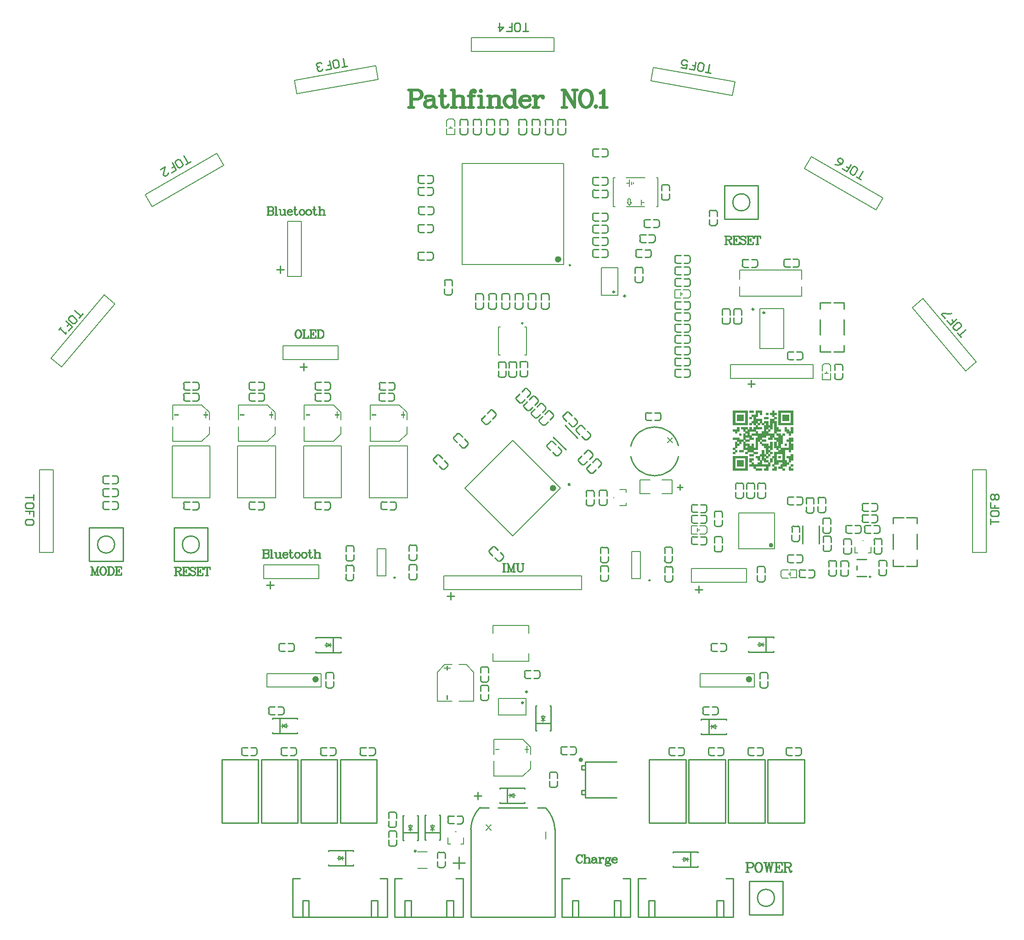
<source format=gto>
G04*
G04 #@! TF.GenerationSoftware,Altium Limited,Altium Designer,20.1.11 (218)*
G04*
G04 Layer_Color=65535*
%FSLAX24Y24*%
%MOIN*%
G70*
G04*
G04 #@! TF.SameCoordinates,BD3A0D93-D2E9-4D9D-BC1F-92CABD7513BA*
G04*
G04*
G04 #@! TF.FilePolarity,Positive*
G04*
G01*
G75*
%ADD10C,0.0100*%
%ADD11C,0.0157*%
%ADD12C,0.0118*%
%ADD13C,0.0236*%
%ADD14C,0.0098*%
%ADD15C,0.0098*%
%ADD16C,0.0050*%
%ADD17C,0.0060*%
%ADD18C,0.0010*%
%ADD19C,0.0079*%
%ADD20C,0.0080*%
%ADD21C,0.0060*%
%ADD22C,0.0059*%
%ADD23C,0.0200*%
G36*
X-19481Y12148D02*
X-19793D01*
Y12226D01*
X-19481D01*
Y12148D01*
D02*
G37*
G36*
X-24239D02*
X-24551D01*
Y12226D01*
X-24239D01*
Y12148D01*
D02*
G37*
G36*
X-22226Y12226D02*
X-22109D01*
Y12148D01*
X-22226D01*
Y11927D01*
X-22304D01*
Y12148D01*
X-22421D01*
Y12226D01*
X-22304D01*
Y12447D01*
X-22226D01*
Y12226D01*
D02*
G37*
G36*
X-17467D02*
X-17351D01*
Y12148D01*
X-17467D01*
Y11927D01*
X-17545D01*
Y12148D01*
X-17662D01*
Y12226D01*
X-17545D01*
Y12447D01*
X-17467D01*
Y12226D01*
D02*
G37*
G36*
X-15015Y12148D02*
Y12226D01*
X-14703D01*
Y12148D01*
X-15015D01*
D02*
G37*
G36*
X-12689Y12226D02*
X-12572D01*
Y12148D01*
X-12689D01*
Y11927D01*
X-12767D01*
Y12148D01*
X-12884D01*
Y12226D01*
X-12767D01*
Y12447D01*
X-12689D01*
Y12226D01*
D02*
G37*
G36*
X-9915Y12148D02*
X-10227D01*
Y12226D01*
X-9915D01*
Y12148D01*
D02*
G37*
G36*
X-7901Y12226D02*
X-7784D01*
Y12148D01*
X-7901D01*
Y11927D01*
X-7979D01*
Y12148D01*
X-8096D01*
Y12226D01*
X-7979D01*
Y12447D01*
X-7901D01*
Y12226D01*
D02*
G37*
G36*
X-4709Y-6154D02*
X-4488D01*
Y-6232D01*
X-4709D01*
Y-6349D01*
X-4787D01*
Y-6232D01*
X-5007D01*
Y-6154D01*
X-4787D01*
Y-6037D01*
X-4709D01*
Y-6154D01*
D02*
G37*
G36*
Y-8479D02*
X-4787D01*
Y-8168D01*
X-4709D01*
Y-8479D01*
D02*
G37*
G36*
X-951Y-12141D02*
X-1263D01*
Y-12063D01*
X-951D01*
Y-12141D01*
D02*
G37*
G36*
X1063Y-12063D02*
X1179D01*
Y-12141D01*
X1063D01*
Y-12362D01*
X985D01*
Y-12141D01*
X868D01*
Y-12063D01*
X985D01*
Y-11843D01*
X1063D01*
Y-12063D01*
D02*
G37*
D10*
X-14222Y13762D02*
G03*
X-14344Y13640I0J-122D01*
G01*
Y13325D02*
G03*
X-14222Y13203I122J-0D01*
G01*
X-13243Y13637D02*
G03*
X-13365Y13759I-122J0D01*
G01*
Y13200D02*
G03*
X-13243Y13322I0J122D01*
G01*
X-14222Y5882D02*
G03*
X-14344Y5760I0J-122D01*
G01*
Y5445D02*
G03*
X-14222Y5323I122J-0D01*
G01*
X-13243Y5757D02*
G03*
X-13365Y5879I-122J0D01*
G01*
Y5320D02*
G03*
X-13243Y5442I0J122D01*
G01*
X-14222Y14562D02*
G03*
X-14344Y14440I0J-122D01*
G01*
Y14125D02*
G03*
X-14222Y14003I122J-0D01*
G01*
X-13243Y14437D02*
G03*
X-13365Y14559I-122J0D01*
G01*
Y14000D02*
G03*
X-13243Y14122I0J122D01*
G01*
X12021Y9960D02*
G03*
X8568Y9914I-1721J-420D01*
G01*
X8570Y9157D02*
G03*
X12033Y9172I1730J383D01*
G01*
X26558Y663D02*
G03*
X26680Y541I122J0D01*
G01*
X26995D02*
G03*
X27117Y663I0J122D01*
G01*
X26683Y1642D02*
G03*
X26561Y1520I-0J-122D01*
G01*
X27120D02*
G03*
X26998Y1642I-122J0D01*
G01*
X20060Y2030D02*
G03*
X19938Y1908I0J-122D01*
G01*
Y1593D02*
G03*
X20060Y1471I122J-0D01*
G01*
X21039Y1905D02*
G03*
X20917Y2027I-122J0D01*
G01*
Y1468D02*
G03*
X21039Y1590I0J122D01*
G01*
X20059Y6230D02*
G03*
X19937Y6108I0J-122D01*
G01*
Y5793D02*
G03*
X20059Y5671I122J-0D01*
G01*
X21038Y6105D02*
G03*
X20916Y6227I-122J0D01*
G01*
Y5668D02*
G03*
X21038Y5790I0J122D01*
G01*
X16742Y7126D02*
G03*
X16620Y7248I-122J0D01*
G01*
X16305D02*
G03*
X16183Y7126I-0J-122D01*
G01*
X16617Y6147D02*
G03*
X16739Y6269I0J122D01*
G01*
X16180D02*
G03*
X16302Y6147I122J0D01*
G01*
X14640Y2379D02*
G03*
X14762Y2257I122J0D01*
G01*
X15077D02*
G03*
X15199Y2379I0J122D01*
G01*
X14765Y3358D02*
G03*
X14643Y3236I-0J-122D01*
G01*
X15202D02*
G03*
X15080Y3358I-122J0D01*
G01*
X25980Y440D02*
G03*
X25980Y440I-50J0D01*
G01*
X13099Y4904D02*
G03*
X12977Y4782I0J-122D01*
G01*
Y4467D02*
G03*
X13099Y4345I122J-0D01*
G01*
X14078Y4780D02*
G03*
X13956Y4902I-122J0D01*
G01*
Y4343D02*
G03*
X14078Y4465I0J122D01*
G01*
X17780Y6269D02*
G03*
X17902Y6147I122J0D01*
G01*
X18217D02*
G03*
X18339Y6269I0J122D01*
G01*
X17905Y7248D02*
G03*
X17783Y7126I-0J-122D01*
G01*
X18342D02*
G03*
X18220Y7248I-122J0D01*
G01*
X13099Y5682D02*
G03*
X12977Y5560I0J-122D01*
G01*
Y5245D02*
G03*
X13099Y5123I122J-0D01*
G01*
X14078Y5557D02*
G03*
X13956Y5679I-122J0D01*
G01*
Y5120D02*
G03*
X14078Y5242I0J122D01*
G01*
X23360Y14890D02*
G03*
X23482Y14768I122J0D01*
G01*
X23797D02*
G03*
X23919Y14890I0J122D01*
G01*
X23485Y15869D02*
G03*
X23363Y15747I-0J-122D01*
G01*
X23922D02*
G03*
X23800Y15869I-122J0D01*
G01*
X16980Y6269D02*
G03*
X17102Y6147I122J0D01*
G01*
X17417D02*
G03*
X17539Y6269I0J122D01*
G01*
X17105Y7248D02*
G03*
X16983Y7126I-0J-122D01*
G01*
X17542D02*
G03*
X17420Y7248I-122J0D01*
G01*
X20810Y4000D02*
G03*
X20688Y4122I-122J0D01*
G01*
X20373D02*
G03*
X20251Y4000I-0J-122D01*
G01*
X20685Y3021D02*
G03*
X20807Y3143I0J122D01*
G01*
X20248D02*
G03*
X20370Y3021I122J0D01*
G01*
X1371Y12389D02*
G03*
X1371Y12217I86J-86D01*
G01*
X1594Y11994D02*
G03*
X1766Y11994I86J86D01*
G01*
X2151Y12993D02*
G03*
X1978Y12993I-86J-86D01*
G01*
X2374Y12598D02*
G03*
X2374Y12771I-86J86D01*
G01*
X-3868Y10814D02*
G03*
X-4041Y10814I-86J-86D01*
G01*
X-4263Y10591D02*
G03*
X-4263Y10418I86J-86D01*
G01*
X-3264Y10034D02*
G03*
X-3264Y10206I-86J86D01*
G01*
X-3659Y9811D02*
G03*
X-3487Y9811I86J86D01*
G01*
X15202Y5086D02*
G03*
X15080Y5208I-122J0D01*
G01*
X14765D02*
G03*
X14643Y5086I-0J-122D01*
G01*
X15077Y4107D02*
G03*
X15199Y4229I0J122D01*
G01*
X14640D02*
G03*
X14762Y4107I122J0D01*
G01*
X-29618Y6826D02*
G03*
X-29740Y6704I0J-122D01*
G01*
Y6389D02*
G03*
X-29618Y6267I122J-0D01*
G01*
X-28640Y6701D02*
G03*
X-28762Y6823I-122J0D01*
G01*
Y6264D02*
G03*
X-28640Y6386I0J122D01*
G01*
X-28762Y5330D02*
G03*
X-28640Y5452I0J122D01*
G01*
Y5767D02*
G03*
X-28762Y5889I-122J0D01*
G01*
X-29740Y5455D02*
G03*
X-29618Y5333I122J-0D01*
G01*
Y5892D02*
G03*
X-29740Y5770I0J-122D01*
G01*
X12746Y19854D02*
G03*
X12868Y19976I0J122D01*
G01*
Y20291D02*
G03*
X12746Y20413I-122J0D01*
G01*
X11767Y19978D02*
G03*
X11889Y19856I122J-0D01*
G01*
Y20415D02*
G03*
X11767Y20293I0J-122D01*
G01*
X12746Y18216D02*
G03*
X12868Y18338I0J122D01*
G01*
Y18653D02*
G03*
X12746Y18775I-122J0D01*
G01*
X11767Y18340D02*
G03*
X11889Y18218I122J-0D01*
G01*
Y18777D02*
G03*
X11767Y18655I0J-122D01*
G01*
X11889Y17140D02*
G03*
X11767Y17018I0J-122D01*
G01*
Y16703D02*
G03*
X11889Y16581I122J-0D01*
G01*
X12868Y17015D02*
G03*
X12746Y17137I-122J0D01*
G01*
Y16578D02*
G03*
X12868Y16700I0J122D01*
G01*
X12746Y23203D02*
G03*
X12868Y23325I0J122D01*
G01*
Y23640D02*
G03*
X12746Y23762I-122J0D01*
G01*
X11767Y23327D02*
G03*
X11889Y23205I122J-0D01*
G01*
Y23764D02*
G03*
X11767Y23642I0J-122D01*
G01*
X3118Y9247D02*
G03*
X3290Y9247I86J86D01*
G01*
X3513Y9469D02*
G03*
X3513Y9642I-86J86D01*
G01*
X2514Y10027D02*
G03*
X2514Y9854I86J-86D01*
G01*
X2909Y10249D02*
G03*
X2736Y10249I-86J-86D01*
G01*
X22148Y5234D02*
G03*
X22270Y5112I122J0D01*
G01*
X22585D02*
G03*
X22707Y5234I0J122D01*
G01*
X22273Y6213D02*
G03*
X22151Y6091I-0J-122D01*
G01*
X22710D02*
G03*
X22588Y6213I-122J0D01*
G01*
X12746Y21529D02*
G03*
X12868Y21651I0J122D01*
G01*
Y21965D02*
G03*
X12746Y22087I-122J0D01*
G01*
X11767Y21653D02*
G03*
X11889Y21531I122J-0D01*
G01*
Y22090D02*
G03*
X11767Y21968I0J-122D01*
G01*
X12746Y17397D02*
G03*
X12868Y17519I0J122D01*
G01*
Y17834D02*
G03*
X12746Y17956I-122J0D01*
G01*
X11767Y17522D02*
G03*
X11889Y17400I122J-0D01*
G01*
Y17958D02*
G03*
X11767Y17836I0J-122D01*
G01*
X12746Y22366D02*
G03*
X12868Y22488I0J122D01*
G01*
Y22803D02*
G03*
X12746Y22925I-122J0D01*
G01*
X11767Y22490D02*
G03*
X11889Y22368I122J-0D01*
G01*
Y22927D02*
G03*
X11767Y22805I0J-122D01*
G01*
X11889Y19596D02*
G03*
X11767Y19474I0J-122D01*
G01*
Y19159D02*
G03*
X11889Y19037I122J-0D01*
G01*
X12868Y19472D02*
G03*
X12746Y19594I-122J0D01*
G01*
Y19035D02*
G03*
X12868Y19157I0J122D01*
G01*
X11889Y16321D02*
G03*
X11767Y16199I0J-122D01*
G01*
Y15884D02*
G03*
X11889Y15762I122J-0D01*
G01*
X12868Y16196D02*
G03*
X12746Y16318I-122J0D01*
G01*
Y15759D02*
G03*
X12868Y15881I0J122D01*
G01*
X11889Y15502D02*
G03*
X11767Y15380I0J-122D01*
G01*
Y15065D02*
G03*
X11889Y14943I122J-0D01*
G01*
X12868Y15377D02*
G03*
X12746Y15499I-122J0D01*
G01*
Y14940D02*
G03*
X12868Y15062I0J122D01*
G01*
X20910Y950D02*
G03*
X20788Y828I0J-122D01*
G01*
Y513D02*
G03*
X20910Y391I122J-0D01*
G01*
X21889Y825D02*
G03*
X21767Y947I-122J0D01*
G01*
Y388D02*
G03*
X21889Y510I0J122D01*
G01*
X13956Y2788D02*
G03*
X14078Y2910I0J122D01*
G01*
Y3225D02*
G03*
X13956Y3347I-122J0D01*
G01*
X12977Y2913D02*
G03*
X13099Y2791I122J-0D01*
G01*
Y3350D02*
G03*
X12977Y3228I0J-122D01*
G01*
X15760Y19770D02*
G03*
X15638Y19892I-122J0D01*
G01*
X15323D02*
G03*
X15201Y19770I-0J-122D01*
G01*
X15635Y18791D02*
G03*
X15757Y18913I0J122D01*
G01*
X15198D02*
G03*
X15320Y18791I122J0D01*
G01*
X18302Y1067D02*
G03*
X18180Y1189I-122J0D01*
G01*
X17865Y1189D02*
G03*
X17743Y1067I-0J-122D01*
G01*
X18177Y88D02*
G03*
X18299Y210I0J122D01*
G01*
X17740Y210D02*
G03*
X17862Y88I122J0D01*
G01*
X6280Y5759D02*
G03*
X6402Y5637I122J0D01*
G01*
X6717D02*
G03*
X6839Y5759I0J122D01*
G01*
X6405Y6738D02*
G03*
X6283Y6616I-0J-122D01*
G01*
X6842D02*
G03*
X6720Y6738I-122J0D01*
G01*
X10621Y11790D02*
G03*
X10743Y11912I0J122D01*
G01*
X10743Y12227D02*
G03*
X10621Y12349I-122J0D01*
G01*
X9642Y11915D02*
G03*
X9764Y11793I122J-0D01*
G01*
X9764Y12352D02*
G03*
X9642Y12230I0J-122D01*
G01*
X26337Y5208D02*
G03*
X26459Y5330I0J122D01*
G01*
Y5645D02*
G03*
X26337Y5767I-122J0D01*
G01*
X25358Y5333D02*
G03*
X25480Y5211I122J-0D01*
G01*
Y5770D02*
G03*
X25358Y5648I0J-122D01*
G01*
X26336Y4388D02*
G03*
X26458Y4510I0J122D01*
G01*
Y4825D02*
G03*
X26336Y4947I-122J0D01*
G01*
X25357Y4513D02*
G03*
X25479Y4391I122J-0D01*
G01*
Y4950D02*
G03*
X25357Y4828I0J-122D01*
G01*
X-1048Y15057D02*
G03*
X-926Y14935I122J0D01*
G01*
X-611Y14935D02*
G03*
X-489Y15057I0J122D01*
G01*
X-924Y16035D02*
G03*
X-1046Y15913I-0J-122D01*
G01*
X-487Y15913D02*
G03*
X-609Y16035I-122J0D01*
G01*
X26218Y2243D02*
G03*
X26340Y2121I122J0D01*
G01*
X26655D02*
G03*
X26777Y2243I0J122D01*
G01*
X26343Y3222D02*
G03*
X26221Y3100I-0J-122D01*
G01*
X26780D02*
G03*
X26658Y3222I-122J0D01*
G01*
X5890Y6591D02*
G03*
X5768Y6713I-122J0D01*
G01*
X5453Y6713D02*
G03*
X5331Y6591I-0J-122D01*
G01*
X5765Y5612D02*
G03*
X5887Y5734I0J122D01*
G01*
X5328D02*
G03*
X5450Y5612I122J0D01*
G01*
X-284Y15071D02*
G03*
X-162Y14949I122J0D01*
G01*
X153D02*
G03*
X275Y15071I0J122D01*
G01*
X-160Y16049D02*
G03*
X-282Y15927I-0J-122D01*
G01*
X277Y15927D02*
G03*
X155Y16049I-122J0D01*
G01*
X25643Y4162D02*
G03*
X25521Y4040I0J-122D01*
G01*
Y3725D02*
G03*
X25643Y3603I122J-0D01*
G01*
X26622Y4037D02*
G03*
X26500Y4159I-122J0D01*
G01*
Y3600D02*
G03*
X26622Y3722I0J122D01*
G01*
X-3263Y33530D02*
G03*
X-3385Y33652I-122J0D01*
G01*
X-3700D02*
G03*
X-3822Y33530I-0J-122D01*
G01*
X-3387Y32552D02*
G03*
X-3265Y32674I0J122D01*
G01*
X-3824D02*
G03*
X-3702Y32552I122J0D01*
G01*
X522Y15099D02*
G03*
X644Y14977I122J0D01*
G01*
X959Y14977D02*
G03*
X1081Y15099I0J122D01*
G01*
X646Y16078D02*
G03*
X524Y15956I-0J-122D01*
G01*
X1083Y15956D02*
G03*
X961Y16078I-122J0D01*
G01*
X24562Y3076D02*
G03*
X24440Y3198I-122J0D01*
G01*
X24125D02*
G03*
X24003Y3076I-0J-122D01*
G01*
X24437Y2097D02*
G03*
X24559Y2219I0J122D01*
G01*
X24000D02*
G03*
X24122Y2097I122J0D01*
G01*
X25147Y3608D02*
G03*
X25269Y3730I0J122D01*
G01*
Y4045D02*
G03*
X25147Y4167I-122J0D01*
G01*
X24168Y3733D02*
G03*
X24290Y3611I122J-0D01*
G01*
Y4170D02*
G03*
X24168Y4048I0J-122D01*
G01*
X14260Y26069D02*
G03*
X14382Y25947I122J0D01*
G01*
X14697D02*
G03*
X14819Y26069I0J122D01*
G01*
X14385Y27048D02*
G03*
X14263Y26926I-0J-122D01*
G01*
X14822Y26926D02*
G03*
X14700Y27048I-122J0D01*
G01*
X9649Y26360D02*
G03*
X9527Y26238I0J-122D01*
G01*
Y25923D02*
G03*
X9649Y25801I122J-0D01*
G01*
X10628Y26235D02*
G03*
X10506Y26357I-122J0D01*
G01*
X10506Y25798D02*
G03*
X10628Y25920I0J122D01*
G01*
X9907Y23628D02*
G03*
X10029Y23750I0J122D01*
G01*
Y24065D02*
G03*
X9907Y24187I-122J0D01*
G01*
X8928Y23753D02*
G03*
X9050Y23631I122J-0D01*
G01*
Y24190D02*
G03*
X8928Y24068I0J-122D01*
G01*
X10197Y24713D02*
G03*
X10319Y24835I0J122D01*
G01*
Y25150D02*
G03*
X10197Y25272I-122J0D01*
G01*
X9218Y24838D02*
G03*
X9340Y24716I122J-0D01*
G01*
Y25275D02*
G03*
X9218Y25153I0J-122D01*
G01*
X14513Y-4408D02*
G03*
X14391Y-4530I0J-122D01*
G01*
Y-4845D02*
G03*
X14513Y-4967I122J-0D01*
G01*
X15492Y-4533D02*
G03*
X15370Y-4411I-122J0D01*
G01*
Y-4970D02*
G03*
X15492Y-4848I0J122D01*
G01*
X11461Y-11960D02*
G03*
X11339Y-12082I0J-122D01*
G01*
Y-12397D02*
G03*
X11461Y-12519I122J-0D01*
G01*
X12439Y-12085D02*
G03*
X12317Y-11963I-122J0D01*
G01*
Y-12522D02*
G03*
X12439Y-12400I0J122D01*
G01*
X18051Y-12522D02*
G03*
X18173Y-12400I0J122D01*
G01*
Y-12085D02*
G03*
X18051Y-11963I-122J0D01*
G01*
X17072Y-12397D02*
G03*
X17194Y-12519I122J-0D01*
G01*
Y-11960D02*
G03*
X17072Y-12082I0J-122D01*
G01*
X-6720Y27300D02*
G03*
X-6842Y27178I0J-122D01*
G01*
Y26863D02*
G03*
X-6720Y26741I122J-0D01*
G01*
X-5741Y27175D02*
G03*
X-5863Y27297I-122J0D01*
G01*
Y26738D02*
G03*
X-5741Y26860I0J122D01*
G01*
X6780Y25397D02*
G03*
X6902Y25519I0J122D01*
G01*
Y25834D02*
G03*
X6780Y25956I-122J0D01*
G01*
X5801Y25521D02*
G03*
X5923Y25399I122J-0D01*
G01*
Y25958D02*
G03*
X5801Y25836I0J-122D01*
G01*
X6780Y24514D02*
G03*
X6902Y24636I0J122D01*
G01*
Y24951D02*
G03*
X6780Y25073I-122J0D01*
G01*
X5801Y24638D02*
G03*
X5923Y24516I122J-0D01*
G01*
Y25075D02*
G03*
X5801Y24953I0J-122D01*
G01*
X14327Y-11960D02*
G03*
X14205Y-12082I0J-122D01*
G01*
Y-12397D02*
G03*
X14327Y-12519I122J-0D01*
G01*
X15306Y-12085D02*
G03*
X15184Y-11963I-122J0D01*
G01*
Y-12522D02*
G03*
X15306Y-12400I0J122D01*
G01*
X20817Y-12522D02*
G03*
X20939Y-12400I0J122D01*
G01*
Y-12085D02*
G03*
X20817Y-11963I-122J0D01*
G01*
X19839Y-12397D02*
G03*
X19961Y-12519I122J-0D01*
G01*
Y-11960D02*
G03*
X19839Y-12082I0J-122D01*
G01*
X2670Y-14720D02*
G03*
X2792Y-14842I122J0D01*
G01*
X3107D02*
G03*
X3229Y-14720I0J122D01*
G01*
X2795Y-13741D02*
G03*
X2673Y-13863I-0J-122D01*
G01*
X3232Y-13863D02*
G03*
X3110Y-13741I-122J0D01*
G01*
X-16836Y-4408D02*
G03*
X-16958Y-4530I0J-122D01*
G01*
Y-4845D02*
G03*
X-16836Y-4967I122J-0D01*
G01*
X-15857Y-4533D02*
G03*
X-15979Y-4411I-122J0D01*
G01*
Y-4970D02*
G03*
X-15857Y-4848I0J122D01*
G01*
X3613Y-11898D02*
G03*
X3491Y-12020I0J-122D01*
G01*
X3491Y-12335D02*
G03*
X3613Y-12457I122J-0D01*
G01*
X4592Y-12023D02*
G03*
X4470Y-11901I-122J0D01*
G01*
Y-12460D02*
G03*
X4592Y-12338I0J122D01*
G01*
X-18693Y-12522D02*
G03*
X-18571Y-12400I0J122D01*
G01*
Y-12085D02*
G03*
X-18693Y-11963I-122J0D01*
G01*
X-19671Y-12397D02*
G03*
X-19549Y-12519I122J-0D01*
G01*
Y-11960D02*
G03*
X-19671Y-12082I0J-122D01*
G01*
X-13823Y-11960D02*
G03*
X-13945Y-12082I0J-122D01*
G01*
Y-12397D02*
G03*
X-13823Y-12519I122J-0D01*
G01*
X-12844Y-12085D02*
G03*
X-12966Y-11963I-122J0D01*
G01*
Y-12522D02*
G03*
X-12844Y-12400I0J122D01*
G01*
X-8448Y-16764D02*
G03*
X-8570Y-16642I-122J0D01*
G01*
X-8885D02*
G03*
X-9007Y-16764I-0J-122D01*
G01*
X-8573Y-17743D02*
G03*
X-8451Y-17621I0J122D01*
G01*
X-9010D02*
G03*
X-8888Y-17743I122J0D01*
G01*
X-4586Y-16918D02*
G03*
X-4708Y-17040I0J-122D01*
G01*
Y-17355D02*
G03*
X-4586Y-17477I122J-0D01*
G01*
X-3607Y-17043D02*
G03*
X-3729Y-16921I-122J0D01*
G01*
Y-17480D02*
G03*
X-3607Y-17358I0J122D01*
G01*
X-15829Y-12522D02*
G03*
X-15707Y-12400I0J122D01*
G01*
Y-12085D02*
G03*
X-15829Y-11963I-122J0D01*
G01*
X-16808Y-12397D02*
G03*
X-16686Y-12519I122J-0D01*
G01*
Y-11960D02*
G03*
X-16808Y-12082I0J-122D01*
G01*
X-10959Y-11960D02*
G03*
X-11081Y-12082I0J-122D01*
G01*
Y-12397D02*
G03*
X-10959Y-12519I122J-0D01*
G01*
X-9981Y-12085D02*
G03*
X-10103Y-11963I-122J0D01*
G01*
Y-12522D02*
G03*
X-9981Y-12400I0J122D01*
G01*
X-9002Y-18987D02*
G03*
X-8880Y-19109I122J0D01*
G01*
X-8565D02*
G03*
X-8443Y-18987I0J122D01*
G01*
X-8877Y-18008D02*
G03*
X-8999Y-18130I-0J-122D01*
G01*
X-8440D02*
G03*
X-8562Y-18008I-122J0D01*
G01*
X-22902Y14000D02*
G03*
X-22780Y14122I0J122D01*
G01*
Y14437D02*
G03*
X-22902Y14559I-122J0D01*
G01*
X-23880Y14125D02*
G03*
X-23758Y14003I122J-0D01*
G01*
Y14562D02*
G03*
X-23880Y14440I0J-122D01*
G01*
X-22902Y13200D02*
G03*
X-22780Y13322I0J122D01*
G01*
Y13637D02*
G03*
X-22902Y13759I-122J0D01*
G01*
X-23880Y13325D02*
G03*
X-23758Y13203I122J-0D01*
G01*
Y13762D02*
G03*
X-23880Y13640I0J-122D01*
G01*
X-18143Y14000D02*
G03*
X-18022Y14122I0J122D01*
G01*
Y14437D02*
G03*
X-18143Y14559I-122J0D01*
G01*
X-19122Y14125D02*
G03*
X-19000Y14003I122J-0D01*
G01*
Y14562D02*
G03*
X-19122Y14440I0J-122D01*
G01*
X-18143Y13200D02*
G03*
X-18022Y13322I0J122D01*
G01*
Y13637D02*
G03*
X-18143Y13759I-122J0D01*
G01*
X-19122Y13325D02*
G03*
X-19000Y13203I122J-0D01*
G01*
Y13762D02*
G03*
X-19122Y13640I0J-122D01*
G01*
X-2322Y-8407D02*
G03*
X-2200Y-8529I122J0D01*
G01*
X-1885D02*
G03*
X-1763Y-8407I0J122D01*
G01*
X-2197Y-7428D02*
G03*
X-2319Y-7550I-0J-122D01*
G01*
X-1760D02*
G03*
X-1882Y-7428I-122J0D01*
G01*
X-9577Y13762D02*
G03*
X-9699Y13640I0J-122D01*
G01*
X-9699Y13325D02*
G03*
X-9577Y13203I122J-0D01*
G01*
X-8598Y13637D02*
G03*
X-8720Y13759I-122J0D01*
G01*
X-8720Y13200D02*
G03*
X-8598Y13322I0J122D01*
G01*
X-9556Y14552D02*
G03*
X-9678Y14430I0J-122D01*
G01*
X-9678Y14115D02*
G03*
X-9556Y13993I122J-0D01*
G01*
X-8577Y14427D02*
G03*
X-8699Y14549I-122J0D01*
G01*
Y13990D02*
G03*
X-8577Y14112I0J122D01*
G01*
X-12110Y309D02*
G03*
X-11988Y187I122J0D01*
G01*
X-11673Y187D02*
G03*
X-11551Y309I0J122D01*
G01*
X-11985Y1288D02*
G03*
X-12107Y1166I-0J-122D01*
G01*
X-11548D02*
G03*
X-11670Y1288I-122J0D01*
G01*
X-12090Y1719D02*
G03*
X-11968Y1597I122J0D01*
G01*
X-11653D02*
G03*
X-11531Y1719I0J122D01*
G01*
X-11965Y2698D02*
G03*
X-12087Y2576I-0J-122D01*
G01*
X-11528D02*
G03*
X-11650Y2698I-122J0D01*
G01*
X-1760Y-6220D02*
G03*
X-1882Y-6098I-122J0D01*
G01*
X-2197D02*
G03*
X-2319Y-6220I-0J-122D01*
G01*
X-1885Y-7199D02*
G03*
X-1763Y-7077I0J122D01*
G01*
X-2322D02*
G03*
X-2200Y-7199I122J0D01*
G01*
X6370Y259D02*
G03*
X6492Y137I122J0D01*
G01*
X6807D02*
G03*
X6929Y259I0J122D01*
G01*
X6495Y1238D02*
G03*
X6373Y1116I-0J-122D01*
G01*
X6932D02*
G03*
X6810Y1238I-122J0D01*
G01*
X6370Y1600D02*
G03*
X6492Y1478I122J0D01*
G01*
X6807D02*
G03*
X6929Y1600I0J122D01*
G01*
X6495Y2579D02*
G03*
X6373Y2457I-0J-122D01*
G01*
X6932D02*
G03*
X6810Y2579I-122J0D01*
G01*
X-7520Y350D02*
G03*
X-7398Y228I122J0D01*
G01*
X-7083D02*
G03*
X-6961Y350I0J122D01*
G01*
X-7395Y1329D02*
G03*
X-7517Y1207I-0J-122D01*
G01*
X-6958Y1207D02*
G03*
X-7080Y1329I-122J0D01*
G01*
X-7520Y1770D02*
G03*
X-7398Y1648I122J0D01*
G01*
X-7083Y1648D02*
G03*
X-6961Y1770I0J122D01*
G01*
X-7395Y2749D02*
G03*
X-7517Y2627I-0J-122D01*
G01*
X-6958Y2627D02*
G03*
X-7080Y2749I-122J0D01*
G01*
X11030Y209D02*
G03*
X11152Y87I122J0D01*
G01*
X11467D02*
G03*
X11589Y209I0J122D01*
G01*
X11155Y1188D02*
G03*
X11033Y1066I-0J-122D01*
G01*
X11592D02*
G03*
X11470Y1188I-122J0D01*
G01*
X11020Y1610D02*
G03*
X11142Y1488I122J0D01*
G01*
X11457D02*
G03*
X11579Y1610I0J122D01*
G01*
X11145Y2589D02*
G03*
X11023Y2467I-0J-122D01*
G01*
X11582D02*
G03*
X11460Y2589I-122J0D01*
G01*
X-28882Y2781D02*
G03*
X-28882Y2781I-619J0D01*
G01*
X-22732D02*
G03*
X-22732Y2781I-619J0D01*
G01*
X17209Y27621D02*
G03*
X17209Y27621I-619J0D01*
G01*
X18998Y-22869D02*
G03*
X18998Y-22869I-619J0D01*
G01*
X3060Y-17919D02*
G03*
X2397Y-16333I-2362J-56D01*
G01*
X-2377Y-16314D02*
G03*
X-3040Y-17900I1698J-1642D01*
G01*
X22528Y2413D02*
G03*
X22650Y2291I122J0D01*
G01*
X22965Y2291D02*
G03*
X23087Y2413I0J122D01*
G01*
X22653Y3392D02*
G03*
X22531Y3270I-0J-122D01*
G01*
X23090D02*
G03*
X22968Y3392I-122J0D01*
G01*
X5406Y8372D02*
G03*
X5406Y8199I86J-86D01*
G01*
X5629Y7977D02*
G03*
X5802Y7977I86J86D01*
G01*
X6186Y8976D02*
G03*
X6014Y8976I-86J-86D01*
G01*
X6409Y8581D02*
G03*
X6409Y8753I-86J86D01*
G01*
X4786Y8992D02*
G03*
X4786Y8819I86J-86D01*
G01*
X5009Y8597D02*
G03*
X5182Y8597I86J86D01*
G01*
X5566Y9596D02*
G03*
X5394Y9596I-86J-86D01*
G01*
X5789Y9201D02*
G03*
X5789Y9373I-86J86D01*
G01*
X826Y12922D02*
G03*
X826Y12749I86J-86D01*
G01*
X1049Y12527D02*
G03*
X1222Y12527I86J86D01*
G01*
X1606Y13526D02*
G03*
X1434Y13526I-86J-86D01*
G01*
X1829Y13131D02*
G03*
X1829Y13303I-86J86D01*
G01*
X266Y13482D02*
G03*
X266Y13309I86J-86D01*
G01*
X489Y13087D02*
G03*
X662Y13087I86J86D01*
G01*
X1046Y14086D02*
G03*
X874Y14086I-86J-86D01*
G01*
X1269Y13691D02*
G03*
X1269Y13863I-86J86D01*
G01*
X-2233Y11922D02*
G03*
X-2233Y11750I86J-86D01*
G01*
X-2010Y11527D02*
G03*
X-1838Y11527I86J86D01*
G01*
X-1453Y12526D02*
G03*
X-1626Y12526I-86J-86D01*
G01*
X-1231Y12131D02*
G03*
X-1231Y12304I-86J86D01*
G01*
X-5122Y8257D02*
G03*
X-4950Y8257I86J86D01*
G01*
X-4727Y8479D02*
G03*
X-4727Y8652I-86J86D01*
G01*
X-5726Y9037D02*
G03*
X-5726Y8864I86J-86D01*
G01*
X-5331Y9259D02*
G03*
X-5504Y9259I-86J-86D01*
G01*
X-1082Y1596D02*
G03*
X-909Y1596I86J86D01*
G01*
X-687Y1819D02*
G03*
X-687Y1992I-86J86D01*
G01*
X-1686Y2376D02*
G03*
X-1686Y2204I86J-86D01*
G01*
X-1291Y2599D02*
G03*
X-1463Y2599I-86J-86D01*
G01*
X1937Y11858D02*
G03*
X1937Y11685I86J-86D01*
G01*
X2160Y11463D02*
G03*
X2332Y11463I86J86D01*
G01*
X2717Y12462D02*
G03*
X2544Y12462I-86J-86D01*
G01*
X2940Y12067D02*
G03*
X2940Y12239I-86J86D01*
G01*
X23072Y4587D02*
G03*
X22950Y4709I-122J0D01*
G01*
X22635Y4709D02*
G03*
X22513Y4587I-0J-122D01*
G01*
X22947Y3608D02*
G03*
X23069Y3730I0J122D01*
G01*
X22510D02*
G03*
X22632Y3608I122J0D01*
G01*
X-29618Y7760D02*
G03*
X-29740Y7638I0J-122D01*
G01*
Y7323D02*
G03*
X-29618Y7201I122J-0D01*
G01*
X-28640Y7635D02*
G03*
X-28762Y7757I-122J0D01*
G01*
Y7198D02*
G03*
X-28640Y7320I0J122D01*
G01*
X21288Y5203D02*
G03*
X21410Y5081I122J0D01*
G01*
X21725D02*
G03*
X21847Y5203I0J122D01*
G01*
X21413Y6182D02*
G03*
X21291Y6060I-0J-122D01*
G01*
X21850D02*
G03*
X21728Y6182I-122J0D01*
G01*
X4278Y11366D02*
G03*
X4451Y11366I86J86D01*
G01*
X4673Y11589D02*
G03*
X4673Y11762I-86J86D01*
G01*
X3674Y12146D02*
G03*
X3674Y11974I86J-86D01*
G01*
X4069Y12369D02*
G03*
X3897Y12369I-86J-86D01*
G01*
X16600Y19770D02*
G03*
X16478Y19892I-122J0D01*
G01*
X16163Y19892D02*
G03*
X16041Y19770I-0J-122D01*
G01*
X16475Y18791D02*
G03*
X16597Y18913I0J122D01*
G01*
X16038D02*
G03*
X16160Y18791I122J0D01*
G01*
X5022Y11403D02*
G03*
X4850Y11403I-86J-86D01*
G01*
X4627Y11180D02*
G03*
X4627Y11008I86J-86D01*
G01*
X5626Y10623D02*
G03*
X5626Y10796I-86J86D01*
G01*
X5231Y10401D02*
G03*
X5404Y10401I86J86D01*
G01*
X20661Y22930D02*
G03*
X20783Y23052I0J122D01*
G01*
Y23367D02*
G03*
X20661Y23489I-122J0D01*
G01*
X19682Y23055D02*
G03*
X19804Y22933I122J-0D01*
G01*
Y23492D02*
G03*
X19682Y23370I0J-122D01*
G01*
X16780Y23480D02*
G03*
X16658Y23358I0J-122D01*
G01*
Y23043D02*
G03*
X16780Y22921I122J-0D01*
G01*
X17759Y23355D02*
G03*
X17637Y23477I-122J0D01*
G01*
Y22918D02*
G03*
X17759Y23040I0J122D01*
G01*
X20059Y16760D02*
G03*
X19937Y16638I0J-122D01*
G01*
Y16323D02*
G03*
X20059Y16201I122J-0D01*
G01*
X21038Y16635D02*
G03*
X20916Y16757I-122J0D01*
G01*
Y16198D02*
G03*
X21038Y16320I0J122D01*
G01*
X24352Y1476D02*
G03*
X24230Y1598I-122J0D01*
G01*
X23915D02*
G03*
X23793Y1476I-0J-122D01*
G01*
X24227Y497D02*
G03*
X24349Y619I0J122D01*
G01*
X23790D02*
G03*
X23912Y497I122J0D01*
G01*
X23482Y1497D02*
G03*
X23360Y1619I-122J0D01*
G01*
X23045D02*
G03*
X22923Y1497I-0J-122D01*
G01*
X23357Y518D02*
G03*
X23479Y640I0J122D01*
G01*
X22920D02*
G03*
X23042Y518I122J0D01*
G01*
X-1898Y32674D02*
G03*
X-1776Y32552I122J0D01*
G01*
X-1461D02*
G03*
X-1339Y32674I0J122D01*
G01*
X-1774Y33652D02*
G03*
X-1896Y33530I-0J-122D01*
G01*
X-1337D02*
G03*
X-1459Y33652I-122J0D01*
G01*
X-5893Y29018D02*
G03*
X-5771Y29140I0J122D01*
G01*
Y29455D02*
G03*
X-5893Y29577I-122J0D01*
G01*
X-6872Y29143D02*
G03*
X-6750Y29021I122J-0D01*
G01*
Y29580D02*
G03*
X-6872Y29458I0J-122D01*
G01*
X-4388Y21886D02*
G03*
X-4510Y22008I-122J0D01*
G01*
X-4825D02*
G03*
X-4947Y21886I-0J-122D01*
G01*
X-4513Y20907D02*
G03*
X-4391Y21029I0J122D01*
G01*
X-4950D02*
G03*
X-4828Y20907I122J0D01*
G01*
X1390Y32674D02*
G03*
X1512Y32552I122J0D01*
G01*
X1827D02*
G03*
X1949Y32674I0J122D01*
G01*
X1514Y33652D02*
G03*
X1392Y33530I-0J-122D01*
G01*
X1951D02*
G03*
X1829Y33652I-122J0D01*
G01*
X-2143Y20867D02*
G03*
X-2265Y20989I-122J0D01*
G01*
X-2580D02*
G03*
X-2702Y20867I-0J-122D01*
G01*
X-2268Y19888D02*
G03*
X-2146Y20010I0J122D01*
G01*
X-2705D02*
G03*
X-2583Y19888I122J0D01*
G01*
X1677Y20867D02*
G03*
X1555Y20989I-122J0D01*
G01*
X1240D02*
G03*
X1118Y20867I-0J-122D01*
G01*
X1552Y19888D02*
G03*
X1674Y20010I0J122D01*
G01*
X1115D02*
G03*
X1237Y19888I122J0D01*
G01*
X3276Y32674D02*
G03*
X3398Y32552I122J0D01*
G01*
X3713D02*
G03*
X3834Y32674I0J122D01*
G01*
X3400Y33652D02*
G03*
X3278Y33530I-0J-122D01*
G01*
X3837D02*
G03*
X3715Y33652I-122J0D01*
G01*
X5923Y29442D02*
G03*
X5801Y29320I0J-122D01*
G01*
Y29005D02*
G03*
X5923Y28883I122J-0D01*
G01*
X6902Y29317D02*
G03*
X6780Y29439I-122J0D01*
G01*
Y28880D02*
G03*
X6902Y29002I0J122D01*
G01*
X6780Y23630D02*
G03*
X6902Y23752I0J122D01*
G01*
Y24067D02*
G03*
X6780Y24189I-122J0D01*
G01*
X5801Y23755D02*
G03*
X5923Y23633I122J-0D01*
G01*
Y24192D02*
G03*
X5801Y24070I0J-122D01*
G01*
X-6760Y24000D02*
G03*
X-6882Y23878I0J-122D01*
G01*
Y23563D02*
G03*
X-6760Y23441I122J-0D01*
G01*
X-5781Y23875D02*
G03*
X-5903Y23997I-122J0D01*
G01*
Y23438D02*
G03*
X-5781Y23560I0J122D01*
G01*
X-6750Y26010D02*
G03*
X-6872Y25888I0J-122D01*
G01*
Y25573D02*
G03*
X-6750Y25451I122J-0D01*
G01*
X-5771Y25885D02*
G03*
X-5893Y26007I-122J0D01*
G01*
Y25448D02*
G03*
X-5771Y25570I0J122D01*
G01*
X6780Y30930D02*
G03*
X6902Y31052I0J122D01*
G01*
Y31367D02*
G03*
X6780Y31489I-122J0D01*
G01*
X5801Y31055D02*
G03*
X5923Y30933I122J-0D01*
G01*
Y31492D02*
G03*
X5801Y31370I0J-122D01*
G01*
X2070Y20010D02*
G03*
X2192Y19888I122J0D01*
G01*
X2507D02*
G03*
X2629Y20010I0J122D01*
G01*
X2195Y20989D02*
G03*
X2073Y20867I-0J-122D01*
G01*
X2632D02*
G03*
X2510Y20989I-122J0D01*
G01*
X160Y20010D02*
G03*
X282Y19888I122J0D01*
G01*
X597D02*
G03*
X719Y20010I0J122D01*
G01*
X285Y20989D02*
G03*
X163Y20867I-0J-122D01*
G01*
X722D02*
G03*
X600Y20989I-122J0D01*
G01*
X-795Y20010D02*
G03*
X-673Y19888I122J0D01*
G01*
X-358D02*
G03*
X-236Y20010I0J122D01*
G01*
X-670Y20989D02*
G03*
X-792Y20867I-0J-122D01*
G01*
X-233D02*
G03*
X-355Y20989I-122J0D01*
G01*
X-6750Y28710D02*
G03*
X-6872Y28588I0J-122D01*
G01*
Y28273D02*
G03*
X-6750Y28151I122J-0D01*
G01*
X-5771Y28585D02*
G03*
X-5893Y28707I-122J0D01*
G01*
Y28148D02*
G03*
X-5771Y28270I0J122D01*
G01*
X988Y33530D02*
G03*
X866Y33652I-122J0D01*
G01*
X552D02*
G03*
X430Y33530I-0J-122D01*
G01*
X864Y32552D02*
G03*
X986Y32674I0J122D01*
G01*
X427D02*
G03*
X549Y32552I122J0D01*
G01*
X2914Y33530D02*
G03*
X2792Y33652I-122J0D01*
G01*
X2477D02*
G03*
X2355Y33530I-0J-122D01*
G01*
X2790Y32552D02*
G03*
X2912Y32674I0J122D01*
G01*
X2353D02*
G03*
X2475Y32552I122J0D01*
G01*
X-374Y33530D02*
G03*
X-496Y33652I-122J0D01*
G01*
X-811D02*
G03*
X-933Y33530I-0J-122D01*
G01*
X-499Y32552D02*
G03*
X-377Y32674I0J122D01*
G01*
X-936D02*
G03*
X-814Y32552I122J0D01*
G01*
X-1750Y20010D02*
G03*
X-1628Y19888I122J0D01*
G01*
X-1313D02*
G03*
X-1191Y20010I0J122D01*
G01*
X-1625Y20989D02*
G03*
X-1747Y20867I-0J-122D01*
G01*
X-1188D02*
G03*
X-1310Y20989I-122J0D01*
G01*
X6780Y26280D02*
G03*
X6902Y26402I0J122D01*
G01*
Y26717D02*
G03*
X6780Y26839I-122J0D01*
G01*
X5801Y26405D02*
G03*
X5923Y26283I122J-0D01*
G01*
Y26842D02*
G03*
X5801Y26720I0J-122D01*
G01*
X6780Y27960D02*
G03*
X6902Y28082I0J122D01*
G01*
Y28397D02*
G03*
X6780Y28519I-122J0D01*
G01*
X5801Y28085D02*
G03*
X5923Y27963I122J-0D01*
G01*
Y28522D02*
G03*
X5801Y28400I0J-122D01*
G01*
X-2300Y33530D02*
G03*
X-2422Y33652I-122J0D01*
G01*
X-2737D02*
G03*
X-2859Y33530I-0J-122D01*
G01*
X-2424Y32552D02*
G03*
X-2302Y32674I0J122D01*
G01*
X-2861D02*
G03*
X-2739Y32552I122J0D01*
G01*
X14770Y-9570D02*
G03*
X14892Y-9448I0J122D01*
G01*
Y-9133D02*
G03*
X14770Y-9011I-122J0D01*
G01*
X13791Y-9445D02*
G03*
X13913Y-9567I122J-0D01*
G01*
Y-9008D02*
G03*
X13791Y-9130I0J-122D01*
G01*
X9440Y22791D02*
G03*
X9318Y22913I-122J0D01*
G01*
X9003D02*
G03*
X8881Y22791I-0J-122D01*
G01*
X9315Y21812D02*
G03*
X9437Y21934I0J122D01*
G01*
X8878D02*
G03*
X9000Y21812I122J0D01*
G01*
X17940Y-7490D02*
G03*
X18062Y-7612I122J0D01*
G01*
X18377D02*
G03*
X18499Y-7490I0J122D01*
G01*
X18065Y-6511D02*
G03*
X17943Y-6633I-0J-122D01*
G01*
X18502D02*
G03*
X18380Y-6511I-122J0D01*
G01*
X-4898Y-19674D02*
G03*
X-5020Y-19552I-122J0D01*
G01*
X-5335Y-19552D02*
G03*
X-5457Y-19674I-0J-122D01*
G01*
X-5023Y-20653D02*
G03*
X-4901Y-20531I0J122D01*
G01*
X-5460D02*
G03*
X-5338Y-20653I122J0D01*
G01*
X-18143Y5320D02*
G03*
X-18022Y5442I0J122D01*
G01*
Y5757D02*
G03*
X-18143Y5879I-122J0D01*
G01*
X-19122Y5445D02*
G03*
X-19000Y5323I122J-0D01*
G01*
Y5882D02*
G03*
X-19122Y5760I0J-122D01*
G01*
X11370Y28771D02*
G03*
X11248Y28893I-122J0D01*
G01*
X10933D02*
G03*
X10811Y28771I-0J-122D01*
G01*
X11245Y27792D02*
G03*
X11367Y27914I0J122D01*
G01*
X10808D02*
G03*
X10930Y27792I122J0D01*
G01*
X-16730Y-9570D02*
G03*
X-16608Y-9448I0J122D01*
G01*
Y-9133D02*
G03*
X-16730Y-9011I-122J0D01*
G01*
X-17709Y-9445D02*
G03*
X-17587Y-9567I122J-0D01*
G01*
Y-9008D02*
G03*
X-17709Y-9130I0J-122D01*
G01*
X-8577Y5320D02*
G03*
X-8455Y5442I0J122D01*
G01*
X-8455Y5757D02*
G03*
X-8577Y5879I-122J0D01*
G01*
X-9556Y5445D02*
G03*
X-9434Y5323I122J-0D01*
G01*
X-9434Y5882D02*
G03*
X-9556Y5760I0J-122D01*
G01*
X-13560Y-7490D02*
G03*
X-13438Y-7612I122J0D01*
G01*
X-13123D02*
G03*
X-13001Y-7490I0J122D01*
G01*
X-13435Y-6511D02*
G03*
X-13557Y-6633I-0J-122D01*
G01*
X-12998D02*
G03*
X-13120Y-6511I-122J0D01*
G01*
X-22902Y5320D02*
G03*
X-22780Y5442I0J122D01*
G01*
Y5757D02*
G03*
X-22902Y5879I-122J0D01*
G01*
X-23880Y5445D02*
G03*
X-23758Y5323I122J-0D01*
G01*
Y5882D02*
G03*
X-23880Y5760I0J-122D01*
G01*
X979Y-6370D02*
G03*
X857Y-6492I0J-122D01*
G01*
Y-6807D02*
G03*
X979Y-6929I122J-0D01*
G01*
X1958Y-6495D02*
G03*
X1836Y-6373I-122J0D01*
G01*
Y-6932D02*
G03*
X1958Y-6810I0J122D01*
G01*
X-13243Y13322D02*
Y13637D01*
X-13680Y13759D02*
X-13365D01*
X-13680Y13200D02*
X-13365D01*
X-14222Y13762D02*
X-13907D01*
X-14344Y13325D02*
Y13640D01*
X-14222Y13203D02*
X-13907D01*
X-13243Y5442D02*
Y5757D01*
X-13680Y5879D02*
X-13365D01*
X-13680Y5320D02*
X-13365D01*
X-14222Y5882D02*
X-13907D01*
X-14344Y5445D02*
Y5760D01*
X-14222Y5323D02*
X-13907D01*
X-13243Y14122D02*
Y14437D01*
X-13680Y14559D02*
X-13365D01*
X-13680Y14000D02*
X-13365D01*
X-14222Y14562D02*
X-13907D01*
X-14344Y14125D02*
Y14440D01*
X-14222Y14003D02*
X-13907D01*
X-18241Y-17419D02*
X-15592D01*
Y-15736D01*
X-18241Y-17419D02*
Y-12836D01*
X-15592D01*
Y-15736D02*
Y-12836D01*
X-9865Y-15736D02*
Y-12836D01*
X-12515D02*
X-9865D01*
X-12515Y-17419D02*
Y-12836D01*
X-9865Y-17419D02*
Y-15736D01*
X-12515Y-17419D02*
X-9865D01*
X-21105D02*
X-18455D01*
Y-15736D01*
X-21105Y-17419D02*
Y-12836D01*
X-18455D01*
Y-15736D02*
Y-12836D01*
X-12729Y-15736D02*
Y-12836D01*
X-15378D02*
X-12729D01*
X-15378Y-17419D02*
Y-12836D01*
X-12729Y-17419D02*
Y-15736D01*
X-15378Y-17419D02*
X-12729D01*
X12772D02*
X15421D01*
Y-15736D01*
X12772Y-17419D02*
Y-12836D01*
X15421D01*
Y-15736D02*
Y-12836D01*
X21155Y-15736D02*
Y-12836D01*
X18505D02*
X21155D01*
X18505Y-17419D02*
Y-12836D01*
X21155Y-17419D02*
Y-15736D01*
X18505Y-17419D02*
X21155D01*
X9905D02*
X12555D01*
Y-15736D01*
X9905Y-17419D02*
Y-12836D01*
X12555D01*
Y-15736D02*
Y-12836D01*
X18288Y-15736D02*
Y-12836D01*
X15639D02*
X18288D01*
X15639Y-17419D02*
Y-12836D01*
X18288Y-17419D02*
Y-15736D01*
X15639Y-17419D02*
X18288D01*
X-941Y-14945D02*
Y-14879D01*
X870Y-14879D01*
X-941Y-15981D02*
Y-15915D01*
Y-15981D02*
X870Y-15981D01*
X-386Y-15981D02*
Y-14879D01*
X870Y-14945D02*
Y-14879D01*
Y-15981D02*
Y-15915D01*
X2695Y-8930D02*
X2761D01*
X1659D02*
X1725D01*
X1659Y-10186D02*
X2761D01*
Y-10741D02*
X2761Y-8930D01*
X2695Y-10741D02*
X2761D01*
X1659Y-8930D02*
X1659Y-10741D01*
X1725D01*
X-12479Y-5071D02*
Y-5005D01*
X-14290Y-5071D02*
X-12479Y-5071D01*
Y-4035D02*
Y-3969D01*
X-14290Y-3969D02*
X-12479Y-3969D01*
X-13034Y-5071D02*
Y-3969D01*
X-14290Y-5071D02*
Y-5005D01*
Y-4035D02*
Y-3969D01*
X-13381Y-19495D02*
Y-19429D01*
Y-20531D02*
Y-20465D01*
X-12126Y-20531D02*
Y-19429D01*
X-13381Y-19429D02*
X-11570Y-19429D01*
Y-19495D02*
Y-19429D01*
X-13381Y-20531D02*
X-11570Y-20531D01*
Y-20465D01*
X-6371Y-18670D02*
X-6305D01*
X-6371Y-16859D02*
X-6371Y-18670D01*
X-5335D02*
X-5269D01*
X-5269Y-16859D01*
X-6371Y-18114D02*
X-5269D01*
X-6371Y-16859D02*
X-6305D01*
X-5335D02*
X-5269D01*
X-15630Y-10941D02*
Y-10875D01*
Y-9905D02*
Y-9839D01*
X-16886Y-10941D02*
Y-9839D01*
X-17441Y-10941D02*
X-15630Y-10941D01*
X-17441Y-10941D02*
Y-10875D01*
Y-9839D02*
X-15630Y-9839D01*
X-17441Y-9905D02*
Y-9839D01*
X-7971Y-18691D02*
X-7905D01*
X-7971Y-16880D02*
X-7971Y-18691D01*
X-6935D02*
X-6869D01*
X-6869Y-16880D01*
X-7971Y-18136D02*
X-6869D01*
X-7971Y-16880D02*
X-7905D01*
X-6935D02*
X-6869D01*
X17109Y-4005D02*
Y-3939D01*
Y-5041D02*
Y-4975D01*
X18364Y-5041D02*
Y-3939D01*
X17109Y-3939D02*
X18920Y-3939D01*
Y-4005D02*
Y-3939D01*
X17109Y-5041D02*
X18920Y-5041D01*
Y-4975D01*
X13450Y-20621D02*
Y-20555D01*
X11639Y-20621D02*
X13450Y-20621D01*
Y-19585D02*
Y-19519D01*
X11639Y-19519D02*
X13450Y-19519D01*
X12894Y-20621D02*
Y-19519D01*
X11639Y-20621D02*
Y-20555D01*
Y-19585D02*
Y-19519D01*
X15491Y-10981D02*
Y-10915D01*
Y-9945D02*
Y-9879D01*
X14236Y-10981D02*
Y-9879D01*
X13680Y-10981D02*
X15491Y-10981D01*
X13680Y-10981D02*
Y-10915D01*
Y-9879D02*
X15491Y-9879D01*
X13680Y-9945D02*
Y-9879D01*
X26683Y1642D02*
X26998D01*
X26561Y1205D02*
Y1520D01*
X27120Y1205D02*
Y1520D01*
X26558Y663D02*
Y978D01*
X26680Y541D02*
X26995D01*
X27117Y663D02*
Y978D01*
X20602Y2027D02*
X20917D01*
X21039Y1590D02*
Y1905D01*
X20602Y1468D02*
X20917D01*
X20060Y2030D02*
X20375D01*
X20060Y1471D02*
X20375D01*
X19938Y1593D02*
Y1908D01*
X20601Y6227D02*
X20916D01*
X21038Y5790D02*
Y6105D01*
X20601Y5668D02*
X20916D01*
X20059Y6230D02*
X20374D01*
X20059Y5671D02*
X20374D01*
X19937Y5793D02*
Y6108D01*
X16302Y6147D02*
X16617D01*
X16739Y6269D02*
Y6584D01*
X16180Y6269D02*
Y6584D01*
X16742Y6811D02*
Y7126D01*
X16305Y7248D02*
X16620D01*
X16183Y6811D02*
Y7126D01*
X14643Y2921D02*
Y3236D01*
X14765Y3358D02*
X15080Y3358D01*
X15202Y2921D02*
Y3236D01*
X14640Y2694D02*
X14640Y2379D01*
X15199D02*
Y2694D01*
X14762Y2257D02*
X15077Y2257D01*
X22230Y2850D02*
Y4150D01*
X21030Y2850D02*
Y4150D01*
X2936Y10585D02*
X3855Y9666D01*
X3785Y11434D02*
X4704Y10515D01*
X24976Y480D02*
X25684D01*
X24976Y932D02*
Y1247D01*
Y1700D02*
X25684D01*
X14078Y4465D02*
Y4780D01*
X13641Y4902D02*
X13956D01*
X13641Y4343D02*
X13956D01*
X13099Y4904D02*
X13414D01*
X12977Y4467D02*
Y4782D01*
X13099Y4345D02*
X13414D01*
X17783Y6811D02*
Y7126D01*
X17905Y7248D02*
X18220D01*
X18342Y6811D02*
Y7126D01*
X17780Y6269D02*
Y6584D01*
X18339Y6269D02*
Y6584D01*
X17902Y6147D02*
X18217D01*
X14078Y5242D02*
Y5557D01*
X13641Y5679D02*
X13956D01*
X13641Y5120D02*
X13956D01*
X13099Y5682D02*
X13414D01*
X12977Y5245D02*
Y5560D01*
X13099Y5123D02*
X13414D01*
X23363Y15432D02*
Y15747D01*
X23485Y15869D02*
X23800D01*
X23922Y15432D02*
Y15747D01*
X23360Y14890D02*
Y15205D01*
X23919Y14890D02*
Y15205D01*
X23482Y14768D02*
X23797D01*
X16983Y6811D02*
Y7126D01*
X17105Y7248D02*
X17420D01*
X17542Y6811D02*
Y7126D01*
X16980Y6269D02*
Y6584D01*
X17539Y6269D02*
Y6584D01*
X17102Y6147D02*
X17417D01*
X20807Y3143D02*
Y3458D01*
X20370Y3021D02*
X20685D01*
X20248Y3143D02*
Y3458D01*
X20810Y3685D02*
Y4000D01*
X20251Y3685D02*
Y4000D01*
X20373Y4122D02*
X20688D01*
X2151Y12993D02*
X2374Y12771D01*
X1756Y12771D02*
X1978Y12993D01*
X2151Y12376D02*
X2374Y12598D01*
X1371Y12389D02*
X1594Y12612D01*
X1371Y12217D02*
X1594Y11994D01*
X1766D02*
X1989Y12217D01*
X-3487Y10429D02*
X-3264Y10206D01*
X-3487Y9811D02*
X-3264Y10034D01*
X-3882Y10034D02*
X-3659Y9811D01*
X-3868Y10814D02*
X-3646Y10591D01*
X-4263Y10418D02*
X-4041Y10196D01*
X-4263Y10591D02*
X-4041Y10814D01*
X14762Y4107D02*
X15077D01*
X15199Y4229D02*
Y4544D01*
X14640Y4229D02*
Y4544D01*
X15202Y4771D02*
Y5086D01*
X14765Y5208D02*
X15080D01*
X14643Y4771D02*
Y5086D01*
X-29077Y6823D02*
X-28762D01*
X-28640Y6386D02*
Y6701D01*
X-29077Y6264D02*
X-28762D01*
X-29618Y6826D02*
X-29303D01*
X-29618Y6267D02*
X-29303D01*
X-29740Y6389D02*
Y6704D01*
X-29618Y5333D02*
X-29303D01*
X-29740Y5455D02*
Y5770D01*
X-29618Y5892D02*
X-29303D01*
X-29077Y5330D02*
X-28762D01*
X-29077Y5889D02*
X-28762D01*
X-28640Y5452D02*
Y5767D01*
X11767Y19978D02*
Y20293D01*
X11889Y19856D02*
X12204D01*
X11889Y20415D02*
X12204D01*
X12431Y19854D02*
X12746D01*
X12868Y19976D02*
Y20291D01*
X12431Y20413D02*
X12746D01*
X11767Y18340D02*
Y18655D01*
X11889Y18218D02*
X12204D01*
X11889Y18777D02*
X12204D01*
X12431Y18216D02*
X12746D01*
X12868Y18338D02*
Y18653D01*
X12431Y18775D02*
X12746D01*
X12431Y17137D02*
X12746D01*
X12868Y16700D02*
Y17015D01*
X12431Y16578D02*
X12746D01*
X11889Y17140D02*
X12204D01*
X11889Y16581D02*
X12204D01*
X11767Y16703D02*
Y17018D01*
Y23327D02*
Y23642D01*
X11889Y23205D02*
X12204D01*
X11889Y23764D02*
X12204D01*
X12431Y23203D02*
X12746D01*
X12868Y23325D02*
Y23640D01*
X12431Y23762D02*
X12746D01*
X2514Y9854D02*
X2736Y9631D01*
X2514Y10027D02*
X2736Y10249D01*
X2909D02*
X3132Y10027D01*
X2895Y9469D02*
X3118Y9247D01*
X3290Y9865D02*
X3513Y9642D01*
X3290Y9247D02*
X3513Y9469D01*
X22273Y6213D02*
X22588D01*
X22151Y5776D02*
Y6091D01*
X22710Y5776D02*
Y6091D01*
X22148Y5234D02*
Y5549D01*
X22270Y5112D02*
X22585D01*
X22707Y5234D02*
Y5549D01*
X11767Y21653D02*
Y21968D01*
X11889Y21531D02*
X12204D01*
X11889Y22090D02*
X12204D01*
X12431Y21529D02*
X12746D01*
X12868Y21650D02*
Y21965D01*
X12431Y22087D02*
X12746D01*
X11889Y17400D02*
X12204D01*
X11767Y17522D02*
Y17836D01*
X11889Y17958D02*
X12204D01*
X12431Y17397D02*
X12746D01*
X12431Y17956D02*
X12746D01*
X12868Y17519D02*
Y17834D01*
X11767Y22490D02*
Y22805D01*
X11889Y22368D02*
X12204D01*
X11889Y22927D02*
X12204D01*
X12431Y22366D02*
X12746D01*
X12868Y22488D02*
Y22803D01*
X12431Y22925D02*
X12746D01*
X12868Y19157D02*
Y19472D01*
X12431Y19594D02*
X12746D01*
X12431Y19035D02*
X12746D01*
X11889Y19596D02*
X12204D01*
X11767Y19159D02*
Y19474D01*
X11889Y19037D02*
X12204D01*
X12868Y15881D02*
Y16196D01*
X12431Y16318D02*
X12746D01*
X12431Y15759D02*
X12746D01*
X11889Y16321D02*
X12204D01*
X11767Y15884D02*
Y16199D01*
X11889Y15762D02*
X12204D01*
X12868Y15062D02*
Y15377D01*
X12431Y15499D02*
X12746D01*
X12431Y14940D02*
X12746D01*
X11889Y15502D02*
X12204D01*
X11767Y15065D02*
Y15380D01*
X11889Y14943D02*
X12204D01*
X21452Y947D02*
X21767D01*
X21889Y510D02*
Y825D01*
X21452Y388D02*
X21767D01*
X20910Y950D02*
X21225D01*
X20910Y391D02*
X21225D01*
X20788Y513D02*
Y828D01*
X12977Y2913D02*
Y3228D01*
X13099Y2791D02*
X13414D01*
X13099Y3350D02*
X13414D01*
X13641Y2788D02*
X13956D01*
X14078Y2910D02*
Y3225D01*
X13641Y3347D02*
X13956D01*
X15757Y18913D02*
Y19228D01*
X15320Y18791D02*
X15635D01*
X15198Y18913D02*
Y19228D01*
X15760Y19455D02*
Y19770D01*
X15201Y19455D02*
Y19770D01*
X15323Y19892D02*
X15638D01*
X17862Y88D02*
X18177D01*
X18299Y210D02*
Y525D01*
X17740Y525D02*
X17740Y210D01*
X18302Y752D02*
Y1067D01*
X17865Y1189D02*
X18180Y1189D01*
X17743Y752D02*
X17743Y1067D01*
X6283Y6301D02*
Y6616D01*
X6405Y6738D02*
X6720Y6738D01*
X6842Y6301D02*
Y6616D01*
X6280Y5759D02*
Y6074D01*
X6839Y5759D02*
Y6074D01*
X6402Y5637D02*
X6717Y5637D01*
X9764Y11793D02*
X10079D01*
X9642Y11915D02*
Y12230D01*
X9764Y12352D02*
X10079D01*
X10306Y11790D02*
X10621D01*
X10306Y12349D02*
X10621D01*
X10743Y12227D02*
X10743Y11912D01*
X25358Y5333D02*
Y5648D01*
X25480Y5211D02*
X25795D01*
X25480Y5770D02*
X25795D01*
X26022Y5208D02*
X26337D01*
X26459Y5330D02*
Y5645D01*
X26022Y5767D02*
X26337D01*
X25357Y4513D02*
Y4828D01*
X25479Y4391D02*
X25794D01*
X25479Y4950D02*
X25794D01*
X26021Y4388D02*
X26336D01*
X26458Y4510D02*
Y4825D01*
X26021Y4947D02*
X26336D01*
X-924Y16035D02*
X-609Y16035D01*
X-1046Y15598D02*
X-1046Y15913D01*
X-487Y15598D02*
Y15913D01*
X-1048Y15057D02*
X-1048Y15372D01*
X-926Y14935D02*
X-611Y14935D01*
X-489Y15057D02*
X-489Y15372D01*
X26343Y3222D02*
X26658D01*
X26221Y2785D02*
Y3100D01*
X26780Y2785D02*
Y3100D01*
X26218Y2243D02*
Y2558D01*
X26340Y2121D02*
X26655D01*
X26777Y2243D02*
Y2558D01*
X5887Y5734D02*
Y6049D01*
X5450Y5612D02*
X5765Y5612D01*
X5328Y5734D02*
Y6049D01*
X5890Y6276D02*
Y6591D01*
X5331Y6276D02*
Y6591D01*
X5453Y6713D02*
X5768Y6713D01*
X-160Y16049D02*
X155D01*
X-282Y15612D02*
X-282Y15927D01*
X277Y15927D02*
X277Y15612D01*
X-284Y15071D02*
Y15386D01*
X-162Y14949D02*
X153D01*
X275Y15071D02*
Y15386D01*
X26622Y3722D02*
Y4037D01*
X26185Y4159D02*
X26500D01*
X26185Y3600D02*
X26500D01*
X25643Y4162D02*
X25958D01*
X25521Y3725D02*
Y4040D01*
X25643Y3603D02*
X25958D01*
X-3265Y32674D02*
Y32989D01*
X-3702Y32552D02*
X-3387D01*
X-3824Y32674D02*
Y32989D01*
X-3263Y33215D02*
Y33530D01*
X-3822Y33215D02*
Y33530D01*
X-3700Y33652D02*
X-3385D01*
X646Y16078D02*
X961Y16078D01*
X524Y15641D02*
Y15956D01*
X1083Y15641D02*
Y15956D01*
X522Y15099D02*
Y15414D01*
X644Y14977D02*
X959D01*
X1081Y15099D02*
Y15414D01*
X24122Y2097D02*
X24437D01*
X24559Y2219D02*
Y2534D01*
X24000Y2219D02*
Y2534D01*
X24562Y2761D02*
Y3076D01*
X24125Y3198D02*
X24440D01*
X24003Y2761D02*
Y3076D01*
X24168Y3733D02*
Y4048D01*
X24290Y3611D02*
X24605D01*
X24290Y4170D02*
X24605D01*
X24832Y3608D02*
X25147D01*
X25269Y3730D02*
Y4045D01*
X24832Y4167D02*
X25147D01*
X14263Y26611D02*
Y26926D01*
X14385Y27048D02*
X14700Y27048D01*
X14822Y26611D02*
Y26926D01*
X14260Y26069D02*
Y26384D01*
X14819Y26069D02*
Y26384D01*
X14382Y25947D02*
X14697Y25947D01*
X10191Y26357D02*
X10506D01*
X10628Y25920D02*
X10628Y26235D01*
X10191Y25798D02*
X10506D01*
X9649Y26360D02*
X9964Y26360D01*
X9649Y25801D02*
X9964D01*
X9527Y26238D02*
X9527Y25923D01*
X8928Y24068D02*
X8928Y23753D01*
X9050Y23631D02*
X9365D01*
X9050Y24190D02*
X9365Y24190D01*
X9592Y23628D02*
X9907D01*
X10029Y23750D02*
Y24065D01*
X9592Y24187D02*
X9907D01*
X9218Y24838D02*
Y25153D01*
X9340Y24716D02*
X9655D01*
X9340Y25275D02*
X9655Y25275D01*
X9882Y24713D02*
X10197D01*
X10319Y25150D02*
X10319Y24835D01*
X9882Y25272D02*
X10197Y25272D01*
X15492Y-4848D02*
Y-4533D01*
X15055Y-4411D02*
X15370D01*
X15055Y-4970D02*
X15370D01*
X14513Y-4408D02*
X14828D01*
X14391Y-4845D02*
Y-4530D01*
X14513Y-4967D02*
X14828D01*
X12439Y-12400D02*
Y-12085D01*
X12002Y-11963D02*
X12317D01*
X12002Y-12522D02*
X12317D01*
X11461Y-11960D02*
X11776D01*
X11339Y-12397D02*
Y-12082D01*
X11461Y-12519D02*
X11776D01*
X17072Y-12397D02*
Y-12082D01*
X17194Y-12519D02*
X17509D01*
X17194Y-11960D02*
X17509D01*
X17736Y-12522D02*
X18051D01*
X18173Y-12400D02*
Y-12085D01*
X17736Y-11963D02*
X18051D01*
X-6178Y27297D02*
X-5863D01*
X-5741Y26860D02*
Y27175D01*
X-6178Y26738D02*
X-5863D01*
X-6720Y27300D02*
X-6405D01*
X-6720Y26741D02*
X-6405D01*
X-6842Y26863D02*
Y27178D01*
X5923Y25399D02*
X6238D01*
X5801Y25521D02*
Y25836D01*
X5923Y25958D02*
X6238D01*
X6465Y25397D02*
X6780D01*
X6465Y25956D02*
X6780D01*
X6902Y25519D02*
Y25834D01*
X5923Y24516D02*
X6238D01*
X5801Y24638D02*
Y24953D01*
X5923Y25075D02*
X6238D01*
X6465Y24514D02*
X6780D01*
X6465Y25073D02*
X6780D01*
X6902Y24636D02*
Y24951D01*
X15306Y-12400D02*
Y-12085D01*
X14869Y-11963D02*
X15184D01*
X14869Y-12522D02*
X15184D01*
X14327Y-11960D02*
X14642D01*
X14205Y-12397D02*
Y-12082D01*
X14327Y-12519D02*
X14642D01*
X19839Y-12397D02*
Y-12082D01*
X19961Y-12519D02*
X20276D01*
X19961Y-11960D02*
X20276D01*
X20502Y-12522D02*
X20817D01*
X20939Y-12400D02*
Y-12085D01*
X20502Y-11963D02*
X20817D01*
X2673Y-14178D02*
X2673Y-13863D01*
X2795Y-13741D02*
X3110D01*
X3232Y-14178D02*
X3232Y-13863D01*
X2670Y-14720D02*
X2670Y-14405D01*
X3229Y-14720D02*
X3229Y-14405D01*
X2792Y-14842D02*
X3107Y-14842D01*
X-15857Y-4848D02*
Y-4533D01*
X-16294Y-4411D02*
X-15979D01*
X-16294Y-4970D02*
X-15979D01*
X-16836Y-4408D02*
X-16521D01*
X-16958Y-4845D02*
Y-4530D01*
X-16836Y-4967D02*
X-16521D01*
X4592Y-12338D02*
X4592Y-12023D01*
X4155Y-11901D02*
X4470D01*
X4155Y-12460D02*
X4470Y-12460D01*
X3613Y-11898D02*
X3928D01*
X3491Y-12020D02*
X3491Y-12335D01*
X3613Y-12457D02*
X3928Y-12457D01*
X-19549Y-12519D02*
X-19234D01*
X-19671Y-12397D02*
Y-12082D01*
X-19549Y-11960D02*
X-19234D01*
X-19008Y-12522D02*
X-18693D01*
X-19008Y-11963D02*
X-18693D01*
X-18571Y-12400D02*
Y-12085D01*
X-13281Y-11963D02*
X-12966D01*
X-12844Y-12400D02*
Y-12085D01*
X-13281Y-12522D02*
X-12966D01*
X-13823Y-11960D02*
X-13508D01*
X-13823Y-12519D02*
X-13508D01*
X-13945Y-12397D02*
Y-12082D01*
X-8888Y-17743D02*
X-8573D01*
X-8451Y-17621D02*
Y-17306D01*
X-9010Y-17621D02*
Y-17306D01*
X-8448Y-17079D02*
Y-16764D01*
X-8885Y-16642D02*
X-8570D01*
X-9007Y-17079D02*
Y-16764D01*
X-3607Y-17358D02*
Y-17043D01*
X-4044Y-16921D02*
X-3729D01*
X-4044Y-17480D02*
X-3729D01*
X-4586Y-16918D02*
X-4271D01*
X-4708Y-17355D02*
Y-17040D01*
X-4586Y-17477D02*
X-4271D01*
X-16686Y-12519D02*
X-16371D01*
X-16808Y-12397D02*
Y-12082D01*
X-16686Y-11960D02*
X-16371D01*
X-16144Y-12522D02*
X-15829D01*
X-16144Y-11963D02*
X-15829D01*
X-15707Y-12400D02*
Y-12085D01*
X-10418Y-11963D02*
X-10103D01*
X-9981Y-12400D02*
Y-12085D01*
X-10418Y-12522D02*
X-10103D01*
X-10959Y-11960D02*
X-10644D01*
X-10959Y-12519D02*
X-10644D01*
X-11081Y-12397D02*
Y-12082D01*
X-8877Y-18008D02*
X-8562D01*
X-8999Y-18445D02*
Y-18130D01*
X-8440Y-18445D02*
Y-18130D01*
X-9002Y-18987D02*
Y-18672D01*
X-8880Y-19109D02*
X-8565D01*
X-8443Y-18987D02*
Y-18672D01*
X-23758Y14003D02*
X-23443D01*
X-23880Y14125D02*
Y14440D01*
X-23758Y14562D02*
X-23443D01*
X-23217Y14000D02*
X-22902D01*
X-23217Y14559D02*
X-22902D01*
X-22780Y14122D02*
Y14437D01*
X-23758Y13203D02*
X-23443D01*
X-23880Y13325D02*
Y13640D01*
X-23758Y13762D02*
X-23443D01*
X-23217Y13200D02*
X-22902D01*
X-23217Y13759D02*
X-22902D01*
X-22780Y13322D02*
Y13637D01*
X-19000Y14003D02*
X-18685D01*
X-19122Y14125D02*
Y14440D01*
X-19000Y14562D02*
X-18685D01*
X-18458Y14000D02*
X-18143D01*
X-18458Y14559D02*
X-18143D01*
X-18022Y14122D02*
Y14437D01*
X-19000Y13203D02*
X-18685D01*
X-19122Y13325D02*
Y13640D01*
X-19000Y13762D02*
X-18685D01*
X-18458Y13200D02*
X-18143D01*
X-18458Y13759D02*
X-18143D01*
X-18022Y13322D02*
Y13637D01*
X-2197Y-7428D02*
X-1882D01*
X-2319Y-7865D02*
Y-7550D01*
X-1760Y-7865D02*
Y-7550D01*
X-2322Y-8407D02*
Y-8092D01*
X-2200Y-8529D02*
X-1885D01*
X-1763Y-8407D02*
Y-8092D01*
X-8598Y13322D02*
X-8598Y13637D01*
X-9035Y13759D02*
X-8720D01*
X-9035Y13200D02*
X-8720Y13200D01*
X-9577Y13762D02*
X-9262D01*
X-9699Y13325D02*
X-9699Y13640D01*
X-9577Y13203D02*
X-9262D01*
X-8577Y14112D02*
X-8577Y14427D01*
X-9014Y14549D02*
X-8699Y14549D01*
X-9014Y13990D02*
X-8699Y13990D01*
X-9556Y14552D02*
X-9241Y14552D01*
X-9678Y14430D02*
X-9678Y14115D01*
X-9556Y13993D02*
X-9241Y13993D01*
X-12107Y851D02*
Y1166D01*
X-11985Y1288D02*
X-11670D01*
X-11548Y851D02*
Y1166D01*
X-12110Y309D02*
Y624D01*
X-11551Y309D02*
Y624D01*
X-11988Y187D02*
X-11673D01*
X-12087Y2576D02*
X-12087Y2261D01*
X-11965Y2698D02*
X-11650D01*
X-11528Y2576D02*
X-11528Y2261D01*
X-12090Y1719D02*
X-12090Y2034D01*
X-11531Y1719D02*
Y2034D01*
X-11968Y1597D02*
X-11653Y1597D01*
X-1763Y-7077D02*
Y-6762D01*
X-2200Y-7199D02*
X-1885D01*
X-2322Y-7077D02*
Y-6762D01*
X-1760Y-6535D02*
Y-6220D01*
X-2319Y-6535D02*
Y-6220D01*
X-2197Y-6098D02*
X-1882D01*
X6373Y801D02*
Y1116D01*
X6495Y1238D02*
X6810D01*
X6932Y801D02*
Y1116D01*
X6370Y259D02*
Y574D01*
X6929Y259D02*
Y574D01*
X6492Y137D02*
X6807D01*
X6373Y2142D02*
Y2457D01*
X6495Y2579D02*
X6810D01*
X6932Y2142D02*
Y2457D01*
X6370Y1600D02*
Y1915D01*
X6929Y1600D02*
Y1915D01*
X6492Y1478D02*
X6807D01*
X-7517Y892D02*
X-7517Y1207D01*
X-7395Y1329D02*
X-7080Y1329D01*
X-6958Y892D02*
Y1207D01*
X-7520Y350D02*
X-7520Y665D01*
X-6961Y350D02*
Y665D01*
X-7398Y228D02*
X-7083D01*
X-7517Y2312D02*
Y2627D01*
X-7395Y2749D02*
X-7080D01*
X-6958Y2312D02*
Y2627D01*
X-7520Y1770D02*
X-7520Y2085D01*
X-6961Y1770D02*
Y2085D01*
X-7398Y1648D02*
X-7083D01*
X11033Y751D02*
Y1066D01*
X11155Y1188D02*
X11470D01*
X11592Y751D02*
Y1066D01*
X11030Y209D02*
Y524D01*
X11589Y209D02*
Y524D01*
X11152Y87D02*
X11467D01*
X11023Y2152D02*
Y2467D01*
X11145Y2589D02*
X11460D01*
X11582Y2152D02*
Y2467D01*
X11020Y1610D02*
Y1925D01*
X11579Y1610D02*
Y1925D01*
X11142Y1488D02*
X11457D01*
X5013Y-15050D02*
X5194D01*
X4997Y-15050D02*
X5013Y-15050D01*
X4997Y-15345D02*
X4997Y-15050D01*
X4997Y-15345D02*
X5265Y-15345D01*
Y-15338D01*
X5013Y-13271D02*
X5194Y-13271D01*
X4997D02*
X5013Y-13271D01*
X4997Y-13271D02*
X4997Y-13566D01*
X5265Y-13566D01*
X5265Y-13559D01*
X5265Y-13011D02*
X7548Y-13011D01*
X5265Y-15609D02*
Y-13011D01*
Y-15609D02*
X7548Y-15609D01*
X-30720Y1560D02*
Y4000D01*
X-28280D01*
Y1560D02*
Y4000D01*
X-30720Y1560D02*
X-28280D01*
X-24570D02*
X-22130D01*
Y4000D01*
X-24570D02*
X-22130D01*
X-24570Y1560D02*
Y4000D01*
X15370Y28840D02*
X17810D01*
Y26400D02*
Y28840D01*
X15370Y26400D02*
X17810D01*
X15370D02*
Y28840D01*
X17160Y-24090D02*
X19600D01*
Y-21650D01*
X17160D02*
X19600D01*
X17160Y-24090D02*
Y-21650D01*
X22314Y16788D02*
X23075D01*
X23285D02*
X24046D01*
X22359Y20332D02*
X23075D01*
X23285D02*
X23999D01*
X22314Y19875D02*
Y20332D01*
Y18009D02*
Y19111D01*
Y16788D02*
Y17245D01*
X24046Y19875D02*
Y20332D01*
Y18009D02*
Y19111D01*
Y16788D02*
Y17245D01*
X29326Y1205D02*
Y1662D01*
Y2425D02*
Y3528D01*
Y4291D02*
Y4748D01*
X27594Y1205D02*
Y1662D01*
Y2425D02*
Y3528D01*
Y4291D02*
Y4748D01*
X28565D02*
X29279D01*
X27639D02*
X28355D01*
X28565Y1205D02*
X29326D01*
X27594D02*
X28355D01*
X15287Y-24253D02*
Y-23053D01*
X14812D02*
X15287D01*
X14812Y-24253D02*
Y-23053D01*
X9117Y-24253D02*
X16007D01*
Y-21453D01*
X15462D02*
X16007D01*
X9117Y-24253D02*
Y-21453D01*
X9662D01*
X10307Y-24253D02*
Y-23053D01*
X9862D02*
X10307D01*
X9862Y-24253D02*
Y-23053D01*
X-15232Y-24253D02*
Y-23053D01*
X-14787D01*
Y-24253D02*
Y-23053D01*
X-15977Y-21453D02*
X-15432D01*
X-15977Y-24253D02*
Y-21453D01*
X-9632D02*
X-9087D01*
Y-24253D02*
Y-21453D01*
X-15977Y-24253D02*
X-9087D01*
X-10282D02*
Y-23053D01*
X-9807D01*
Y-24253D02*
Y-23053D01*
X-8564Y-24253D02*
X-7819D01*
X-8564D02*
Y-21453D01*
X-3594Y-24248D02*
Y-24063D01*
X-3600Y-24253D02*
X-3594Y-24248D01*
X-7819Y-24253D02*
X-3600D01*
X-4314D02*
Y-23053D01*
X-4789D02*
X-4314D01*
X-4789Y-24253D02*
Y-23053D01*
X-3594Y-24063D02*
Y-21453D01*
X-4139D02*
X-3594D01*
X-8564D02*
X-8019D01*
X-7374Y-24253D02*
Y-23053D01*
X-7819D02*
X-7374D01*
X-7819Y-24253D02*
Y-23053D01*
X3576Y-24253D02*
X4321D01*
X3576D02*
Y-21453D01*
X8546Y-24248D02*
Y-24063D01*
X8540Y-24253D02*
X8546Y-24248D01*
X4321Y-24253D02*
X8540D01*
X7826D02*
Y-23053D01*
X7351D02*
X7826D01*
X7351Y-24253D02*
Y-23053D01*
X8546Y-24063D02*
Y-21453D01*
X8001D02*
X8546D01*
X3576D02*
X4121D01*
X4766Y-24253D02*
Y-23053D01*
X4321D02*
X4766D01*
X4321Y-24253D02*
Y-23053D01*
X-3041Y-24253D02*
Y-17875D01*
X3061Y-24253D02*
Y-17875D01*
X-3041Y-24253D02*
X3061D01*
X-2377Y-16314D02*
X-1739Y-16317D01*
X-1068Y-16321D02*
X1064Y-16332D01*
X1799Y-16336D02*
X2370Y-16339D01*
X22653Y3392D02*
X22968D01*
X22531Y2955D02*
Y3270D01*
X23090Y2955D02*
Y3270D01*
X22528Y2413D02*
Y2728D01*
X22650Y2291D02*
X22965D01*
X23087Y2413D02*
X23087Y2728D01*
X5791Y8753D02*
X6014Y8976D01*
X6186D02*
X6409Y8753D01*
X6186Y8358D02*
X6409Y8581D01*
X5406Y8372D02*
X5629Y8594D01*
X5802Y7977D02*
X6024Y8199D01*
X5406Y8199D02*
X5629Y7977D01*
X5171Y9373D02*
X5394Y9596D01*
X5566Y9596D02*
X5789Y9373D01*
X5566Y8978D02*
X5789Y9201D01*
X4786Y8992D02*
X5009Y9215D01*
X5182Y8597D02*
X5404Y8819D01*
X4786Y8819D02*
X5009Y8597D01*
X1211Y13303D02*
X1434Y13526D01*
X1606D02*
X1829Y13303D01*
X1606Y12908D02*
X1829Y13131D01*
X826Y12922D02*
X1049Y13144D01*
X1222Y12527D02*
X1444Y12749D01*
X826Y12749D02*
X1049Y12527D01*
X651Y13863D02*
X874Y14086D01*
X1046Y14086D02*
X1269Y13863D01*
X1046Y13468D02*
X1269Y13691D01*
X266Y13482D02*
X489Y13704D01*
X662Y13087D02*
X884Y13309D01*
X266Y13309D02*
X489Y13087D01*
X-1849Y12303D02*
X-1626Y12526D01*
X-1453D02*
X-1231Y12304D01*
X-1453Y11908D02*
X-1231Y12131D01*
X-2233Y11922D02*
X-2011Y12145D01*
X-1838Y11527D02*
X-1615Y11750D01*
X-2233Y11750D02*
X-2010Y11527D01*
X-5726Y8864D02*
X-5503Y8641D01*
X-5726Y9037D02*
X-5504Y9259D01*
X-5331D02*
X-5108Y9037D01*
X-5345Y8479D02*
X-5122Y8257D01*
X-4950Y8875D02*
X-4727Y8652D01*
X-4950Y8257D02*
X-4727Y8479D01*
X-1686Y2204D02*
X-1463Y1981D01*
X-1686Y2376D02*
X-1463Y2599D01*
X-1291D02*
X-1068Y2376D01*
X-1304Y1819D02*
X-1082Y1596D01*
X-909Y2214D02*
X-687Y1992D01*
X-909Y1596D02*
X-687Y1819D01*
X2322Y12239D02*
X2544Y12462D01*
X2717Y12462D02*
X2940Y12239D01*
X2717Y11844D02*
X2940Y12067D01*
X1937Y11858D02*
X2160Y12080D01*
X2332Y11463D02*
X2555Y11685D01*
X1937Y11685D02*
X2160Y11463D01*
X22632Y3608D02*
X22947D01*
X23069Y3730D02*
Y4045D01*
X22510Y3730D02*
Y4045D01*
X23072Y4272D02*
Y4587D01*
X22635Y4709D02*
X22950Y4709D01*
X22513Y4272D02*
Y4587D01*
X-29077Y7757D02*
X-28762D01*
X-28640Y7320D02*
Y7635D01*
X-29077Y7198D02*
X-28762D01*
X-29618Y7760D02*
X-29303D01*
X-29618Y7201D02*
X-29303D01*
X-29740Y7323D02*
Y7638D01*
X21413Y6182D02*
X21728D01*
X21291Y5745D02*
Y6060D01*
X21850Y5745D02*
Y6060D01*
X21288Y5203D02*
Y5518D01*
X21410Y5081D02*
X21725D01*
X21847Y5203D02*
Y5518D01*
X3674Y11974D02*
X3897Y11751D01*
X3674Y12146D02*
X3897Y12369D01*
X4069D02*
X4292Y12146D01*
X4056Y11589D02*
X4278Y11366D01*
X4451Y11984D02*
X4673Y11762D01*
X4451Y11366D02*
X4673Y11589D01*
X16597Y18913D02*
Y19228D01*
X16160Y18791D02*
X16475D01*
X16038Y18913D02*
Y19228D01*
X16600Y19770D02*
X16600Y19455D01*
X16041Y19455D02*
Y19770D01*
X16163Y19892D02*
X16478D01*
X5403Y11019D02*
X5626Y10796D01*
X5404Y10401D02*
X5626Y10623D01*
X5008D02*
X5231Y10401D01*
X5022Y11403D02*
X5245Y11181D01*
X4627Y11008D02*
X4850Y10785D01*
X4627Y11180D02*
X4850Y11403D01*
X19804Y22933D02*
X20119D01*
X19682Y23055D02*
Y23370D01*
X19804Y23492D02*
X20119D01*
X20346Y22930D02*
X20661D01*
X20346Y23489D02*
X20661D01*
X20783Y23052D02*
Y23367D01*
X17322Y23477D02*
X17637D01*
X17759Y23040D02*
Y23355D01*
X17322Y22918D02*
X17637D01*
X16780Y23480D02*
X17095D01*
X16780Y22921D02*
X17095D01*
X16658Y23043D02*
Y23358D01*
X20601Y16757D02*
X20916D01*
X21038Y16320D02*
Y16635D01*
X20601Y16198D02*
X20916D01*
X20059Y16760D02*
X20374D01*
X20059Y16201D02*
X20374D01*
X19937Y16323D02*
Y16638D01*
X23912Y497D02*
X24227D01*
X24349Y619D02*
Y934D01*
X23790Y619D02*
Y934D01*
X24352Y1161D02*
Y1476D01*
X23915Y1598D02*
X24230D01*
X23793Y1161D02*
Y1476D01*
X23042Y518D02*
X23357D01*
X23479Y640D02*
Y955D01*
X22920Y640D02*
Y955D01*
X23482Y1182D02*
Y1497D01*
X23045Y1619D02*
X23360D01*
X22923Y1182D02*
Y1497D01*
X-1774Y33652D02*
X-1459D01*
X-1896Y33215D02*
Y33530D01*
X-1337Y33215D02*
Y33530D01*
X-1898Y32674D02*
Y32989D01*
X-1776Y32552D02*
X-1461D01*
X-1339Y32674D02*
Y32989D01*
X-6872Y29143D02*
Y29458D01*
X-6750Y29021D02*
X-6435D01*
X-6750Y29580D02*
X-6435D01*
X-6208Y29018D02*
X-5893D01*
X-5771Y29140D02*
Y29455D01*
X-6208Y29577D02*
X-5893D01*
X-4828Y20907D02*
X-4513D01*
X-4391Y21029D02*
Y21344D01*
X-4950Y21029D02*
Y21344D01*
X-4388Y21571D02*
Y21886D01*
X-4825Y22008D02*
X-4510D01*
X-4947Y21571D02*
Y21886D01*
X1514Y33652D02*
X1829D01*
X1392Y33215D02*
Y33530D01*
X1951Y33215D02*
Y33530D01*
X1390Y32674D02*
Y32989D01*
X1512Y32552D02*
X1827D01*
X1949Y32674D02*
Y32989D01*
X-2583Y19888D02*
X-2268D01*
X-2146Y20010D02*
Y20325D01*
X-2705Y20010D02*
Y20325D01*
X-2143Y20552D02*
Y20867D01*
X-2580Y20989D02*
X-2265D01*
X-2702Y20552D02*
Y20867D01*
X1237Y19888D02*
X1552D01*
X1674Y20010D02*
Y20325D01*
X1115Y20010D02*
Y20325D01*
X1677Y20552D02*
Y20867D01*
X1240Y20989D02*
X1555D01*
X1118Y20552D02*
Y20867D01*
X3400Y33652D02*
X3715D01*
X3278Y33215D02*
Y33530D01*
X3837Y33215D02*
Y33530D01*
X3276Y32674D02*
Y32989D01*
X3398Y32552D02*
X3713D01*
X3834Y32674D02*
Y32989D01*
X6902Y29002D02*
Y29317D01*
X6465Y29439D02*
X6780D01*
X6465Y28880D02*
X6780D01*
X5923Y29442D02*
X6238D01*
X5801Y29005D02*
Y29320D01*
X5923Y28883D02*
X6238D01*
X5923Y23633D02*
X6238D01*
X5801Y23755D02*
Y24070D01*
X5923Y24192D02*
X6238D01*
X6465Y23630D02*
X6780D01*
X6465Y24189D02*
X6780D01*
X6902Y23752D02*
Y24067D01*
X-6218Y23997D02*
X-5903D01*
X-5781Y23560D02*
Y23875D01*
X-6218Y23438D02*
X-5903D01*
X-6760Y24000D02*
X-6445D01*
X-6760Y23441D02*
X-6445D01*
X-6882Y23563D02*
Y23878D01*
X-6208Y26007D02*
X-5893D01*
X-5771Y25570D02*
Y25885D01*
X-6208Y25448D02*
X-5893D01*
X-6750Y26010D02*
X-6435D01*
X-6750Y25451D02*
X-6435D01*
X-6872Y25573D02*
Y25888D01*
X5923Y30933D02*
X6238D01*
X5801Y31055D02*
Y31370D01*
X5923Y31492D02*
X6238D01*
X6465Y30930D02*
X6780D01*
X6465Y31489D02*
X6780D01*
X6902Y31052D02*
Y31367D01*
X2073Y20552D02*
Y20867D01*
X2195Y20989D02*
X2510D01*
X2632Y20552D02*
Y20867D01*
X2070Y20010D02*
Y20325D01*
X2629Y20010D02*
Y20325D01*
X2192Y19888D02*
X2507D01*
X163Y20552D02*
Y20867D01*
X285Y20989D02*
X600D01*
X722Y20552D02*
Y20867D01*
X160Y20010D02*
Y20325D01*
X719Y20010D02*
Y20325D01*
X282Y19888D02*
X597D01*
X-792Y20552D02*
Y20867D01*
X-670Y20989D02*
X-355D01*
X-233Y20552D02*
Y20867D01*
X-795Y20010D02*
Y20325D01*
X-236Y20010D02*
Y20325D01*
X-673Y19888D02*
X-358D01*
X-6208Y28707D02*
X-5893D01*
X-5771Y28270D02*
Y28585D01*
X-6208Y28148D02*
X-5893D01*
X-6750Y28710D02*
X-6435D01*
X-6750Y28151D02*
X-6435D01*
X-6872Y28273D02*
Y28588D01*
X986Y32674D02*
Y32989D01*
X549Y32552D02*
X864D01*
X427Y32674D02*
Y32989D01*
X988Y33215D02*
Y33530D01*
X430Y33215D02*
Y33530D01*
X552Y33652D02*
X866D01*
X2912Y32674D02*
Y32989D01*
X2475Y32552D02*
X2790D01*
X2353Y32674D02*
Y32989D01*
X2914Y33215D02*
Y33530D01*
X2355Y33215D02*
Y33530D01*
X2477Y33652D02*
X2792D01*
X-377Y32674D02*
Y32989D01*
X-814Y32552D02*
X-499D01*
X-936Y32674D02*
Y32989D01*
X-374Y33215D02*
Y33530D01*
X-933Y33215D02*
Y33530D01*
X-811Y33652D02*
X-496D01*
X-1747Y20552D02*
Y20867D01*
X-1625Y20989D02*
X-1310D01*
X-1188Y20552D02*
Y20867D01*
X-1750Y20010D02*
Y20325D01*
X-1191Y20010D02*
Y20325D01*
X-1628Y19888D02*
X-1313D01*
X5923Y26283D02*
X6238D01*
X5801Y26405D02*
Y26720D01*
X5923Y26842D02*
X6238D01*
X6465Y26280D02*
X6780D01*
X6465Y26839D02*
X6780D01*
X6902Y26402D02*
Y26717D01*
X5923Y27963D02*
X6238D01*
X5801Y28085D02*
Y28400D01*
X5923Y28522D02*
X6238D01*
X6465Y27960D02*
X6780D01*
X6465Y28519D02*
X6780D01*
X6902Y28082D02*
Y28397D01*
X-2302Y32674D02*
Y32989D01*
X-2739Y32552D02*
X-2424D01*
X-2861Y32674D02*
Y32989D01*
X-2300Y33215D02*
Y33530D01*
X-2859Y33215D02*
Y33530D01*
X-2737Y33652D02*
X-2422D01*
X13913Y-9567D02*
X14228D01*
X13791Y-9445D02*
Y-9130D01*
X13913Y-9008D02*
X14228D01*
X14455Y-9570D02*
X14770D01*
X14455Y-9011D02*
X14770D01*
X14892Y-9448D02*
Y-9133D01*
X9437Y22249D02*
X9437Y21934D01*
X9000Y21812D02*
X9315Y21812D01*
X8878Y22249D02*
X8878Y21934D01*
X9440Y22476D02*
Y22791D01*
X8881Y22476D02*
X8881Y22791D01*
X9003Y22913D02*
X9318D01*
X17943Y-6948D02*
Y-6633D01*
X18065Y-6511D02*
X18380D01*
X18502Y-6948D02*
Y-6633D01*
X17940Y-7490D02*
Y-7175D01*
X18499Y-7490D02*
Y-7175D01*
X18062Y-7612D02*
X18377D01*
X-5338Y-20653D02*
X-5023D01*
X-4901Y-20531D02*
Y-20216D01*
X-5460Y-20531D02*
Y-20216D01*
X-4898Y-19989D02*
Y-19674D01*
X-5335Y-19552D02*
X-5020D01*
X-5457Y-19989D02*
Y-19674D01*
X-19000Y5323D02*
X-18685D01*
X-19122Y5445D02*
Y5760D01*
X-19000Y5882D02*
X-18685D01*
X-18458Y5320D02*
X-18143D01*
X-18458Y5879D02*
X-18143D01*
X-18022Y5442D02*
Y5757D01*
X11367Y27914D02*
Y28229D01*
X10930Y27792D02*
X11245D01*
X10808Y27914D02*
Y28229D01*
X11370Y28456D02*
Y28771D01*
X10811Y28456D02*
Y28771D01*
X10933Y28893D02*
X11248D01*
X-17587Y-9567D02*
X-17272D01*
X-17709Y-9445D02*
Y-9130D01*
X-17587Y-9008D02*
X-17272D01*
X-17045Y-9570D02*
X-16730D01*
X-17045Y-9011D02*
X-16730D01*
X-16608Y-9448D02*
Y-9133D01*
X-9434Y5323D02*
X-9119D01*
X-9556Y5445D02*
Y5760D01*
X-9434Y5882D02*
X-9119D01*
X-8892Y5320D02*
X-8577D01*
X-8892Y5879D02*
X-8577D01*
X-8455Y5442D02*
Y5757D01*
X-13557Y-6948D02*
Y-6633D01*
X-13435Y-6511D02*
X-13120D01*
X-12998Y-6948D02*
Y-6633D01*
X-13560Y-7490D02*
Y-7175D01*
X-13001Y-7490D02*
Y-7175D01*
X-13438Y-7612D02*
X-13123D01*
X-23758Y5323D02*
X-23443D01*
X-23880Y5445D02*
Y5760D01*
X-23758Y5882D02*
X-23443D01*
X-23217Y5320D02*
X-22902D01*
X-23217Y5879D02*
X-22902D01*
X-22780Y5442D02*
Y5757D01*
X1521Y-6373D02*
X1836D01*
X1958Y-6810D02*
Y-6495D01*
X1521Y-6932D02*
X1836D01*
X979Y-6370D02*
X1294D01*
X979Y-6929D02*
X1294D01*
X857Y-6807D02*
Y-6492D01*
X34678Y4251D02*
Y4651D01*
Y4451D01*
X35278D01*
X34678Y5151D02*
Y4951D01*
X34778Y4851D01*
X35178D01*
X35278Y4951D01*
Y5151D01*
X35178Y5251D01*
X34778D01*
X34678Y5151D01*
Y5851D02*
Y5451D01*
X34978D01*
Y5651D01*
Y5451D01*
X35278D01*
X34778Y6051D02*
X34678Y6151D01*
Y6351D01*
X34778Y6451D01*
X34878D01*
X34978Y6351D01*
X35078Y6451D01*
X35178D01*
X35278Y6351D01*
Y6151D01*
X35178Y6051D01*
X35078D01*
X34978Y6151D01*
X34878Y6051D01*
X34778D01*
X34978Y6151D02*
Y6351D01*
X32522Y17824D02*
X32265Y18130D01*
X32393Y17977D01*
X32853Y18363D01*
X31944Y18513D02*
X32072Y18360D01*
X32213Y18348D01*
X32519Y18605D01*
X32532Y18746D01*
X32403Y18899D01*
X32262Y18911D01*
X31956Y18654D01*
X31944Y18513D01*
X31494Y19049D02*
X31751Y18743D01*
X31981Y18936D01*
X31852Y19089D01*
X31981Y18936D01*
X32210Y19129D01*
X31365Y19202D02*
X31108Y19509D01*
X31185Y19573D01*
X31748Y19524D01*
X31825Y19588D01*
X25275Y29263D02*
X24929Y29463D01*
X25102Y29363D01*
X25402Y29882D01*
X24496Y29713D02*
X24669Y29613D01*
X24806Y29649D01*
X25006Y29996D01*
X24969Y30132D01*
X24796Y30232D01*
X24659Y30196D01*
X24459Y29849D01*
X24496Y29713D01*
X23890Y30063D02*
X24236Y29863D01*
X24386Y30122D01*
X24213Y30222D01*
X24386Y30122D01*
X24536Y30382D01*
X23371Y30363D02*
X23594Y30349D01*
X23867Y30422D01*
X23967Y30595D01*
X23930Y30732D01*
X23757Y30832D01*
X23620Y30795D01*
X23570Y30709D01*
X23607Y30572D01*
X23867Y30422D01*
X14360Y37018D02*
X13966Y37088D01*
X14163Y37053D01*
X14267Y37644D01*
X13474Y37174D02*
X13671Y37140D01*
X13787Y37221D01*
X13856Y37615D01*
X13775Y37730D01*
X13578Y37765D01*
X13462Y37684D01*
X13393Y37290D01*
X13474Y37174D01*
X12785Y37296D02*
X13179Y37227D01*
X13231Y37522D01*
X13034Y37557D01*
X13231Y37522D01*
X13283Y37817D01*
X12194Y37400D02*
X12588Y37331D01*
X12640Y37626D01*
X12426Y37562D01*
X12327Y37580D01*
X12246Y37695D01*
X12281Y37892D01*
X12397Y37973D01*
X12594Y37939D01*
X12675Y37823D01*
X1130Y40030D02*
X730D01*
X930D01*
Y40630D01*
X230Y40030D02*
X430D01*
X530Y40130D01*
Y40530D01*
X430Y40630D01*
X230D01*
X130Y40530D01*
Y40130D01*
X230Y40030D01*
X-469D02*
X-70D01*
Y40330D01*
X-270D01*
X-70D01*
Y40630D01*
X-969D02*
Y40030D01*
X-669Y40330D01*
X-1069D01*
X-11997Y37513D02*
X-12391Y37444D01*
X-12194Y37479D01*
X-12298Y38069D01*
X-12883Y37357D02*
X-12686Y37392D01*
X-12605Y37508D01*
X-12674Y37902D01*
X-12790Y37983D01*
X-12987Y37948D01*
X-13068Y37832D01*
X-12999Y37438D01*
X-12883Y37357D01*
X-13572Y37236D02*
X-13178Y37305D01*
X-13230Y37601D01*
X-13427Y37566D01*
X-13230Y37601D01*
X-13283Y37896D01*
X-13786Y37299D02*
X-13867Y37184D01*
X-14064Y37149D01*
X-14180Y37230D01*
X-14198Y37328D01*
X-14116Y37444D01*
X-14018Y37462D01*
X-14116Y37444D01*
X-14232Y37525D01*
X-14250Y37624D01*
X-14169Y37740D01*
X-13972Y37774D01*
X-13856Y37693D01*
X-23377Y30574D02*
X-23723Y30374D01*
X-23550Y30474D01*
X-23850Y30993D01*
X-24156Y30124D02*
X-23983Y30224D01*
X-23946Y30361D01*
X-24146Y30707D01*
X-24283Y30744D01*
X-24456Y30644D01*
X-24492Y30507D01*
X-24292Y30161D01*
X-24156Y30124D01*
X-24762Y29774D02*
X-24416Y29974D01*
X-24566Y30234D01*
X-24739Y30134D01*
X-24566Y30234D01*
X-24715Y30494D01*
X-25581Y29994D02*
X-25235Y30194D01*
X-25381Y29647D01*
X-25331Y29561D01*
X-25195Y29524D01*
X-25022Y29624D01*
X-24985Y29761D01*
X-31198Y19534D02*
X-31455Y19227D01*
X-31327Y19380D01*
X-31786Y19766D01*
X-31777Y18844D02*
X-31648Y18998D01*
X-31660Y19138D01*
X-31967Y19395D01*
X-32107Y19383D01*
X-32236Y19230D01*
X-32224Y19089D01*
X-31917Y18832D01*
X-31777Y18844D01*
X-32226Y18308D02*
X-31969Y18615D01*
X-32199Y18807D01*
X-32328Y18654D01*
X-32199Y18807D01*
X-32429Y19000D01*
X-32814Y18541D02*
X-32943Y18388D01*
X-32879Y18464D01*
X-32419Y18079D01*
X-32431Y18219D01*
X-34780Y6390D02*
Y5990D01*
Y6190D01*
X-35380D01*
X-34780Y5490D02*
Y5690D01*
X-34880Y5790D01*
X-35280D01*
X-35380Y5690D01*
Y5490D01*
X-35280Y5390D01*
X-34880D01*
X-34780Y5490D01*
Y4791D02*
Y5190D01*
X-35080D01*
Y4990D01*
Y5190D01*
X-35380D01*
X-34880Y4591D02*
X-34780Y4491D01*
Y4291D01*
X-34880Y4191D01*
X-35280D01*
X-35380Y4291D01*
Y4491D01*
X-35280Y4591D01*
X-34880D01*
X11930Y6950D02*
X12330D01*
X12130Y7150D02*
Y6750D01*
X-3902Y-19893D02*
Y-20750D01*
X-4330Y-20322D02*
X-3473D01*
X-2533Y-15206D02*
Y-15720D01*
X-2790Y-15463D02*
X-2276D01*
X-17603Y94D02*
Y-420D01*
X-17860Y-163D02*
X-17346D01*
X-15173Y15934D02*
Y15420D01*
X-15430Y15677D02*
X-14916D01*
X-16863Y22994D02*
Y22480D01*
X-17120Y22737D02*
X-16606D01*
X17317Y14704D02*
Y14190D01*
X17060Y14447D02*
X17574D01*
X13507Y-226D02*
Y-740D01*
X13250Y-483D02*
X13764D01*
X-4503Y-706D02*
Y-1220D01*
X-4760Y-963D02*
X-4246D01*
X5010Y-19816D02*
X5038Y-19902D01*
Y-19730D01*
X5010Y-19816D01*
X4953Y-19759D01*
X4867Y-19730D01*
X4810D01*
X4724Y-19759D01*
X4667Y-19816D01*
X4639Y-19873D01*
X4610Y-19959D01*
Y-20102D01*
X4639Y-20187D01*
X4667Y-20244D01*
X4724Y-20301D01*
X4810Y-20330D01*
X4867D01*
X4953Y-20301D01*
X5010Y-20244D01*
X5038Y-20187D01*
X4810Y-19730D02*
X4753Y-19759D01*
X4696Y-19816D01*
X4667Y-19873D01*
X4639Y-19959D01*
Y-20102D01*
X4667Y-20187D01*
X4696Y-20244D01*
X4753Y-20301D01*
X4810Y-20330D01*
X5210Y-19730D02*
Y-20330D01*
X5238Y-19730D02*
Y-20330D01*
Y-20016D02*
X5296Y-19959D01*
X5381Y-19930D01*
X5438D01*
X5524Y-19959D01*
X5553Y-20016D01*
Y-20330D01*
X5438Y-19930D02*
X5496Y-19959D01*
X5524Y-20016D01*
Y-20330D01*
X5124Y-19730D02*
X5238D01*
X5124Y-20330D02*
X5324D01*
X5438D02*
X5638D01*
X5773Y-19987D02*
Y-20016D01*
X5744D01*
Y-19987D01*
X5773Y-19959D01*
X5830Y-19930D01*
X5944D01*
X6001Y-19959D01*
X6030Y-19987D01*
X6058Y-20044D01*
Y-20244D01*
X6087Y-20301D01*
X6115Y-20330D01*
X6030Y-19987D02*
Y-20244D01*
X6058Y-20301D01*
X6115Y-20330D01*
X6144D01*
X6030Y-20044D02*
X6001Y-20073D01*
X5830Y-20102D01*
X5744Y-20130D01*
X5715Y-20187D01*
Y-20244D01*
X5744Y-20301D01*
X5830Y-20330D01*
X5915D01*
X5973Y-20301D01*
X6030Y-20244D01*
X5830Y-20102D02*
X5773Y-20130D01*
X5744Y-20187D01*
Y-20244D01*
X5773Y-20301D01*
X5830Y-20330D01*
X6315Y-19930D02*
Y-20330D01*
X6344Y-19930D02*
Y-20330D01*
Y-20102D02*
X6372Y-20016D01*
X6430Y-19959D01*
X6487Y-19930D01*
X6572D01*
X6601Y-19959D01*
Y-19987D01*
X6572Y-20016D01*
X6544Y-19987D01*
X6572Y-19959D01*
X6230Y-19930D02*
X6344D01*
X6230Y-20330D02*
X6430D01*
X6864Y-19930D02*
X6807Y-19959D01*
X6778Y-19987D01*
X6750Y-20044D01*
Y-20102D01*
X6778Y-20159D01*
X6807Y-20187D01*
X6864Y-20216D01*
X6921D01*
X6978Y-20187D01*
X7007Y-20159D01*
X7035Y-20102D01*
Y-20044D01*
X7007Y-19987D01*
X6978Y-19959D01*
X6921Y-19930D01*
X6864D01*
X6807Y-19959D02*
X6778Y-20016D01*
Y-20130D01*
X6807Y-20187D01*
X6978D02*
X7007Y-20130D01*
Y-20016D01*
X6978Y-19959D01*
X7007Y-19987D02*
X7035Y-19959D01*
X7092Y-19930D01*
Y-19959D01*
X7035D01*
X6778Y-20159D02*
X6750Y-20187D01*
X6721Y-20244D01*
Y-20273D01*
X6750Y-20330D01*
X6835Y-20359D01*
X6978D01*
X7064Y-20387D01*
X7092Y-20416D01*
X6721Y-20273D02*
X6750Y-20301D01*
X6835Y-20330D01*
X6978D01*
X7064Y-20359D01*
X7092Y-20416D01*
Y-20444D01*
X7064Y-20501D01*
X6978Y-20530D01*
X6807D01*
X6721Y-20501D01*
X6692Y-20444D01*
Y-20416D01*
X6721Y-20359D01*
X6807Y-20330D01*
X7209Y-20102D02*
X7552D01*
Y-20044D01*
X7524Y-19987D01*
X7495Y-19959D01*
X7438Y-19930D01*
X7352D01*
X7267Y-19959D01*
X7209Y-20016D01*
X7181Y-20102D01*
Y-20159D01*
X7209Y-20244D01*
X7267Y-20301D01*
X7352Y-20330D01*
X7409D01*
X7495Y-20301D01*
X7552Y-20244D01*
X7524Y-20102D02*
Y-20016D01*
X7495Y-19959D01*
X7352Y-19930D02*
X7295Y-19959D01*
X7238Y-20016D01*
X7209Y-20102D01*
Y-20159D01*
X7238Y-20244D01*
X7295Y-20301D01*
X7352Y-20330D01*
X-18084Y2420D02*
Y1820D01*
X-18056Y2420D02*
Y1820D01*
X-18170Y2420D02*
X-17827D01*
X-17742Y2391D01*
X-17713Y2363D01*
X-17684Y2306D01*
Y2248D01*
X-17713Y2191D01*
X-17742Y2163D01*
X-17827Y2134D01*
Y2420D02*
X-17770Y2391D01*
X-17742Y2363D01*
X-17713Y2306D01*
Y2248D01*
X-17742Y2191D01*
X-17770Y2163D01*
X-17827Y2134D01*
X-18056D02*
X-17827D01*
X-17742Y2106D01*
X-17713Y2077D01*
X-17684Y2020D01*
Y1934D01*
X-17713Y1877D01*
X-17742Y1849D01*
X-17827Y1820D01*
X-18170D01*
X-17827Y2134D02*
X-17770Y2106D01*
X-17742Y2077D01*
X-17713Y2020D01*
Y1934D01*
X-17742Y1877D01*
X-17770Y1849D01*
X-17827Y1820D01*
X-17519Y2420D02*
Y1820D01*
X-17490Y2420D02*
Y1820D01*
X-17604Y2420D02*
X-17490D01*
X-17604Y1820D02*
X-17404D01*
X-17210Y2220D02*
Y1906D01*
X-17182Y1849D01*
X-17096Y1820D01*
X-17039D01*
X-16953Y1849D01*
X-16896Y1906D01*
X-17182Y2220D02*
Y1906D01*
X-17153Y1849D01*
X-17096Y1820D01*
X-16896Y2220D02*
Y1820D01*
X-16867Y2220D02*
Y1820D01*
X-17296Y2220D02*
X-17182D01*
X-16982D02*
X-16867D01*
X-16896Y1820D02*
X-16782D01*
X-16676Y2049D02*
X-16333D01*
Y2106D01*
X-16362Y2163D01*
X-16390Y2191D01*
X-16448Y2220D01*
X-16533D01*
X-16619Y2191D01*
X-16676Y2134D01*
X-16705Y2049D01*
Y1991D01*
X-16676Y1906D01*
X-16619Y1849D01*
X-16533Y1820D01*
X-16476D01*
X-16390Y1849D01*
X-16333Y1906D01*
X-16362Y2049D02*
Y2134D01*
X-16390Y2191D01*
X-16533Y2220D02*
X-16590Y2191D01*
X-16647Y2134D01*
X-16676Y2049D01*
Y1991D01*
X-16647Y1906D01*
X-16590Y1849D01*
X-16533Y1820D01*
X-16070D02*
X-16099Y1849D01*
X-16128Y1934D01*
Y2420D01*
X-16156D01*
Y1934D01*
X-16128Y1849D01*
X-16070Y1820D01*
X-16013D01*
X-15956Y1849D01*
X-15928Y1906D01*
X-16242Y2220D02*
X-16013D01*
X-15659D02*
X-15745Y2191D01*
X-15802Y2134D01*
X-15831Y2049D01*
Y1991D01*
X-15802Y1906D01*
X-15745Y1849D01*
X-15659Y1820D01*
X-15602D01*
X-15516Y1849D01*
X-15459Y1906D01*
X-15431Y1991D01*
Y2049D01*
X-15459Y2134D01*
X-15516Y2191D01*
X-15602Y2220D01*
X-15659D01*
X-15716Y2191D01*
X-15773Y2134D01*
X-15802Y2049D01*
Y1991D01*
X-15773Y1906D01*
X-15716Y1849D01*
X-15659Y1820D01*
X-15602D02*
X-15545Y1849D01*
X-15488Y1906D01*
X-15459Y1991D01*
Y2049D01*
X-15488Y2134D01*
X-15545Y2191D01*
X-15602Y2220D01*
X-15171D02*
X-15256Y2191D01*
X-15313Y2134D01*
X-15342Y2049D01*
Y1991D01*
X-15313Y1906D01*
X-15256Y1849D01*
X-15171Y1820D01*
X-15114D01*
X-15028Y1849D01*
X-14971Y1906D01*
X-14942Y1991D01*
Y2049D01*
X-14971Y2134D01*
X-15028Y2191D01*
X-15114Y2220D01*
X-15171D01*
X-15228Y2191D01*
X-15285Y2134D01*
X-15313Y2049D01*
Y1991D01*
X-15285Y1906D01*
X-15228Y1849D01*
X-15171Y1820D01*
X-15114D02*
X-15056Y1849D01*
X-14999Y1906D01*
X-14971Y1991D01*
Y2049D01*
X-14999Y2134D01*
X-15056Y2191D01*
X-15114Y2220D01*
X-14682Y1820D02*
X-14711Y1849D01*
X-14739Y1934D01*
Y2420D01*
X-14768D01*
Y1934D01*
X-14739Y1849D01*
X-14682Y1820D01*
X-14625D01*
X-14568Y1849D01*
X-14539Y1906D01*
X-14854Y2220D02*
X-14625D01*
X-14357Y2420D02*
Y1820D01*
X-14328Y2420D02*
Y1820D01*
Y2134D02*
X-14271Y2191D01*
X-14185Y2220D01*
X-14128D01*
X-14042Y2191D01*
X-14014Y2134D01*
Y1820D01*
X-14128Y2220D02*
X-14071Y2191D01*
X-14042Y2134D01*
Y1820D01*
X-14442Y2420D02*
X-14328D01*
X-14442Y1820D02*
X-14242D01*
X-14128D02*
X-13928D01*
X-654Y1400D02*
Y800D01*
X-626Y1400D02*
Y800D01*
X-740Y1400D02*
X-540D01*
X-740Y800D02*
X-540D01*
X-346Y1400D02*
Y800D01*
X-317Y1400D02*
X-146Y886D01*
X-346Y1400D02*
X-146Y800D01*
X54Y1400D02*
X-146Y800D01*
X54Y1400D02*
Y800D01*
X83Y1400D02*
Y800D01*
X-432Y1400D02*
X-317D01*
X54D02*
X168D01*
X-432Y800D02*
X-260D01*
X-32D02*
X168D01*
X323Y1400D02*
Y971D01*
X351Y886D01*
X408Y829D01*
X494Y800D01*
X551D01*
X637Y829D01*
X694Y886D01*
X723Y971D01*
Y1400D01*
X351D02*
Y971D01*
X380Y886D01*
X437Y829D01*
X494Y800D01*
X237Y1400D02*
X437D01*
X637D02*
X808D01*
X-15600Y18370D02*
X-15686Y18341D01*
X-15743Y18284D01*
X-15771Y18227D01*
X-15800Y18113D01*
Y18027D01*
X-15771Y17913D01*
X-15743Y17856D01*
X-15686Y17799D01*
X-15600Y17770D01*
X-15543D01*
X-15457Y17799D01*
X-15400Y17856D01*
X-15372Y17913D01*
X-15343Y18027D01*
Y18113D01*
X-15372Y18227D01*
X-15400Y18284D01*
X-15457Y18341D01*
X-15543Y18370D01*
X-15600D01*
X-15657Y18341D01*
X-15714Y18284D01*
X-15743Y18227D01*
X-15771Y18113D01*
Y18027D01*
X-15743Y17913D01*
X-15714Y17856D01*
X-15657Y17799D01*
X-15600Y17770D01*
X-15543D02*
X-15486Y17799D01*
X-15429Y17856D01*
X-15400Y17913D01*
X-15372Y18027D01*
Y18113D01*
X-15400Y18227D01*
X-15429Y18284D01*
X-15486Y18341D01*
X-15543Y18370D01*
X-15174D02*
Y17770D01*
X-15146Y18370D02*
Y17770D01*
X-15260Y18370D02*
X-15060D01*
X-15260Y17770D02*
X-14832D01*
Y17941D01*
X-14860Y17770D01*
X-14660Y18370D02*
Y17770D01*
X-14632Y18370D02*
Y17770D01*
X-14460Y18198D02*
Y17970D01*
X-14746Y18370D02*
X-14289D01*
Y18198D01*
X-14317Y18370D01*
X-14632Y18084D02*
X-14460D01*
X-14746Y17770D02*
X-14289D01*
Y17941D01*
X-14317Y17770D01*
X-14120Y18370D02*
Y17770D01*
X-14092Y18370D02*
Y17770D01*
X-14206Y18370D02*
X-13920D01*
X-13835Y18341D01*
X-13778Y18284D01*
X-13749Y18227D01*
X-13720Y18141D01*
Y17999D01*
X-13749Y17913D01*
X-13778Y17856D01*
X-13835Y17799D01*
X-13920Y17770D01*
X-14206D01*
X-13920Y18370D02*
X-13863Y18341D01*
X-13806Y18284D01*
X-13778Y18227D01*
X-13749Y18141D01*
Y17999D01*
X-13778Y17913D01*
X-13806Y17856D01*
X-13863Y17799D01*
X-13920Y17770D01*
X-17754Y27300D02*
Y26700D01*
X-17726Y27300D02*
Y26700D01*
X-17840Y27300D02*
X-17497D01*
X-17412Y27271D01*
X-17383Y27243D01*
X-17354Y27186D01*
Y27128D01*
X-17383Y27071D01*
X-17412Y27043D01*
X-17497Y27014D01*
Y27300D02*
X-17440Y27271D01*
X-17412Y27243D01*
X-17383Y27186D01*
Y27128D01*
X-17412Y27071D01*
X-17440Y27043D01*
X-17497Y27014D01*
X-17726D02*
X-17497D01*
X-17412Y26986D01*
X-17383Y26957D01*
X-17354Y26900D01*
Y26814D01*
X-17383Y26757D01*
X-17412Y26729D01*
X-17497Y26700D01*
X-17840D01*
X-17497Y27014D02*
X-17440Y26986D01*
X-17412Y26957D01*
X-17383Y26900D01*
Y26814D01*
X-17412Y26757D01*
X-17440Y26729D01*
X-17497Y26700D01*
X-17189Y27300D02*
Y26700D01*
X-17160Y27300D02*
Y26700D01*
X-17274Y27300D02*
X-17160D01*
X-17274Y26700D02*
X-17074D01*
X-16880Y27100D02*
Y26786D01*
X-16852Y26729D01*
X-16766Y26700D01*
X-16709D01*
X-16623Y26729D01*
X-16566Y26786D01*
X-16852Y27100D02*
Y26786D01*
X-16823Y26729D01*
X-16766Y26700D01*
X-16566Y27100D02*
Y26700D01*
X-16537Y27100D02*
Y26700D01*
X-16966Y27100D02*
X-16852D01*
X-16652D02*
X-16537D01*
X-16566Y26700D02*
X-16452D01*
X-16346Y26929D02*
X-16003D01*
Y26986D01*
X-16032Y27043D01*
X-16060Y27071D01*
X-16118Y27100D01*
X-16203D01*
X-16289Y27071D01*
X-16346Y27014D01*
X-16375Y26929D01*
Y26871D01*
X-16346Y26786D01*
X-16289Y26729D01*
X-16203Y26700D01*
X-16146D01*
X-16060Y26729D01*
X-16003Y26786D01*
X-16032Y26929D02*
Y27014D01*
X-16060Y27071D01*
X-16203Y27100D02*
X-16260Y27071D01*
X-16317Y27014D01*
X-16346Y26929D01*
Y26871D01*
X-16317Y26786D01*
X-16260Y26729D01*
X-16203Y26700D01*
X-15740D02*
X-15769Y26729D01*
X-15798Y26814D01*
Y27300D01*
X-15826D01*
Y26814D01*
X-15798Y26729D01*
X-15740Y26700D01*
X-15683D01*
X-15626Y26729D01*
X-15598Y26786D01*
X-15912Y27100D02*
X-15683D01*
X-15329D02*
X-15415Y27071D01*
X-15472Y27014D01*
X-15501Y26929D01*
Y26871D01*
X-15472Y26786D01*
X-15415Y26729D01*
X-15329Y26700D01*
X-15272D01*
X-15186Y26729D01*
X-15129Y26786D01*
X-15101Y26871D01*
Y26929D01*
X-15129Y27014D01*
X-15186Y27071D01*
X-15272Y27100D01*
X-15329D01*
X-15386Y27071D01*
X-15443Y27014D01*
X-15472Y26929D01*
Y26871D01*
X-15443Y26786D01*
X-15386Y26729D01*
X-15329Y26700D01*
X-15272D02*
X-15215Y26729D01*
X-15158Y26786D01*
X-15129Y26871D01*
Y26929D01*
X-15158Y27014D01*
X-15215Y27071D01*
X-15272Y27100D01*
X-14841D02*
X-14926Y27071D01*
X-14983Y27014D01*
X-15012Y26929D01*
Y26871D01*
X-14983Y26786D01*
X-14926Y26729D01*
X-14841Y26700D01*
X-14784D01*
X-14698Y26729D01*
X-14641Y26786D01*
X-14612Y26871D01*
Y26929D01*
X-14641Y27014D01*
X-14698Y27071D01*
X-14784Y27100D01*
X-14841D01*
X-14898Y27071D01*
X-14955Y27014D01*
X-14983Y26929D01*
Y26871D01*
X-14955Y26786D01*
X-14898Y26729D01*
X-14841Y26700D01*
X-14784D02*
X-14726Y26729D01*
X-14669Y26786D01*
X-14641Y26871D01*
Y26929D01*
X-14669Y27014D01*
X-14726Y27071D01*
X-14784Y27100D01*
X-14352Y26700D02*
X-14381Y26729D01*
X-14409Y26814D01*
Y27300D01*
X-14438D01*
Y26814D01*
X-14409Y26729D01*
X-14352Y26700D01*
X-14295D01*
X-14238Y26729D01*
X-14209Y26786D01*
X-14524Y27100D02*
X-14295D01*
X-14027Y27300D02*
Y26700D01*
X-13998Y27300D02*
Y26700D01*
Y27014D02*
X-13941Y27071D01*
X-13855Y27100D01*
X-13798D01*
X-13712Y27071D01*
X-13684Y27014D01*
Y26700D01*
X-13798Y27100D02*
X-13741Y27071D01*
X-13712Y27014D01*
Y26700D01*
X-14112Y27300D02*
X-13998D01*
X-14112Y26700D02*
X-13912D01*
X-13798D02*
X-13598D01*
X15456Y25180D02*
Y24580D01*
X15484Y25180D02*
Y24580D01*
X15370Y25180D02*
X15713D01*
X15798Y25151D01*
X15827Y25123D01*
X15856Y25066D01*
Y25008D01*
X15827Y24951D01*
X15798Y24923D01*
X15713Y24894D01*
X15484D01*
X15713Y25180D02*
X15770Y25151D01*
X15798Y25123D01*
X15827Y25066D01*
Y25008D01*
X15798Y24951D01*
X15770Y24923D01*
X15713Y24894D01*
X15370Y24580D02*
X15570D01*
X15627Y24894D02*
X15684Y24866D01*
X15713Y24837D01*
X15798Y24637D01*
X15827Y24609D01*
X15856D01*
X15884Y24637D01*
X15684Y24866D02*
X15713Y24809D01*
X15770Y24609D01*
X15798Y24580D01*
X15856D01*
X15884Y24637D01*
Y24666D01*
X16047Y25180D02*
Y24580D01*
X16076Y25180D02*
Y24580D01*
X16247Y25008D02*
Y24780D01*
X15961Y25180D02*
X16418D01*
Y25008D01*
X16390Y25180D01*
X16076Y24894D02*
X16247D01*
X15961Y24580D02*
X16418D01*
Y24751D01*
X16390Y24580D01*
X16873Y25094D02*
X16901Y25180D01*
Y25008D01*
X16873Y25094D01*
X16815Y25151D01*
X16730Y25180D01*
X16644D01*
X16558Y25151D01*
X16501Y25094D01*
Y25037D01*
X16530Y24980D01*
X16558Y24951D01*
X16615Y24923D01*
X16787Y24866D01*
X16844Y24837D01*
X16901Y24780D01*
X16501Y25037D02*
X16558Y24980D01*
X16615Y24951D01*
X16787Y24894D01*
X16844Y24866D01*
X16873Y24837D01*
X16901Y24780D01*
Y24666D01*
X16844Y24609D01*
X16758Y24580D01*
X16673D01*
X16587Y24609D01*
X16530Y24666D01*
X16501Y24751D01*
Y24580D01*
X16530Y24666D01*
X17075Y25180D02*
Y24580D01*
X17104Y25180D02*
Y24580D01*
X17275Y25008D02*
Y24780D01*
X16990Y25180D02*
X17447D01*
Y25008D01*
X17418Y25180D01*
X17104Y24894D02*
X17275D01*
X16990Y24580D02*
X17447D01*
Y24751D01*
X17418Y24580D01*
X17729Y25180D02*
Y24580D01*
X17758Y25180D02*
Y24580D01*
X17558Y25180D02*
X17530Y25008D01*
Y25180D01*
X17958D01*
Y25008D01*
X17929Y25180D01*
X17644Y24580D02*
X17844D01*
X-24474Y1140D02*
Y540D01*
X-24446Y1140D02*
Y540D01*
X-24560Y1140D02*
X-24217D01*
X-24132Y1111D01*
X-24103Y1083D01*
X-24074Y1026D01*
Y968D01*
X-24103Y911D01*
X-24132Y883D01*
X-24217Y854D01*
X-24446D01*
X-24217Y1140D02*
X-24160Y1111D01*
X-24132Y1083D01*
X-24103Y1026D01*
Y968D01*
X-24132Y911D01*
X-24160Y883D01*
X-24217Y854D01*
X-24560Y540D02*
X-24360D01*
X-24303Y854D02*
X-24246Y826D01*
X-24217Y797D01*
X-24132Y597D01*
X-24103Y569D01*
X-24074D01*
X-24046Y597D01*
X-24246Y826D02*
X-24217Y769D01*
X-24160Y569D01*
X-24132Y540D01*
X-24074D01*
X-24046Y597D01*
Y626D01*
X-23883Y1140D02*
Y540D01*
X-23854Y1140D02*
Y540D01*
X-23683Y968D02*
Y740D01*
X-23969Y1140D02*
X-23512D01*
Y968D01*
X-23540Y1140D01*
X-23854Y854D02*
X-23683D01*
X-23969Y540D02*
X-23512D01*
Y711D01*
X-23540Y540D01*
X-23057Y1054D02*
X-23029Y1140D01*
Y968D01*
X-23057Y1054D01*
X-23115Y1111D01*
X-23200Y1140D01*
X-23286D01*
X-23372Y1111D01*
X-23429Y1054D01*
Y997D01*
X-23400Y940D01*
X-23372Y911D01*
X-23315Y883D01*
X-23143Y826D01*
X-23086Y797D01*
X-23029Y740D01*
X-23429Y997D02*
X-23372Y940D01*
X-23315Y911D01*
X-23143Y854D01*
X-23086Y826D01*
X-23057Y797D01*
X-23029Y740D01*
Y626D01*
X-23086Y569D01*
X-23172Y540D01*
X-23257D01*
X-23343Y569D01*
X-23400Y626D01*
X-23429Y711D01*
Y540D01*
X-23400Y626D01*
X-22855Y1140D02*
Y540D01*
X-22826Y1140D02*
Y540D01*
X-22655Y968D02*
Y740D01*
X-22940Y1140D02*
X-22483D01*
Y968D01*
X-22512Y1140D01*
X-22826Y854D02*
X-22655D01*
X-22940Y540D02*
X-22483D01*
Y711D01*
X-22512Y540D01*
X-22201Y1140D02*
Y540D01*
X-22172Y1140D02*
Y540D01*
X-22372Y1140D02*
X-22400Y968D01*
Y1140D01*
X-21972D01*
Y968D01*
X-22001Y1140D01*
X-22286Y540D02*
X-22086D01*
X-30544Y1170D02*
Y570D01*
X-30516Y1170D02*
X-30344Y656D01*
X-30544Y1170D02*
X-30344Y570D01*
X-30144Y1170D02*
X-30344Y570D01*
X-30144Y1170D02*
Y570D01*
X-30116Y1170D02*
Y570D01*
X-30630Y1170D02*
X-30516D01*
X-30144D02*
X-30030D01*
X-30630Y570D02*
X-30459D01*
X-30230D02*
X-30030D01*
X-29762Y1170D02*
X-29847Y1141D01*
X-29904Y1084D01*
X-29933Y1027D01*
X-29962Y913D01*
Y827D01*
X-29933Y713D01*
X-29904Y656D01*
X-29847Y599D01*
X-29762Y570D01*
X-29704D01*
X-29619Y599D01*
X-29562Y656D01*
X-29533Y713D01*
X-29505Y827D01*
Y913D01*
X-29533Y1027D01*
X-29562Y1084D01*
X-29619Y1141D01*
X-29704Y1170D01*
X-29762D01*
X-29819Y1141D01*
X-29876Y1084D01*
X-29904Y1027D01*
X-29933Y913D01*
Y827D01*
X-29904Y713D01*
X-29876Y656D01*
X-29819Y599D01*
X-29762Y570D01*
X-29704D02*
X-29647Y599D01*
X-29590Y656D01*
X-29562Y713D01*
X-29533Y827D01*
Y913D01*
X-29562Y1027D01*
X-29590Y1084D01*
X-29647Y1141D01*
X-29704Y1170D01*
X-29336D02*
Y570D01*
X-29307Y1170D02*
Y570D01*
X-29422Y1170D02*
X-29136D01*
X-29050Y1141D01*
X-28993Y1084D01*
X-28965Y1027D01*
X-28936Y941D01*
Y799D01*
X-28965Y713D01*
X-28993Y656D01*
X-29050Y599D01*
X-29136Y570D01*
X-29422D01*
X-29136Y1170D02*
X-29079Y1141D01*
X-29022Y1084D01*
X-28993Y1027D01*
X-28965Y941D01*
Y799D01*
X-28993Y713D01*
X-29022Y656D01*
X-29079Y599D01*
X-29136Y570D01*
X-28770Y1170D02*
Y570D01*
X-28742Y1170D02*
Y570D01*
X-28570Y998D02*
Y770D01*
X-28856Y1170D02*
X-28399D01*
Y998D01*
X-28428Y1170D01*
X-28742Y884D02*
X-28570D01*
X-28856Y570D02*
X-28399D01*
Y741D01*
X-28428Y570D01*
X17010Y-20280D02*
Y-20980D01*
X17043Y-20280D02*
Y-20980D01*
X16910Y-20280D02*
X17310D01*
X17410Y-20313D01*
X17443Y-20347D01*
X17477Y-20413D01*
Y-20513D01*
X17443Y-20580D01*
X17410Y-20613D01*
X17310Y-20647D01*
X17043D01*
X17310Y-20280D02*
X17377Y-20313D01*
X17410Y-20347D01*
X17443Y-20413D01*
Y-20513D01*
X17410Y-20580D01*
X17377Y-20613D01*
X17310Y-20647D01*
X16910Y-20980D02*
X17143D01*
X17803Y-20280D02*
X17703Y-20313D01*
X17637Y-20380D01*
X17603Y-20447D01*
X17570Y-20580D01*
Y-20680D01*
X17603Y-20813D01*
X17637Y-20880D01*
X17703Y-20947D01*
X17803Y-20980D01*
X17870D01*
X17970Y-20947D01*
X18036Y-20880D01*
X18070Y-20813D01*
X18103Y-20680D01*
Y-20580D01*
X18070Y-20447D01*
X18036Y-20380D01*
X17970Y-20313D01*
X17870Y-20280D01*
X17803D01*
X17736Y-20313D01*
X17670Y-20380D01*
X17637Y-20447D01*
X17603Y-20580D01*
Y-20680D01*
X17637Y-20813D01*
X17670Y-20880D01*
X17736Y-20947D01*
X17803Y-20980D01*
X17870D02*
X17936Y-20947D01*
X18003Y-20880D01*
X18036Y-20813D01*
X18070Y-20680D01*
Y-20580D01*
X18036Y-20447D01*
X18003Y-20380D01*
X17936Y-20313D01*
X17870Y-20280D01*
X18300D02*
X18433Y-20980D01*
X18333Y-20280D02*
X18433Y-20813D01*
X18566Y-20280D02*
X18433Y-20980D01*
X18566Y-20280D02*
X18700Y-20980D01*
X18600Y-20280D02*
X18700Y-20813D01*
X18833Y-20280D02*
X18700Y-20980D01*
X18200Y-20280D02*
X18433D01*
X18733D02*
X18933D01*
X19110D02*
Y-20980D01*
X19143Y-20280D02*
Y-20980D01*
X19343Y-20480D02*
Y-20747D01*
X19010Y-20280D02*
X19543D01*
Y-20480D01*
X19509Y-20280D01*
X19143Y-20613D02*
X19343D01*
X19010Y-20980D02*
X19543D01*
Y-20780D01*
X19509Y-20980D01*
X19739Y-20280D02*
Y-20980D01*
X19773Y-20280D02*
Y-20980D01*
X19639Y-20280D02*
X20039D01*
X20139Y-20313D01*
X20173Y-20347D01*
X20206Y-20413D01*
Y-20480D01*
X20173Y-20547D01*
X20139Y-20580D01*
X20039Y-20613D01*
X19773D01*
X20039Y-20280D02*
X20106Y-20313D01*
X20139Y-20347D01*
X20173Y-20413D01*
Y-20480D01*
X20139Y-20547D01*
X20106Y-20580D01*
X20039Y-20613D01*
X19639Y-20980D02*
X19873D01*
X19939Y-20613D02*
X20006Y-20647D01*
X20039Y-20680D01*
X20139Y-20913D01*
X20173Y-20947D01*
X20206D01*
X20239Y-20913D01*
X20006Y-20647D02*
X20039Y-20713D01*
X20106Y-20947D01*
X20139Y-20980D01*
X20206D01*
X20239Y-20913D01*
Y-20880D01*
D11*
X18667Y2730D02*
G03*
X18667Y2731I79J0D01*
G01*
X4942Y-12928D02*
G03*
X4941Y-12928I-0J79D01*
G01*
D12*
X17490Y19862D02*
G03*
X17490Y19862I-59J0D01*
G01*
X18286Y19612D02*
G03*
X18286Y19612I-59J0D01*
G01*
X4059Y7102D02*
G03*
X4058Y7102I41J42D01*
G01*
X8179Y20826D02*
G03*
X8179Y20826I-59J0D01*
G01*
X7390Y21120D02*
G03*
X7390Y21120I-59J0D01*
G01*
X-7013Y-19463D02*
G03*
X-7013Y-19463I-59J0D01*
G01*
X1060Y-7910D02*
G03*
X1060Y-7910I-59J0D01*
G01*
X769Y-8697D02*
G03*
X769Y-8697I-59J0D01*
G01*
D13*
X2840Y6792D02*
G03*
X2838Y6793I83J84D01*
G01*
X17263Y-7001D02*
G03*
X17263Y-7001I-118J0D01*
G01*
X-14187D02*
G03*
X-14187Y-7001I-118J0D01*
G01*
X3416Y23483D02*
G03*
X3416Y23483I-118J0D01*
G01*
D14*
X4203Y23060D02*
G03*
X4203Y23060I-49J0D01*
G01*
X9974Y186D02*
G03*
X9974Y186I-49J0D01*
G01*
X-8516Y376D02*
G03*
X-8516Y376I-49J0D01*
G01*
D15*
X746Y18846D02*
G03*
X746Y18846I-49J0D01*
G01*
D16*
X-12416Y6161D02*
Y9940D01*
X-15172Y6161D02*
Y9940D01*
X-12416D01*
X-15172Y6161D02*
X-12416D01*
X-286Y-15430D02*
X214D01*
X-186D02*
X114Y-15280D01*
X-186Y-15430D02*
X114Y-15580D01*
Y-15430D02*
Y-15280D01*
Y-15580D02*
Y-15430D01*
X-186D02*
Y-15280D01*
Y-15580D02*
Y-15430D01*
X2210Y-9986D02*
X2360D01*
X2060D02*
X2210D01*
Y-9686D02*
X2360D01*
X2060D02*
X2210D01*
Y-9986D02*
X2360Y-9686D01*
X2060D02*
X2210Y-9986D01*
Y-10086D02*
Y-9586D01*
X-13634Y-4520D02*
X-13134D01*
X-13534Y-4670D02*
X-13234Y-4520D01*
X-13534Y-4370D02*
X-13234Y-4520D01*
X-13534Y-4670D02*
Y-4520D01*
Y-4370D01*
X-13234Y-4670D02*
Y-4520D01*
Y-4370D01*
X-12326Y-19980D02*
Y-19830D01*
Y-20130D02*
Y-19980D01*
X-12626D02*
Y-19830D01*
Y-20130D02*
Y-19980D01*
Y-19830D02*
X-12326Y-19980D01*
X-12626Y-20130D02*
X-12326Y-19980D01*
X-12726D02*
X-12226D01*
X-5820Y-18014D02*
Y-17514D01*
X-5970Y-17614D02*
X-5820Y-17914D01*
X-5670Y-17614D01*
X-5970D02*
X-5820D01*
X-5670D01*
X-5970Y-17914D02*
X-5820D01*
X-5670D01*
X-16686Y-10540D02*
Y-10390D01*
Y-10240D01*
X-16386Y-10540D02*
Y-10390D01*
Y-10240D01*
X-16686Y-10390D02*
X-16386Y-10540D01*
X-16686Y-10390D02*
X-16386Y-10240D01*
X-16786Y-10390D02*
X-16286D01*
X-7420Y-18036D02*
Y-17536D01*
X-7570Y-17636D02*
X-7420Y-17936D01*
X-7270Y-17636D01*
X-7570D02*
X-7420D01*
X-7270D01*
X-7570Y-17936D02*
X-7420D01*
X-7270D01*
X18164Y-4490D02*
Y-4340D01*
Y-4640D02*
Y-4490D01*
X17864D02*
Y-4340D01*
Y-4640D02*
Y-4490D01*
Y-4340D02*
X18164Y-4490D01*
X17864Y-4640D02*
X18164Y-4490D01*
X17764D02*
X18264D01*
X12294Y-20070D02*
X12794D01*
X12394Y-20220D02*
X12694Y-20070D01*
X12394Y-19920D02*
X12694Y-20070D01*
X12394Y-20220D02*
Y-20070D01*
Y-19920D01*
X12694Y-20220D02*
Y-20070D01*
Y-19920D01*
X14436Y-10580D02*
Y-10430D01*
Y-10280D01*
X14736Y-10580D02*
Y-10430D01*
Y-10280D01*
X14436Y-10430D02*
X14736Y-10580D01*
X14436Y-10430D02*
X14736Y-10280D01*
X14336Y-10430D02*
X14836D01*
X7290Y29390D02*
X7420D01*
X9350Y27610D02*
X9550D01*
X9350Y27410D02*
Y27810D01*
X8280Y29020D02*
X8480D01*
X8780Y28970D02*
Y29070D01*
X8630Y28920D02*
Y29120D01*
X8285Y27610D02*
X8455Y27410D01*
X8635Y27610D01*
X8285D02*
X8375D01*
Y27880D01*
X8545D01*
Y27610D02*
Y27880D01*
Y27610D02*
X8635D01*
X8270Y27290D02*
X9580D01*
X7290D02*
X7420D01*
X7290D02*
Y29390D01*
X7420D01*
X10420D02*
X10530D01*
Y27290D02*
Y29390D01*
X10420Y27290D02*
X10530D01*
X8230Y29390D02*
X9600D01*
X8480Y28770D02*
Y29270D01*
X-19950Y6161D02*
X-17194D01*
X-19950Y9940D02*
X-17194D01*
X-19950Y6161D02*
Y9940D01*
X-17194Y6161D02*
Y9940D01*
X-10383Y6161D02*
X-7627D01*
X-10383Y9940D02*
X-7627D01*
X-10383Y6161D02*
Y9940D01*
X-7627Y6161D02*
Y9940D01*
X-24708Y6161D02*
X-21952D01*
X-24708Y9940D02*
X-21952D01*
X-24708Y6161D02*
Y9940D01*
X-21952Y6161D02*
Y9940D01*
X11570Y6460D02*
Y7460D01*
X9220Y6460D02*
Y7460D01*
X10820D02*
X11570D01*
X10820Y6460D02*
X11570D01*
X9220D02*
X9970D01*
X9220Y7460D02*
X9970D01*
D17*
X-12464Y10810D02*
Y11350D01*
X-13014Y10260D02*
X-12464Y10810D01*
X-15123Y10260D02*
X-13014D01*
X-15123D02*
Y11350D01*
X-12464Y11828D02*
Y12369D01*
X-13014Y12918D02*
X-12464Y12369D01*
X-15123Y12918D02*
X-13014D01*
X-15123Y11828D02*
Y12918D01*
X20964Y22031D02*
X20970Y22720D01*
X16470D02*
X20970D01*
X16470D02*
X16476Y22031D01*
X16470Y20820D02*
X16476Y21509D01*
X16470Y20820D02*
X20970D01*
X20964Y21509D02*
X20970Y20820D01*
X20964Y22031D02*
X20970Y22720D01*
X16470D02*
X20970D01*
X16470D02*
X16476Y22031D01*
X16470Y20820D02*
X16476Y21509D01*
X16470Y20820D02*
X20970D01*
X20964Y21509D02*
X20970Y20820D01*
X17931Y17013D02*
Y19908D01*
Y17013D02*
X19680D01*
Y19908D01*
X17931D02*
X19680D01*
X7627Y20875D02*
Y22865D01*
X6429D02*
X7627D01*
X6429Y20875D02*
Y22865D01*
Y20875D02*
X7627D01*
X-6910Y-19514D02*
X-6210D01*
X-6910Y-20726D02*
X-6210D01*
X955Y-9599D02*
Y-8401D01*
X-1035Y-9599D02*
X955D01*
X-1035D02*
Y-8401D01*
X955D01*
X-1017Y16532D02*
X-884Y16532D01*
X-1017Y16532D02*
Y18560D01*
X-884Y18560D01*
X879Y16532D02*
X1012D01*
X1012Y18560D02*
X1012Y16532D01*
X879Y18560D02*
X1012Y18560D01*
X-17243Y10810D02*
Y11350D01*
X-17792Y10260D02*
X-17243Y10810D01*
X-19901Y10260D02*
X-17792D01*
X-19901D02*
Y11350D01*
X-17243Y11828D02*
Y12369D01*
X-17792Y12918D02*
X-17243Y12369D01*
X-19901Y12918D02*
X-17792D01*
X-19901Y11828D02*
Y12918D01*
X-10335Y11828D02*
Y12918D01*
X-8226D01*
X-7676Y12369D01*
Y11828D02*
Y12369D01*
X-10335Y10260D02*
Y11350D01*
Y10260D02*
X-8226D01*
X-7676Y10810D01*
Y11350D01*
X-24659Y11828D02*
Y12918D01*
X-22550D01*
X-22001Y12369D01*
Y11828D02*
Y12369D01*
X-24659Y10260D02*
Y11350D01*
Y10260D02*
X-22550D01*
X-22001Y10810D01*
Y11350D01*
X-1371Y-12461D02*
Y-11371D01*
X738D01*
X1287Y-11920D01*
Y-12461D02*
Y-11920D01*
X-1371Y-14029D02*
Y-12939D01*
Y-14029D02*
X738D01*
X1287Y-13480D01*
Y-12939D01*
X-5479Y-8587D02*
X-4389Y-8587D01*
X-5479Y-6479D02*
X-5479Y-8587D01*
X-5479Y-6479D02*
X-4930Y-5929D01*
X-4389Y-5929D01*
X-3911Y-8587D02*
X-2821Y-8587D01*
Y-6479D01*
X-3370Y-5929D02*
X-2821Y-6479D01*
X-3911Y-5929D02*
X-3370Y-5929D01*
D18*
X15980Y12500D02*
X17020D01*
X17180D02*
X17480D01*
X17630D02*
X18080D01*
X18830D02*
X18980D01*
X19280D02*
X20320D01*
X15980Y12490D02*
X17020D01*
X17180D02*
X17480D01*
X17630D02*
X18080D01*
X18830D02*
X18980D01*
X19280D02*
X20320D01*
X15980Y12480D02*
X17020D01*
X17180D02*
X17480D01*
X17630D02*
X18080D01*
X18830D02*
X18980D01*
X19280D02*
X20320D01*
X15980Y12470D02*
X17020D01*
X17180D02*
X17480D01*
X17630D02*
X18080D01*
X18830D02*
X18980D01*
X19280D02*
X20320D01*
X15980Y12460D02*
X17020D01*
X17180D02*
X17480D01*
X17630D02*
X18080D01*
X18830D02*
X18980D01*
X19280D02*
X20320D01*
X15980Y12450D02*
X17020D01*
X17180D02*
X17480D01*
X17630D02*
X18080D01*
X18830D02*
X18980D01*
X19280D02*
X20320D01*
X15980Y12440D02*
X17020D01*
X17180D02*
X17480D01*
X17630D02*
X18080D01*
X18830D02*
X18980D01*
X19280D02*
X20320D01*
X15980Y12430D02*
X17020D01*
X17180D02*
X17480D01*
X17630D02*
X18080D01*
X18830D02*
X18980D01*
X19280D02*
X20320D01*
X15980Y12420D02*
X17020D01*
X17180D02*
X17480D01*
X17630D02*
X18080D01*
X18830D02*
X18980D01*
X19280D02*
X20320D01*
X15980Y12410D02*
X17020D01*
X17180D02*
X17480D01*
X17630D02*
X18080D01*
X18830D02*
X18980D01*
X19280D02*
X20320D01*
X15980Y12400D02*
X17020D01*
X17180D02*
X17480D01*
X17630D02*
X18080D01*
X18830D02*
X18980D01*
X19280D02*
X20320D01*
X15980Y12390D02*
X17020D01*
X17180D02*
X17480D01*
X17630D02*
X18080D01*
X18830D02*
X18980D01*
X19280D02*
X20320D01*
X15980Y12380D02*
X17020D01*
X17180D02*
X17480D01*
X17630D02*
X18080D01*
X18830D02*
X18980D01*
X19280D02*
X20320D01*
X15980Y12370D02*
X17020D01*
X17180D02*
X17480D01*
X17630D02*
X18080D01*
X18830D02*
X18980D01*
X19280D02*
X20320D01*
X15980Y12360D02*
X16120D01*
X16870D02*
X17020D01*
X17180D02*
X17480D01*
X17630D02*
X18080D01*
X18830D02*
X18980D01*
X19280D02*
X19420D01*
X20170D02*
X20320D01*
X15980Y12350D02*
X16120D01*
X16870D02*
X17020D01*
X17630D02*
X17780D01*
X17930D02*
X18080D01*
X18380D02*
X18530D01*
X18680D02*
X19130D01*
X19280D02*
X19420D01*
X20170D02*
X20320D01*
X15980Y12340D02*
X16120D01*
X16870D02*
X17020D01*
X17630D02*
X17780D01*
X17930D02*
X18080D01*
X18380D02*
X18530D01*
X18680D02*
X19130D01*
X19280D02*
X19420D01*
X20170D02*
X20320D01*
X15980Y12330D02*
X16120D01*
X16870D02*
X17020D01*
X17630D02*
X17780D01*
X17930D02*
X18080D01*
X18380D02*
X18530D01*
X18680D02*
X19130D01*
X19280D02*
X19420D01*
X20170D02*
X20320D01*
X15980Y12320D02*
X16120D01*
X16870D02*
X17020D01*
X17630D02*
X17780D01*
X17930D02*
X18080D01*
X18380D02*
X18530D01*
X18680D02*
X19130D01*
X19280D02*
X19420D01*
X20170D02*
X20320D01*
X15980Y12310D02*
X16120D01*
X16870D02*
X17020D01*
X17630D02*
X17780D01*
X17930D02*
X18080D01*
X18380D02*
X18530D01*
X18680D02*
X19130D01*
X19280D02*
X19420D01*
X20170D02*
X20320D01*
X15980Y12300D02*
X16120D01*
X16870D02*
X17020D01*
X17630D02*
X17780D01*
X17930D02*
X18080D01*
X18380D02*
X18530D01*
X18680D02*
X19130D01*
X19280D02*
X19420D01*
X20170D02*
X20320D01*
X15980Y12290D02*
X16120D01*
X16870D02*
X17020D01*
X17630D02*
X17780D01*
X17930D02*
X18080D01*
X18380D02*
X18530D01*
X18680D02*
X19130D01*
X19280D02*
X19420D01*
X20170D02*
X20320D01*
X15980Y12280D02*
X16120D01*
X16870D02*
X17020D01*
X17630D02*
X17780D01*
X17930D02*
X18080D01*
X18380D02*
X18530D01*
X18680D02*
X19130D01*
X19280D02*
X19420D01*
X20170D02*
X20320D01*
X15980Y12270D02*
X16120D01*
X16870D02*
X17020D01*
X17630D02*
X17780D01*
X17930D02*
X18080D01*
X18380D02*
X18530D01*
X18680D02*
X19130D01*
X19280D02*
X19420D01*
X20170D02*
X20320D01*
X15980Y12260D02*
X16120D01*
X16870D02*
X17020D01*
X17630D02*
X17780D01*
X17930D02*
X18080D01*
X18380D02*
X18530D01*
X18680D02*
X19130D01*
X19280D02*
X19420D01*
X20170D02*
X20320D01*
X15980Y12250D02*
X16120D01*
X16870D02*
X17020D01*
X17630D02*
X17780D01*
X17930D02*
X18080D01*
X18380D02*
X18530D01*
X18680D02*
X19130D01*
X19280D02*
X19420D01*
X20170D02*
X20320D01*
X15980Y12240D02*
X16120D01*
X16870D02*
X17020D01*
X17630D02*
X17780D01*
X17930D02*
X18080D01*
X18380D02*
X18530D01*
X18680D02*
X19130D01*
X19280D02*
X19420D01*
X20170D02*
X20320D01*
X15980Y12230D02*
X16120D01*
X16870D02*
X17020D01*
X17630D02*
X17780D01*
X17930D02*
X18080D01*
X18380D02*
X18530D01*
X18680D02*
X19130D01*
X19280D02*
X19420D01*
X20170D02*
X20320D01*
X15980Y12220D02*
X16120D01*
X16870D02*
X17020D01*
X17630D02*
X17780D01*
X17930D02*
X18080D01*
X18380D02*
X18530D01*
X18680D02*
X19130D01*
X19280D02*
X19420D01*
X20170D02*
X20320D01*
X15980Y12210D02*
X16120D01*
X16870D02*
X17020D01*
X17630D02*
X17780D01*
X17930D02*
X18080D01*
X18380D02*
X18530D01*
X18680D02*
X19130D01*
X19280D02*
X19420D01*
X20170D02*
X20320D01*
X15980Y12200D02*
X16120D01*
X16280D02*
X16720D01*
X16870D02*
X17020D01*
X17330D02*
X17780D01*
X18830D02*
X18980D01*
X19280D02*
X19420D01*
X19580D02*
X20020D01*
X20170D02*
X20320D01*
X15980Y12190D02*
X16120D01*
X16280D02*
X16720D01*
X16870D02*
X17020D01*
X17330D02*
X17780D01*
X18830D02*
X18980D01*
X19280D02*
X19420D01*
X19580D02*
X20020D01*
X20170D02*
X20320D01*
X15980Y12180D02*
X16120D01*
X16280D02*
X16720D01*
X16870D02*
X17020D01*
X17330D02*
X17780D01*
X18830D02*
X18980D01*
X19280D02*
X19420D01*
X19580D02*
X20020D01*
X20170D02*
X20320D01*
X15980Y12170D02*
X16120D01*
X16280D02*
X16720D01*
X16870D02*
X17020D01*
X17330D02*
X17780D01*
X18830D02*
X18980D01*
X19280D02*
X19420D01*
X19580D02*
X20020D01*
X20170D02*
X20320D01*
X15980Y12160D02*
X16120D01*
X16280D02*
X16720D01*
X16870D02*
X17020D01*
X17330D02*
X17780D01*
X18830D02*
X18980D01*
X19280D02*
X19420D01*
X19580D02*
X20020D01*
X20170D02*
X20320D01*
X15980Y12150D02*
X16120D01*
X16280D02*
X16720D01*
X16870D02*
X17020D01*
X17330D02*
X17780D01*
X18830D02*
X18980D01*
X19280D02*
X19420D01*
X19580D02*
X20020D01*
X20170D02*
X20320D01*
X15980Y12140D02*
X16120D01*
X16280D02*
X16720D01*
X16870D02*
X17020D01*
X17330D02*
X17780D01*
X18830D02*
X18980D01*
X19280D02*
X19420D01*
X19580D02*
X20020D01*
X20170D02*
X20320D01*
X15980Y12130D02*
X16120D01*
X16280D02*
X16720D01*
X16870D02*
X17020D01*
X17330D02*
X17780D01*
X18830D02*
X18980D01*
X19280D02*
X19420D01*
X19580D02*
X20020D01*
X20170D02*
X20320D01*
X15980Y12120D02*
X16120D01*
X16280D02*
X16720D01*
X16870D02*
X17020D01*
X17330D02*
X17780D01*
X18830D02*
X18980D01*
X19280D02*
X19420D01*
X19580D02*
X20020D01*
X20170D02*
X20320D01*
X15980Y12110D02*
X16120D01*
X16280D02*
X16720D01*
X16870D02*
X17020D01*
X17330D02*
X17780D01*
X18830D02*
X18980D01*
X19280D02*
X19420D01*
X19580D02*
X20020D01*
X20170D02*
X20320D01*
X15980Y12100D02*
X16120D01*
X16280D02*
X16720D01*
X16870D02*
X17020D01*
X17330D02*
X17780D01*
X18830D02*
X18980D01*
X19280D02*
X19420D01*
X19580D02*
X20020D01*
X20170D02*
X20320D01*
X15980Y12090D02*
X16120D01*
X16280D02*
X16720D01*
X16870D02*
X17020D01*
X17330D02*
X17780D01*
X18830D02*
X18980D01*
X19280D02*
X19420D01*
X19580D02*
X20020D01*
X20170D02*
X20320D01*
X15980Y12080D02*
X16120D01*
X16280D02*
X16720D01*
X16870D02*
X17020D01*
X17330D02*
X17780D01*
X18830D02*
X18980D01*
X19280D02*
X19420D01*
X19580D02*
X20020D01*
X20170D02*
X20320D01*
X15980Y12070D02*
X16120D01*
X16280D02*
X16720D01*
X16870D02*
X17020D01*
X17330D02*
X17780D01*
X18830D02*
X18980D01*
X19280D02*
X19420D01*
X19580D02*
X20020D01*
X20170D02*
X20320D01*
X15980Y12060D02*
X16120D01*
X16280D02*
X16720D01*
X16870D02*
X17020D01*
X17330D02*
X17780D01*
X18830D02*
X18980D01*
X19280D02*
X19420D01*
X19580D02*
X20020D01*
X20170D02*
X20320D01*
X15980Y12050D02*
X16120D01*
X16280D02*
X16720D01*
X16870D02*
X17020D01*
X17180D02*
X17330D01*
X17480D02*
X17630D01*
X18230D02*
X18530D01*
X18980D02*
X19130D01*
X19280D02*
X19420D01*
X19580D02*
X20020D01*
X20170D02*
X20320D01*
X15980Y12040D02*
X16120D01*
X16280D02*
X16720D01*
X16870D02*
X17020D01*
X17180D02*
X17330D01*
X17480D02*
X17630D01*
X18230D02*
X18530D01*
X18980D02*
X19130D01*
X19280D02*
X19420D01*
X19580D02*
X20020D01*
X20170D02*
X20320D01*
X15980Y12030D02*
X16120D01*
X16280D02*
X16720D01*
X16870D02*
X17020D01*
X17180D02*
X17330D01*
X17480D02*
X17630D01*
X18230D02*
X18530D01*
X18980D02*
X19130D01*
X19280D02*
X19420D01*
X19580D02*
X20020D01*
X20170D02*
X20320D01*
X15980Y12020D02*
X16120D01*
X16280D02*
X16720D01*
X16870D02*
X17020D01*
X17180D02*
X17330D01*
X17480D02*
X17630D01*
X18230D02*
X18530D01*
X18980D02*
X19130D01*
X19280D02*
X19420D01*
X19580D02*
X20020D01*
X20170D02*
X20320D01*
X15980Y12010D02*
X16120D01*
X16280D02*
X16720D01*
X16870D02*
X17020D01*
X17180D02*
X17330D01*
X17480D02*
X17630D01*
X18230D02*
X18530D01*
X18980D02*
X19130D01*
X19280D02*
X19420D01*
X19580D02*
X20020D01*
X20170D02*
X20320D01*
X15980Y12000D02*
X16120D01*
X16280D02*
X16720D01*
X16870D02*
X17020D01*
X17180D02*
X17330D01*
X17480D02*
X17630D01*
X18230D02*
X18530D01*
X18980D02*
X19130D01*
X19280D02*
X19420D01*
X19580D02*
X20020D01*
X20170D02*
X20320D01*
X15980Y11990D02*
X16120D01*
X16280D02*
X16720D01*
X16870D02*
X17020D01*
X17180D02*
X17330D01*
X17480D02*
X17630D01*
X18230D02*
X18530D01*
X18980D02*
X19130D01*
X19280D02*
X19420D01*
X19580D02*
X20020D01*
X20170D02*
X20320D01*
X15980Y11980D02*
X16120D01*
X16280D02*
X16720D01*
X16870D02*
X17020D01*
X17180D02*
X17330D01*
X17480D02*
X17630D01*
X18230D02*
X18530D01*
X18980D02*
X19130D01*
X19280D02*
X19420D01*
X19580D02*
X20020D01*
X20170D02*
X20320D01*
X15980Y11970D02*
X16120D01*
X16280D02*
X16720D01*
X16870D02*
X17020D01*
X17180D02*
X17330D01*
X17480D02*
X17630D01*
X18230D02*
X18530D01*
X18980D02*
X19130D01*
X19280D02*
X19420D01*
X19580D02*
X20020D01*
X20170D02*
X20320D01*
X15980Y11960D02*
X16120D01*
X16280D02*
X16720D01*
X16870D02*
X17020D01*
X17180D02*
X17330D01*
X17480D02*
X17630D01*
X18230D02*
X18530D01*
X18980D02*
X19130D01*
X19280D02*
X19420D01*
X19580D02*
X20020D01*
X20170D02*
X20320D01*
X15980Y11950D02*
X16120D01*
X16280D02*
X16720D01*
X16870D02*
X17020D01*
X17180D02*
X17330D01*
X17480D02*
X17630D01*
X18230D02*
X18530D01*
X18980D02*
X19130D01*
X19280D02*
X19420D01*
X19580D02*
X20020D01*
X20170D02*
X20320D01*
X15980Y11940D02*
X16120D01*
X16280D02*
X16720D01*
X16870D02*
X17020D01*
X17180D02*
X17330D01*
X17480D02*
X17630D01*
X18230D02*
X18530D01*
X18980D02*
X19130D01*
X19280D02*
X19420D01*
X19580D02*
X20020D01*
X20170D02*
X20320D01*
X15980Y11930D02*
X16120D01*
X16280D02*
X16720D01*
X16870D02*
X17020D01*
X17180D02*
X17330D01*
X17480D02*
X17630D01*
X18230D02*
X18530D01*
X18980D02*
X19130D01*
X19280D02*
X19420D01*
X19580D02*
X20020D01*
X20170D02*
X20320D01*
X15980Y11920D02*
X16120D01*
X16280D02*
X16720D01*
X16870D02*
X17020D01*
X17180D02*
X17330D01*
X17480D02*
X17630D01*
X18230D02*
X18530D01*
X18980D02*
X19130D01*
X19280D02*
X19420D01*
X19580D02*
X20020D01*
X20170D02*
X20320D01*
X15980Y11910D02*
X16120D01*
X16280D02*
X16720D01*
X16870D02*
X17020D01*
X17180D02*
X17330D01*
X17480D02*
X17630D01*
X18230D02*
X18530D01*
X18980D02*
X19130D01*
X19280D02*
X19420D01*
X19580D02*
X20020D01*
X20170D02*
X20320D01*
X15980Y11900D02*
X16120D01*
X16280D02*
X16720D01*
X16870D02*
X17020D01*
X17480D02*
X18080D01*
X18680D02*
X18980D01*
X19280D02*
X19420D01*
X19580D02*
X20020D01*
X20170D02*
X20320D01*
X15980Y11890D02*
X16120D01*
X16280D02*
X16720D01*
X16870D02*
X17020D01*
X17480D02*
X18080D01*
X18680D02*
X18980D01*
X19280D02*
X19420D01*
X19580D02*
X20020D01*
X20170D02*
X20320D01*
X15980Y11880D02*
X16120D01*
X16280D02*
X16720D01*
X16870D02*
X17020D01*
X17480D02*
X18080D01*
X18680D02*
X18980D01*
X19280D02*
X19420D01*
X19580D02*
X20020D01*
X20170D02*
X20320D01*
X15980Y11870D02*
X16120D01*
X16280D02*
X16720D01*
X16870D02*
X17020D01*
X17480D02*
X18080D01*
X18680D02*
X18980D01*
X19280D02*
X19420D01*
X19580D02*
X20020D01*
X20170D02*
X20320D01*
X15980Y11860D02*
X16120D01*
X16280D02*
X16720D01*
X16870D02*
X17020D01*
X17480D02*
X18080D01*
X18680D02*
X18980D01*
X19280D02*
X19420D01*
X19580D02*
X20020D01*
X20170D02*
X20320D01*
X15980Y11850D02*
X16120D01*
X16280D02*
X16720D01*
X16870D02*
X17020D01*
X17480D02*
X18080D01*
X18680D02*
X18980D01*
X19280D02*
X19420D01*
X19580D02*
X20020D01*
X20170D02*
X20320D01*
X15980Y11840D02*
X16120D01*
X16280D02*
X16720D01*
X16870D02*
X17020D01*
X17480D02*
X18080D01*
X18680D02*
X18980D01*
X19280D02*
X19420D01*
X19580D02*
X20020D01*
X20170D02*
X20320D01*
X15980Y11830D02*
X16120D01*
X16280D02*
X16720D01*
X16870D02*
X17020D01*
X17480D02*
X18080D01*
X18680D02*
X18980D01*
X19280D02*
X19420D01*
X19580D02*
X20020D01*
X20170D02*
X20320D01*
X15980Y11820D02*
X16120D01*
X16280D02*
X16720D01*
X16870D02*
X17020D01*
X17480D02*
X18080D01*
X18680D02*
X18980D01*
X19280D02*
X19420D01*
X19580D02*
X20020D01*
X20170D02*
X20320D01*
X15980Y11810D02*
X16120D01*
X16280D02*
X16720D01*
X16870D02*
X17020D01*
X17480D02*
X18080D01*
X18680D02*
X18980D01*
X19280D02*
X19420D01*
X19580D02*
X20020D01*
X20170D02*
X20320D01*
X15980Y11800D02*
X16120D01*
X16280D02*
X16720D01*
X16870D02*
X17020D01*
X17480D02*
X18080D01*
X18680D02*
X18980D01*
X19280D02*
X19420D01*
X19580D02*
X20020D01*
X20170D02*
X20320D01*
X15980Y11790D02*
X16120D01*
X16280D02*
X16720D01*
X16870D02*
X17020D01*
X17480D02*
X18080D01*
X18680D02*
X18980D01*
X19280D02*
X19420D01*
X19580D02*
X20020D01*
X20170D02*
X20320D01*
X15980Y11780D02*
X16120D01*
X16280D02*
X16720D01*
X16870D02*
X17020D01*
X17480D02*
X18080D01*
X18680D02*
X18980D01*
X19280D02*
X19420D01*
X19580D02*
X20020D01*
X20170D02*
X20320D01*
X15980Y11770D02*
X16120D01*
X16280D02*
X16720D01*
X16870D02*
X17020D01*
X17480D02*
X18080D01*
X18680D02*
X18980D01*
X19280D02*
X19420D01*
X19580D02*
X20020D01*
X20170D02*
X20320D01*
X15980Y11760D02*
X16120D01*
X16870D02*
X17020D01*
X17480D02*
X18080D01*
X18680D02*
X18980D01*
X19280D02*
X19420D01*
X20170D02*
X20320D01*
X15980Y11750D02*
X16120D01*
X16870D02*
X17020D01*
X17330D02*
X17780D01*
X17930D02*
X18080D01*
X18230D02*
X18530D01*
X18680D02*
X19130D01*
X19280D02*
X19420D01*
X20170D02*
X20320D01*
X15980Y11740D02*
X16120D01*
X16870D02*
X17020D01*
X17330D02*
X17780D01*
X17930D02*
X18080D01*
X18230D02*
X18530D01*
X18680D02*
X19130D01*
X19280D02*
X19420D01*
X20170D02*
X20320D01*
X15980Y11730D02*
X16120D01*
X16870D02*
X17020D01*
X17330D02*
X17780D01*
X17930D02*
X18080D01*
X18230D02*
X18530D01*
X18680D02*
X19130D01*
X19280D02*
X19420D01*
X20170D02*
X20320D01*
X15980Y11720D02*
X16120D01*
X16870D02*
X17020D01*
X17330D02*
X17780D01*
X17930D02*
X18080D01*
X18230D02*
X18530D01*
X18680D02*
X19130D01*
X19280D02*
X19420D01*
X20170D02*
X20320D01*
X15980Y11710D02*
X16120D01*
X16870D02*
X17020D01*
X17330D02*
X17780D01*
X17930D02*
X18080D01*
X18230D02*
X18530D01*
X18680D02*
X19130D01*
X19280D02*
X19420D01*
X20170D02*
X20320D01*
X15980Y11700D02*
X16120D01*
X16870D02*
X17020D01*
X17330D02*
X17780D01*
X17930D02*
X18080D01*
X18230D02*
X18530D01*
X18680D02*
X19130D01*
X19280D02*
X19420D01*
X20170D02*
X20320D01*
X15980Y11690D02*
X16120D01*
X16870D02*
X17020D01*
X17330D02*
X17780D01*
X17930D02*
X18080D01*
X18230D02*
X18530D01*
X18680D02*
X19130D01*
X19280D02*
X19420D01*
X20170D02*
X20320D01*
X15980Y11680D02*
X16120D01*
X16870D02*
X17020D01*
X17330D02*
X17780D01*
X17930D02*
X18080D01*
X18230D02*
X18530D01*
X18680D02*
X19130D01*
X19280D02*
X19420D01*
X20170D02*
X20320D01*
X15980Y11670D02*
X16120D01*
X16870D02*
X17020D01*
X17330D02*
X17780D01*
X17930D02*
X18080D01*
X18230D02*
X18530D01*
X18680D02*
X19130D01*
X19280D02*
X19420D01*
X20170D02*
X20320D01*
X15980Y11660D02*
X16120D01*
X16870D02*
X17020D01*
X17330D02*
X17780D01*
X17930D02*
X18080D01*
X18230D02*
X18530D01*
X18680D02*
X19130D01*
X19280D02*
X19420D01*
X20170D02*
X20320D01*
X15980Y11650D02*
X16120D01*
X16870D02*
X17020D01*
X17330D02*
X17780D01*
X17930D02*
X18080D01*
X18230D02*
X18530D01*
X18680D02*
X19130D01*
X19280D02*
X19420D01*
X20170D02*
X20320D01*
X15980Y11640D02*
X16120D01*
X16870D02*
X17020D01*
X17330D02*
X17780D01*
X17930D02*
X18080D01*
X18230D02*
X18530D01*
X18680D02*
X19130D01*
X19280D02*
X19420D01*
X20170D02*
X20320D01*
X15980Y11630D02*
X16120D01*
X16870D02*
X17020D01*
X17330D02*
X17780D01*
X17930D02*
X18080D01*
X18230D02*
X18530D01*
X18680D02*
X19130D01*
X19280D02*
X19420D01*
X20170D02*
X20320D01*
X15980Y11620D02*
X16120D01*
X16870D02*
X17020D01*
X17330D02*
X17780D01*
X17930D02*
X18080D01*
X18230D02*
X18530D01*
X18680D02*
X19130D01*
X19280D02*
X19420D01*
X20170D02*
X20320D01*
X15980Y11610D02*
X17020D01*
X17330D02*
X17780D01*
X17930D02*
X18080D01*
X18230D02*
X18530D01*
X18680D02*
X19130D01*
X19280D02*
X20320D01*
X15980Y11600D02*
X17020D01*
X17180D02*
X17330D01*
X17480D02*
X17630D01*
X17780D02*
X17930D01*
X18080D02*
X18230D01*
X18380D02*
X18530D01*
X18680D02*
X18830D01*
X18980D02*
X19130D01*
X19280D02*
X20320D01*
X15980Y11590D02*
X17020D01*
X17180D02*
X17330D01*
X17480D02*
X17630D01*
X17780D02*
X17930D01*
X18080D02*
X18230D01*
X18380D02*
X18530D01*
X18680D02*
X18830D01*
X18980D02*
X19130D01*
X19280D02*
X20320D01*
X15980Y11580D02*
X17020D01*
X17180D02*
X17330D01*
X17480D02*
X17630D01*
X17780D02*
X17930D01*
X18080D02*
X18230D01*
X18380D02*
X18530D01*
X18680D02*
X18830D01*
X18980D02*
X19130D01*
X19280D02*
X20320D01*
X15980Y11570D02*
X17020D01*
X17180D02*
X17330D01*
X17480D02*
X17630D01*
X17780D02*
X17930D01*
X18080D02*
X18230D01*
X18380D02*
X18530D01*
X18680D02*
X18830D01*
X18980D02*
X19130D01*
X19280D02*
X20320D01*
X15980Y11560D02*
X17020D01*
X17180D02*
X17330D01*
X17480D02*
X17630D01*
X17780D02*
X17930D01*
X18080D02*
X18230D01*
X18380D02*
X18530D01*
X18680D02*
X18830D01*
X18980D02*
X19130D01*
X19280D02*
X20320D01*
X15980Y11550D02*
X17020D01*
X17180D02*
X17330D01*
X17480D02*
X17630D01*
X17780D02*
X17930D01*
X18080D02*
X18230D01*
X18380D02*
X18530D01*
X18680D02*
X18830D01*
X18980D02*
X19130D01*
X19280D02*
X20320D01*
X15980Y11540D02*
X17020D01*
X17180D02*
X17330D01*
X17480D02*
X17630D01*
X17780D02*
X17930D01*
X18080D02*
X18230D01*
X18380D02*
X18530D01*
X18680D02*
X18830D01*
X18980D02*
X19130D01*
X19280D02*
X20320D01*
X15980Y11530D02*
X17020D01*
X17180D02*
X17330D01*
X17480D02*
X17630D01*
X17780D02*
X17930D01*
X18080D02*
X18230D01*
X18380D02*
X18530D01*
X18680D02*
X18830D01*
X18980D02*
X19130D01*
X19280D02*
X20320D01*
X15980Y11520D02*
X17020D01*
X17180D02*
X17330D01*
X17480D02*
X17630D01*
X17780D02*
X17930D01*
X18080D02*
X18230D01*
X18380D02*
X18530D01*
X18680D02*
X18830D01*
X18980D02*
X19130D01*
X19280D02*
X20320D01*
X15980Y11510D02*
X17020D01*
X17180D02*
X17330D01*
X17480D02*
X17630D01*
X17780D02*
X17930D01*
X18080D02*
X18230D01*
X18380D02*
X18530D01*
X18680D02*
X18830D01*
X18980D02*
X19130D01*
X19280D02*
X20320D01*
X15980Y11500D02*
X17020D01*
X17180D02*
X17330D01*
X17480D02*
X17630D01*
X17780D02*
X17930D01*
X18080D02*
X18230D01*
X18380D02*
X18530D01*
X18680D02*
X18830D01*
X18980D02*
X19130D01*
X19280D02*
X20320D01*
X15980Y11490D02*
X17020D01*
X17180D02*
X17330D01*
X17480D02*
X17630D01*
X17780D02*
X17930D01*
X18080D02*
X18230D01*
X18380D02*
X18530D01*
X18680D02*
X18830D01*
X18980D02*
X19130D01*
X19280D02*
X20320D01*
X15980Y11480D02*
X17020D01*
X17180D02*
X17330D01*
X17480D02*
X17630D01*
X17780D02*
X17930D01*
X18080D02*
X18230D01*
X18380D02*
X18530D01*
X18680D02*
X18830D01*
X18980D02*
X19130D01*
X19280D02*
X20320D01*
X15980Y11470D02*
X17020D01*
X17180D02*
X17330D01*
X17480D02*
X17630D01*
X17780D02*
X17930D01*
X18080D02*
X18230D01*
X18380D02*
X18530D01*
X18680D02*
X18830D01*
X18980D02*
X19130D01*
X19280D02*
X20320D01*
X15980Y11460D02*
X17020D01*
X17180D02*
X17330D01*
X17480D02*
X17630D01*
X17780D02*
X17930D01*
X18080D02*
X18230D01*
X18380D02*
X18530D01*
X18680D02*
X18830D01*
X18980D02*
X19130D01*
X19280D02*
X20320D01*
X17630Y11450D02*
X17780D01*
X18230D02*
X18830D01*
X18980D02*
X19130D01*
X17630Y11440D02*
X17780D01*
X18230D02*
X18830D01*
X18980D02*
X19130D01*
X17630Y11430D02*
X17780D01*
X18230D02*
X18830D01*
X18980D02*
X19130D01*
X17630Y11420D02*
X17780D01*
X18230D02*
X18830D01*
X18980D02*
X19130D01*
X17630Y11410D02*
X17780D01*
X18230D02*
X18830D01*
X18980D02*
X19130D01*
X17630Y11400D02*
X17780D01*
X18230D02*
X18830D01*
X18980D02*
X19130D01*
X17630Y11390D02*
X17780D01*
X18230D02*
X18830D01*
X18980D02*
X19130D01*
X17630Y11380D02*
X17780D01*
X18230D02*
X18830D01*
X18980D02*
X19130D01*
X17630Y11370D02*
X17780D01*
X18230D02*
X18830D01*
X18980D02*
X19130D01*
X17630Y11360D02*
X17780D01*
X18230D02*
X18830D01*
X18980D02*
X19130D01*
X17630Y11350D02*
X17780D01*
X18230D02*
X18830D01*
X18980D02*
X19130D01*
X17630Y11340D02*
X17780D01*
X18230D02*
X18830D01*
X18980D02*
X19130D01*
X17630Y11330D02*
X17780D01*
X18230D02*
X18830D01*
X18980D02*
X19130D01*
X17630Y11320D02*
X17780D01*
X18230D02*
X18830D01*
X18980D02*
X19130D01*
X17630Y11310D02*
X17780D01*
X18230D02*
X18830D01*
X18980D02*
X19130D01*
X16280Y11300D02*
X16430D01*
X16580D02*
X17030D01*
X17180D02*
X17330D01*
X17480D02*
X18080D01*
X18230D02*
X18530D01*
X18680D02*
X18830D01*
X18980D02*
X19280D01*
X19730D02*
X19880D01*
X20180D02*
X20330D01*
X16280Y11290D02*
X16430D01*
X16580D02*
X17030D01*
X17180D02*
X17330D01*
X17480D02*
X18080D01*
X18230D02*
X18530D01*
X18680D02*
X18830D01*
X18980D02*
X19280D01*
X19730D02*
X19880D01*
X20180D02*
X20330D01*
X16280Y11280D02*
X16430D01*
X16580D02*
X17030D01*
X17180D02*
X17330D01*
X17480D02*
X18080D01*
X18230D02*
X18530D01*
X18680D02*
X18830D01*
X18980D02*
X19280D01*
X19730D02*
X19880D01*
X20180D02*
X20330D01*
X16280Y11270D02*
X16430D01*
X16580D02*
X17030D01*
X17180D02*
X17330D01*
X17480D02*
X18080D01*
X18230D02*
X18530D01*
X18680D02*
X18830D01*
X18980D02*
X19280D01*
X19730D02*
X19880D01*
X20180D02*
X20330D01*
X16280Y11260D02*
X16430D01*
X16580D02*
X17030D01*
X17180D02*
X17330D01*
X17480D02*
X18080D01*
X18230D02*
X18530D01*
X18680D02*
X18830D01*
X18980D02*
X19280D01*
X19730D02*
X19880D01*
X20180D02*
X20330D01*
X16280Y11250D02*
X16430D01*
X16580D02*
X17030D01*
X17180D02*
X17330D01*
X17480D02*
X18080D01*
X18230D02*
X18530D01*
X18680D02*
X18830D01*
X18980D02*
X19280D01*
X19730D02*
X19880D01*
X20180D02*
X20330D01*
X16280Y11240D02*
X16430D01*
X16580D02*
X17030D01*
X17180D02*
X17330D01*
X17480D02*
X18080D01*
X18230D02*
X18530D01*
X18680D02*
X18830D01*
X18980D02*
X19280D01*
X19730D02*
X19880D01*
X20180D02*
X20330D01*
X16280Y11230D02*
X16430D01*
X16580D02*
X17030D01*
X17180D02*
X17330D01*
X17480D02*
X18080D01*
X18230D02*
X18530D01*
X18680D02*
X18830D01*
X18980D02*
X19280D01*
X19730D02*
X19880D01*
X20180D02*
X20330D01*
X16280Y11220D02*
X16430D01*
X16580D02*
X17030D01*
X17180D02*
X17330D01*
X17480D02*
X18080D01*
X18230D02*
X18530D01*
X18680D02*
X18830D01*
X18980D02*
X19280D01*
X19730D02*
X19880D01*
X20180D02*
X20330D01*
X16280Y11210D02*
X16430D01*
X16580D02*
X17030D01*
X17180D02*
X17330D01*
X17480D02*
X18080D01*
X18230D02*
X18530D01*
X18680D02*
X18830D01*
X18980D02*
X19280D01*
X19730D02*
X19880D01*
X20180D02*
X20330D01*
X16280Y11200D02*
X16430D01*
X16580D02*
X17030D01*
X17180D02*
X17330D01*
X17480D02*
X18080D01*
X18230D02*
X18530D01*
X18680D02*
X18830D01*
X18980D02*
X19280D01*
X19730D02*
X19880D01*
X20180D02*
X20330D01*
X16280Y11190D02*
X16430D01*
X16580D02*
X17030D01*
X17180D02*
X17330D01*
X17480D02*
X18080D01*
X18230D02*
X18530D01*
X18680D02*
X18830D01*
X18980D02*
X19280D01*
X19730D02*
X19880D01*
X20180D02*
X20330D01*
X16280Y11180D02*
X16430D01*
X16580D02*
X17030D01*
X17180D02*
X17330D01*
X17480D02*
X18080D01*
X18230D02*
X18530D01*
X18680D02*
X18830D01*
X18980D02*
X19280D01*
X19730D02*
X19880D01*
X20180D02*
X20330D01*
X16280Y11170D02*
X16430D01*
X16580D02*
X17030D01*
X17180D02*
X17330D01*
X17480D02*
X18080D01*
X18230D02*
X18530D01*
X18680D02*
X18830D01*
X18980D02*
X19280D01*
X19730D02*
X19880D01*
X20180D02*
X20330D01*
X16280Y11160D02*
X16430D01*
X16580D02*
X17030D01*
X17180D02*
X17330D01*
X17480D02*
X18080D01*
X18230D02*
X18530D01*
X18680D02*
X18830D01*
X18980D02*
X19280D01*
X19730D02*
X19880D01*
X20180D02*
X20330D01*
X15980Y11150D02*
X16430D01*
X16730D02*
X16880D01*
X17030D02*
X17630D01*
X18230D02*
X18380D01*
X18530D02*
X18680D01*
X18980D02*
X19430D01*
X19730D02*
X20030D01*
X20180D02*
X20330D01*
X15980Y11140D02*
X16430D01*
X16730D02*
X16880D01*
X17030D02*
X17630D01*
X18230D02*
X18380D01*
X18530D02*
X18680D01*
X18980D02*
X19430D01*
X19730D02*
X20030D01*
X20180D02*
X20330D01*
X15980Y11130D02*
X16430D01*
X16730D02*
X16880D01*
X17030D02*
X17630D01*
X18230D02*
X18380D01*
X18530D02*
X18680D01*
X18980D02*
X19430D01*
X19730D02*
X20030D01*
X20180D02*
X20330D01*
X15980Y11120D02*
X16430D01*
X16730D02*
X16880D01*
X17030D02*
X17630D01*
X18230D02*
X18380D01*
X18530D02*
X18680D01*
X18980D02*
X19430D01*
X19730D02*
X20030D01*
X20180D02*
X20330D01*
X15980Y11110D02*
X16430D01*
X16730D02*
X16880D01*
X17030D02*
X17630D01*
X18230D02*
X18380D01*
X18530D02*
X18680D01*
X18980D02*
X19430D01*
X19730D02*
X20030D01*
X20180D02*
X20330D01*
X15980Y11100D02*
X16430D01*
X16730D02*
X16880D01*
X17030D02*
X17630D01*
X18230D02*
X18380D01*
X18530D02*
X18680D01*
X18980D02*
X19430D01*
X19730D02*
X20030D01*
X20180D02*
X20330D01*
X15980Y11090D02*
X16430D01*
X16730D02*
X16880D01*
X17030D02*
X17630D01*
X18230D02*
X18380D01*
X18530D02*
X18680D01*
X18980D02*
X19430D01*
X19730D02*
X20030D01*
X20180D02*
X20330D01*
X15980Y11080D02*
X16430D01*
X16730D02*
X16880D01*
X17030D02*
X17630D01*
X18230D02*
X18380D01*
X18530D02*
X18680D01*
X18980D02*
X19430D01*
X19730D02*
X20030D01*
X20180D02*
X20330D01*
X15980Y11070D02*
X16430D01*
X16730D02*
X16880D01*
X17030D02*
X17630D01*
X18230D02*
X18380D01*
X18530D02*
X18680D01*
X18980D02*
X19430D01*
X19730D02*
X20030D01*
X20180D02*
X20330D01*
X15980Y11060D02*
X16430D01*
X16730D02*
X16880D01*
X17030D02*
X17630D01*
X18230D02*
X18380D01*
X18530D02*
X18680D01*
X18980D02*
X19430D01*
X19730D02*
X20030D01*
X20180D02*
X20330D01*
X15980Y11050D02*
X16430D01*
X16730D02*
X16880D01*
X17030D02*
X17630D01*
X18230D02*
X18380D01*
X18530D02*
X18680D01*
X18980D02*
X19430D01*
X19730D02*
X20030D01*
X20180D02*
X20330D01*
X15980Y11040D02*
X16430D01*
X16730D02*
X16880D01*
X17030D02*
X17630D01*
X18230D02*
X18380D01*
X18530D02*
X18680D01*
X18980D02*
X19430D01*
X19730D02*
X20030D01*
X20180D02*
X20330D01*
X15980Y11030D02*
X16430D01*
X16730D02*
X16880D01*
X17030D02*
X17630D01*
X18230D02*
X18380D01*
X18530D02*
X18680D01*
X18980D02*
X19430D01*
X19730D02*
X20030D01*
X20180D02*
X20330D01*
X15980Y11020D02*
X16430D01*
X16730D02*
X16880D01*
X17030D02*
X17630D01*
X18230D02*
X18380D01*
X18530D02*
X18680D01*
X18980D02*
X19430D01*
X19730D02*
X20030D01*
X20180D02*
X20330D01*
X15980Y11010D02*
X16430D01*
X16730D02*
X16880D01*
X17030D02*
X17630D01*
X18230D02*
X18380D01*
X18530D02*
X18680D01*
X18980D02*
X19430D01*
X19730D02*
X20030D01*
X20180D02*
X20330D01*
X16130Y11000D02*
X16280D01*
X16880D02*
X17180D01*
X17630D02*
X17780D01*
X18080D02*
X18530D01*
X18980D02*
X19130D01*
X19880D02*
X20330D01*
X16130Y10990D02*
X16280D01*
X16880D02*
X17180D01*
X17630D02*
X17780D01*
X18080D02*
X18530D01*
X18980D02*
X19130D01*
X19880D02*
X20330D01*
X16130Y10980D02*
X16280D01*
X16880D02*
X17180D01*
X17630D02*
X17780D01*
X18080D02*
X18530D01*
X18980D02*
X19130D01*
X19880D02*
X20330D01*
X16130Y10970D02*
X16280D01*
X16880D02*
X17180D01*
X17630D02*
X17780D01*
X18080D02*
X18530D01*
X18980D02*
X19130D01*
X19880D02*
X20330D01*
X16130Y10960D02*
X16280D01*
X16880D02*
X17180D01*
X17630D02*
X17780D01*
X18080D02*
X18530D01*
X18980D02*
X19130D01*
X19880D02*
X20330D01*
X16130Y10950D02*
X16280D01*
X16880D02*
X17180D01*
X17630D02*
X17780D01*
X18080D02*
X18530D01*
X18980D02*
X19130D01*
X19880D02*
X20330D01*
X16130Y10940D02*
X16280D01*
X16880D02*
X17180D01*
X17630D02*
X17780D01*
X18080D02*
X18530D01*
X18980D02*
X19130D01*
X19880D02*
X20330D01*
X16130Y10930D02*
X16280D01*
X16880D02*
X17180D01*
X17630D02*
X17780D01*
X18080D02*
X18530D01*
X18980D02*
X19130D01*
X19880D02*
X20330D01*
X16130Y10920D02*
X16280D01*
X16880D02*
X17180D01*
X17630D02*
X17780D01*
X18080D02*
X18530D01*
X18980D02*
X19130D01*
X19880D02*
X20330D01*
X16130Y10910D02*
X16280D01*
X16880D02*
X17180D01*
X17630D02*
X17780D01*
X18080D02*
X18530D01*
X18980D02*
X19130D01*
X19880D02*
X20330D01*
X16130Y10900D02*
X16280D01*
X16880D02*
X17180D01*
X17630D02*
X17780D01*
X18080D02*
X18530D01*
X18980D02*
X19130D01*
X19880D02*
X20330D01*
X16130Y10890D02*
X16280D01*
X16880D02*
X17180D01*
X17630D02*
X17780D01*
X18080D02*
X18530D01*
X18980D02*
X19130D01*
X19880D02*
X20330D01*
X16130Y10880D02*
X16280D01*
X16880D02*
X17180D01*
X17630D02*
X17780D01*
X18080D02*
X18530D01*
X18980D02*
X19130D01*
X19880D02*
X20330D01*
X16130Y10870D02*
X16280D01*
X16880D02*
X17180D01*
X17630D02*
X17780D01*
X18080D02*
X18530D01*
X18980D02*
X19130D01*
X19880D02*
X20330D01*
X16130Y10860D02*
X16280D01*
X16880D02*
X17180D01*
X17630D02*
X17780D01*
X18080D02*
X18530D01*
X18980D02*
X19130D01*
X19880D02*
X20330D01*
X16430Y10850D02*
X16580D01*
X16730D02*
X16880D01*
X17030D02*
X17180D01*
X17330D02*
X18980D01*
X19130D02*
X19430D01*
X19580D02*
X19730D01*
X20030D02*
X20180D01*
X16430Y10840D02*
X16580D01*
X16730D02*
X16880D01*
X17030D02*
X17180D01*
X17330D02*
X18980D01*
X19130D02*
X19430D01*
X19580D02*
X19730D01*
X20030D02*
X20180D01*
X16430Y10830D02*
X16580D01*
X16730D02*
X16880D01*
X17030D02*
X17180D01*
X17330D02*
X18980D01*
X19130D02*
X19430D01*
X19580D02*
X19730D01*
X20030D02*
X20180D01*
X16430Y10820D02*
X16580D01*
X16730D02*
X16880D01*
X17030D02*
X17180D01*
X17330D02*
X18980D01*
X19130D02*
X19430D01*
X19580D02*
X19730D01*
X20030D02*
X20180D01*
X16430Y10810D02*
X16580D01*
X16730D02*
X16880D01*
X17030D02*
X17180D01*
X17330D02*
X18980D01*
X19130D02*
X19430D01*
X19580D02*
X19730D01*
X20030D02*
X20180D01*
X16430Y10800D02*
X16580D01*
X16730D02*
X16880D01*
X17030D02*
X17180D01*
X17330D02*
X18980D01*
X19130D02*
X19430D01*
X19580D02*
X19730D01*
X20030D02*
X20180D01*
X16430Y10790D02*
X16580D01*
X16730D02*
X16880D01*
X17030D02*
X17180D01*
X17330D02*
X18980D01*
X19130D02*
X19430D01*
X19580D02*
X19730D01*
X20030D02*
X20180D01*
X16430Y10780D02*
X16580D01*
X16730D02*
X16880D01*
X17030D02*
X17180D01*
X17330D02*
X18980D01*
X19130D02*
X19430D01*
X19580D02*
X19730D01*
X20030D02*
X20180D01*
X16430Y10770D02*
X16580D01*
X16730D02*
X16880D01*
X17030D02*
X17180D01*
X17330D02*
X18980D01*
X19130D02*
X19430D01*
X19580D02*
X19730D01*
X20030D02*
X20180D01*
X16430Y10760D02*
X16580D01*
X16730D02*
X16880D01*
X17030D02*
X17180D01*
X17330D02*
X18980D01*
X19130D02*
X19430D01*
X19580D02*
X19730D01*
X20030D02*
X20180D01*
X16430Y10750D02*
X16580D01*
X16730D02*
X16880D01*
X17030D02*
X17180D01*
X17330D02*
X18980D01*
X19130D02*
X19430D01*
X19580D02*
X19730D01*
X20030D02*
X20180D01*
X16430Y10740D02*
X16580D01*
X16730D02*
X16880D01*
X17030D02*
X17180D01*
X17330D02*
X18980D01*
X19130D02*
X19430D01*
X19580D02*
X19730D01*
X20030D02*
X20180D01*
X16430Y10730D02*
X16580D01*
X16730D02*
X16880D01*
X17030D02*
X17180D01*
X17330D02*
X18980D01*
X19130D02*
X19430D01*
X19580D02*
X19730D01*
X20030D02*
X20180D01*
X16430Y10720D02*
X16580D01*
X16730D02*
X16880D01*
X17030D02*
X17180D01*
X17330D02*
X18980D01*
X19130D02*
X19430D01*
X19580D02*
X19730D01*
X20030D02*
X20180D01*
X16430Y10710D02*
X16580D01*
X16730D02*
X16880D01*
X17030D02*
X17180D01*
X17330D02*
X18980D01*
X19130D02*
X19430D01*
X19580D02*
X19730D01*
X20030D02*
X20180D01*
X16730Y10700D02*
X17330D01*
X17780D02*
X18380D01*
X18680D02*
X18980D01*
X19280D02*
X19580D01*
X16730Y10690D02*
X17330D01*
X17780D02*
X18380D01*
X18680D02*
X18980D01*
X19280D02*
X19580D01*
X16730Y10680D02*
X17330D01*
X17780D02*
X18380D01*
X18680D02*
X18980D01*
X19280D02*
X19580D01*
X16730Y10670D02*
X17330D01*
X17780D02*
X18380D01*
X18680D02*
X18980D01*
X19280D02*
X19580D01*
X16730Y10660D02*
X17330D01*
X17780D02*
X18380D01*
X18680D02*
X18980D01*
X19280D02*
X19580D01*
X16730Y10650D02*
X17330D01*
X17780D02*
X18380D01*
X18680D02*
X18980D01*
X19280D02*
X19580D01*
X16730Y10640D02*
X17330D01*
X17780D02*
X18380D01*
X18680D02*
X18980D01*
X19280D02*
X19580D01*
X16730Y10630D02*
X17330D01*
X17780D02*
X18380D01*
X18680D02*
X18980D01*
X19280D02*
X19580D01*
X16730Y10620D02*
X17330D01*
X17780D02*
X18380D01*
X18680D02*
X18980D01*
X19280D02*
X19580D01*
X16730Y10610D02*
X17330D01*
X17780D02*
X18380D01*
X18680D02*
X18980D01*
X19280D02*
X19580D01*
X16730Y10600D02*
X17330D01*
X17780D02*
X18380D01*
X18680D02*
X18980D01*
X19280D02*
X19580D01*
X16730Y10590D02*
X17330D01*
X17780D02*
X18380D01*
X18680D02*
X18980D01*
X19280D02*
X19580D01*
X16730Y10580D02*
X17330D01*
X17780D02*
X18380D01*
X18680D02*
X18980D01*
X19280D02*
X19580D01*
X16730Y10570D02*
X17330D01*
X17780D02*
X18380D01*
X18680D02*
X18980D01*
X19280D02*
X19580D01*
X16730Y10560D02*
X17330D01*
X17780D02*
X18380D01*
X18680D02*
X18980D01*
X19280D02*
X19580D01*
X15980Y10550D02*
X16430D01*
X16730D02*
X16880D01*
X17180D02*
X17480D01*
X17630D02*
X18080D01*
X18530D02*
X18830D01*
X18980D02*
X19580D01*
X20030D02*
X20330D01*
X15980Y10540D02*
X16430D01*
X16730D02*
X16880D01*
X17180D02*
X17480D01*
X17630D02*
X18080D01*
X18530D02*
X18830D01*
X18980D02*
X19580D01*
X20030D02*
X20330D01*
X15980Y10530D02*
X16430D01*
X16730D02*
X16880D01*
X17180D02*
X17480D01*
X17630D02*
X18080D01*
X18530D02*
X18830D01*
X18980D02*
X19580D01*
X20030D02*
X20330D01*
X15980Y10520D02*
X16430D01*
X16730D02*
X16880D01*
X17180D02*
X17480D01*
X17630D02*
X18080D01*
X18530D02*
X18830D01*
X18980D02*
X19580D01*
X20030D02*
X20330D01*
X15980Y10510D02*
X16430D01*
X16730D02*
X16880D01*
X17180D02*
X17480D01*
X17630D02*
X18080D01*
X18530D02*
X18830D01*
X18980D02*
X19580D01*
X20030D02*
X20330D01*
X15980Y10500D02*
X16430D01*
X16730D02*
X16880D01*
X17180D02*
X17480D01*
X17630D02*
X18080D01*
X18530D02*
X18830D01*
X18980D02*
X19580D01*
X20030D02*
X20330D01*
X15980Y10490D02*
X16430D01*
X16730D02*
X16880D01*
X17180D02*
X17480D01*
X17630D02*
X18080D01*
X18530D02*
X18830D01*
X18980D02*
X19580D01*
X20030D02*
X20330D01*
X15980Y10480D02*
X16430D01*
X16730D02*
X16880D01*
X17180D02*
X17480D01*
X17630D02*
X18080D01*
X18530D02*
X18830D01*
X18980D02*
X19580D01*
X20030D02*
X20330D01*
X15980Y10470D02*
X16430D01*
X16730D02*
X16880D01*
X17180D02*
X17480D01*
X17630D02*
X18080D01*
X18530D02*
X18830D01*
X18980D02*
X19580D01*
X20030D02*
X20330D01*
X15980Y10460D02*
X16430D01*
X16730D02*
X16880D01*
X17180D02*
X17480D01*
X17630D02*
X18080D01*
X18530D02*
X18830D01*
X18980D02*
X19580D01*
X20030D02*
X20330D01*
X15980Y10450D02*
X16430D01*
X16730D02*
X16880D01*
X17180D02*
X17480D01*
X17630D02*
X18080D01*
X18530D02*
X18830D01*
X18980D02*
X19580D01*
X20030D02*
X20330D01*
X15980Y10440D02*
X16430D01*
X16730D02*
X16880D01*
X17180D02*
X17480D01*
X17630D02*
X18080D01*
X18530D02*
X18830D01*
X18980D02*
X19580D01*
X20030D02*
X20330D01*
X15980Y10430D02*
X16430D01*
X16730D02*
X16880D01*
X17180D02*
X17480D01*
X17630D02*
X18080D01*
X18530D02*
X18830D01*
X18980D02*
X19580D01*
X20030D02*
X20330D01*
X15980Y10420D02*
X16430D01*
X16730D02*
X16880D01*
X17180D02*
X17480D01*
X17630D02*
X18080D01*
X18530D02*
X18830D01*
X18980D02*
X19580D01*
X20030D02*
X20330D01*
X15980Y10410D02*
X16430D01*
X16730D02*
X16880D01*
X17180D02*
X17480D01*
X17630D02*
X18080D01*
X18530D02*
X18830D01*
X18980D02*
X19580D01*
X20030D02*
X20330D01*
X16280Y10400D02*
X16730D01*
X16880D02*
X17180D01*
X17630D02*
X17930D01*
X18080D02*
X18380D01*
X19130D02*
X19580D01*
X19880D02*
X20330D01*
X16280Y10390D02*
X16730D01*
X16880D02*
X17180D01*
X17630D02*
X17930D01*
X18080D02*
X18380D01*
X19130D02*
X19580D01*
X19880D02*
X20330D01*
X16280Y10380D02*
X16730D01*
X16880D02*
X17180D01*
X17630D02*
X17930D01*
X18080D02*
X18380D01*
X19130D02*
X19580D01*
X19880D02*
X20330D01*
X16280Y10370D02*
X16730D01*
X16880D02*
X17180D01*
X17630D02*
X17930D01*
X18080D02*
X18380D01*
X19130D02*
X19580D01*
X19880D02*
X20330D01*
X16280Y10360D02*
X16730D01*
X16880D02*
X17180D01*
X17630D02*
X17930D01*
X18080D02*
X18380D01*
X19130D02*
X19580D01*
X19880D02*
X20330D01*
X16280Y10350D02*
X16730D01*
X16880D02*
X17180D01*
X17630D02*
X17930D01*
X18080D02*
X18380D01*
X19130D02*
X19580D01*
X19880D02*
X20330D01*
X16280Y10340D02*
X16730D01*
X16880D02*
X17180D01*
X17630D02*
X17930D01*
X18080D02*
X18380D01*
X19130D02*
X19580D01*
X19880D02*
X20330D01*
X16280Y10330D02*
X16730D01*
X16880D02*
X17180D01*
X17630D02*
X17930D01*
X18080D02*
X18380D01*
X19130D02*
X19580D01*
X19880D02*
X20330D01*
X16280Y10320D02*
X16730D01*
X16880D02*
X17180D01*
X17630D02*
X17930D01*
X18080D02*
X18380D01*
X19130D02*
X19580D01*
X19880D02*
X20330D01*
X16280Y10310D02*
X16730D01*
X16880D02*
X17180D01*
X17630D02*
X17930D01*
X18080D02*
X18380D01*
X19130D02*
X19580D01*
X19880D02*
X20330D01*
X16280Y10300D02*
X16730D01*
X16880D02*
X17180D01*
X17630D02*
X17930D01*
X18080D02*
X18380D01*
X19130D02*
X19580D01*
X19880D02*
X20330D01*
X16280Y10290D02*
X16730D01*
X16880D02*
X17180D01*
X17630D02*
X17930D01*
X18080D02*
X18380D01*
X19130D02*
X19580D01*
X19880D02*
X20330D01*
X16280Y10280D02*
X16730D01*
X16880D02*
X17180D01*
X17630D02*
X17930D01*
X18080D02*
X18380D01*
X19130D02*
X19580D01*
X19880D02*
X20330D01*
X16280Y10270D02*
X16730D01*
X16880D02*
X17180D01*
X17630D02*
X17930D01*
X18080D02*
X18380D01*
X19130D02*
X19580D01*
X19880D02*
X20330D01*
X16280Y10260D02*
X16730D01*
X16880D02*
X17180D01*
X17630D02*
X17930D01*
X18080D02*
X18380D01*
X19130D02*
X19580D01*
X19880D02*
X20330D01*
X16130Y10250D02*
X16280D01*
X16430D02*
X16580D01*
X16730D02*
X16880D01*
X17630D02*
X17780D01*
X17930D02*
X18080D01*
X18680D02*
X18830D01*
X18980D02*
X19130D01*
X19280D02*
X19580D01*
X20030D02*
X20180D01*
X16130Y10240D02*
X16280D01*
X16430D02*
X16580D01*
X16730D02*
X16880D01*
X17630D02*
X17780D01*
X17930D02*
X18080D01*
X18680D02*
X18830D01*
X18980D02*
X19130D01*
X19280D02*
X19580D01*
X20030D02*
X20180D01*
X16130Y10230D02*
X16280D01*
X16430D02*
X16580D01*
X16730D02*
X16880D01*
X17630D02*
X17780D01*
X17930D02*
X18080D01*
X18680D02*
X18830D01*
X18980D02*
X19130D01*
X19280D02*
X19580D01*
X20030D02*
X20180D01*
X16130Y10220D02*
X16280D01*
X16430D02*
X16580D01*
X16730D02*
X16880D01*
X17630D02*
X17780D01*
X17930D02*
X18080D01*
X18680D02*
X18830D01*
X18980D02*
X19130D01*
X19280D02*
X19580D01*
X20030D02*
X20180D01*
X16130Y10210D02*
X16280D01*
X16430D02*
X16580D01*
X16730D02*
X16880D01*
X17630D02*
X17780D01*
X17930D02*
X18080D01*
X18680D02*
X18830D01*
X18980D02*
X19130D01*
X19280D02*
X19580D01*
X20030D02*
X20180D01*
X16130Y10200D02*
X16280D01*
X16430D02*
X16580D01*
X16730D02*
X16880D01*
X17630D02*
X17780D01*
X17930D02*
X18080D01*
X18680D02*
X18830D01*
X18980D02*
X19130D01*
X19280D02*
X19580D01*
X20030D02*
X20180D01*
X16130Y10190D02*
X16280D01*
X16430D02*
X16580D01*
X16730D02*
X16880D01*
X17630D02*
X17780D01*
X17930D02*
X18080D01*
X18680D02*
X18830D01*
X18980D02*
X19130D01*
X19280D02*
X19580D01*
X20030D02*
X20180D01*
X16130Y10180D02*
X16280D01*
X16430D02*
X16580D01*
X16730D02*
X16880D01*
X17630D02*
X17780D01*
X17930D02*
X18080D01*
X18680D02*
X18830D01*
X18980D02*
X19130D01*
X19280D02*
X19580D01*
X20030D02*
X20180D01*
X16130Y10170D02*
X16280D01*
X16430D02*
X16580D01*
X16730D02*
X16880D01*
X17630D02*
X17780D01*
X17930D02*
X18080D01*
X18680D02*
X18830D01*
X18980D02*
X19130D01*
X19280D02*
X19580D01*
X20030D02*
X20180D01*
X16130Y10160D02*
X16280D01*
X16430D02*
X16580D01*
X16730D02*
X16880D01*
X17630D02*
X17780D01*
X17930D02*
X18080D01*
X18680D02*
X18830D01*
X18980D02*
X19130D01*
X19280D02*
X19580D01*
X20030D02*
X20180D01*
X16130Y10150D02*
X16280D01*
X16430D02*
X16580D01*
X16730D02*
X16880D01*
X17630D02*
X17780D01*
X17930D02*
X18080D01*
X18680D02*
X18830D01*
X18980D02*
X19130D01*
X19280D02*
X19580D01*
X20030D02*
X20180D01*
X16130Y10140D02*
X16280D01*
X16430D02*
X16580D01*
X16730D02*
X16880D01*
X17630D02*
X17780D01*
X17930D02*
X18080D01*
X18680D02*
X18830D01*
X18980D02*
X19130D01*
X19280D02*
X19580D01*
X20030D02*
X20180D01*
X16130Y10130D02*
X16280D01*
X16430D02*
X16580D01*
X16730D02*
X16880D01*
X17630D02*
X17780D01*
X17930D02*
X18080D01*
X18680D02*
X18830D01*
X18980D02*
X19130D01*
X19280D02*
X19580D01*
X20030D02*
X20180D01*
X16130Y10120D02*
X16280D01*
X16430D02*
X16580D01*
X16730D02*
X16880D01*
X17630D02*
X17780D01*
X17930D02*
X18080D01*
X18680D02*
X18830D01*
X18980D02*
X19130D01*
X19280D02*
X19580D01*
X20030D02*
X20180D01*
X16130Y10110D02*
X16280D01*
X16430D02*
X16580D01*
X16730D02*
X16880D01*
X17630D02*
X17780D01*
X17930D02*
X18080D01*
X18680D02*
X18830D01*
X18980D02*
X19130D01*
X19280D02*
X19580D01*
X20030D02*
X20180D01*
X16130Y10100D02*
X16430D01*
X16730D02*
X17180D01*
X17330D02*
X17480D01*
X17630D02*
X17780D01*
X18080D02*
X18530D01*
X18680D02*
X18830D01*
X18980D02*
X19130D01*
X19280D02*
X19430D01*
X19730D02*
X19880D01*
X20030D02*
X20330D01*
X16130Y10090D02*
X16430D01*
X16730D02*
X17180D01*
X17330D02*
X17480D01*
X17630D02*
X17780D01*
X18080D02*
X18530D01*
X18680D02*
X18830D01*
X18980D02*
X19130D01*
X19280D02*
X19430D01*
X19730D02*
X19880D01*
X20030D02*
X20330D01*
X16130Y10080D02*
X16430D01*
X16730D02*
X17180D01*
X17330D02*
X17480D01*
X17630D02*
X17780D01*
X18080D02*
X18530D01*
X18680D02*
X18830D01*
X18980D02*
X19130D01*
X19280D02*
X19430D01*
X19730D02*
X19880D01*
X20030D02*
X20330D01*
X16130Y10070D02*
X16430D01*
X16730D02*
X17180D01*
X17330D02*
X17480D01*
X17630D02*
X17780D01*
X18080D02*
X18530D01*
X18680D02*
X18830D01*
X18980D02*
X19130D01*
X19280D02*
X19430D01*
X19730D02*
X19880D01*
X20030D02*
X20330D01*
X16130Y10060D02*
X16430D01*
X16730D02*
X17180D01*
X17330D02*
X17480D01*
X17630D02*
X17780D01*
X18080D02*
X18530D01*
X18680D02*
X18830D01*
X18980D02*
X19130D01*
X19280D02*
X19430D01*
X19730D02*
X19880D01*
X20030D02*
X20330D01*
X16130Y10050D02*
X16430D01*
X16730D02*
X17180D01*
X17330D02*
X17480D01*
X17630D02*
X17780D01*
X18080D02*
X18530D01*
X18680D02*
X18830D01*
X18980D02*
X19130D01*
X19280D02*
X19430D01*
X19730D02*
X19880D01*
X20030D02*
X20330D01*
X16130Y10040D02*
X16430D01*
X16730D02*
X17180D01*
X17330D02*
X17480D01*
X17630D02*
X17780D01*
X18080D02*
X18530D01*
X18680D02*
X18830D01*
X18980D02*
X19130D01*
X19280D02*
X19430D01*
X19730D02*
X19880D01*
X20030D02*
X20330D01*
X16130Y10030D02*
X16430D01*
X16730D02*
X17180D01*
X17330D02*
X17480D01*
X17630D02*
X17780D01*
X18080D02*
X18530D01*
X18680D02*
X18830D01*
X18980D02*
X19130D01*
X19280D02*
X19430D01*
X19730D02*
X19880D01*
X20030D02*
X20330D01*
X16130Y10020D02*
X16430D01*
X16730D02*
X17180D01*
X17330D02*
X17480D01*
X17630D02*
X17780D01*
X18080D02*
X18530D01*
X18680D02*
X18830D01*
X18980D02*
X19130D01*
X19280D02*
X19430D01*
X19730D02*
X19880D01*
X20030D02*
X20330D01*
X16130Y10010D02*
X16430D01*
X16730D02*
X17180D01*
X17330D02*
X17480D01*
X17630D02*
X17780D01*
X18080D02*
X18530D01*
X18680D02*
X18830D01*
X18980D02*
X19130D01*
X19280D02*
X19430D01*
X19730D02*
X19880D01*
X20030D02*
X20330D01*
X16130Y10000D02*
X16430D01*
X16730D02*
X17180D01*
X17330D02*
X17480D01*
X17630D02*
X17780D01*
X18080D02*
X18530D01*
X18680D02*
X18830D01*
X18980D02*
X19130D01*
X19280D02*
X19430D01*
X19730D02*
X19880D01*
X20030D02*
X20330D01*
X16130Y9990D02*
X16430D01*
X16730D02*
X17180D01*
X17330D02*
X17480D01*
X17630D02*
X17780D01*
X18080D02*
X18530D01*
X18680D02*
X18830D01*
X18980D02*
X19130D01*
X19280D02*
X19430D01*
X19730D02*
X19880D01*
X20030D02*
X20330D01*
X16130Y9980D02*
X16430D01*
X16730D02*
X17180D01*
X17330D02*
X17480D01*
X17630D02*
X17780D01*
X18080D02*
X18530D01*
X18680D02*
X18830D01*
X18980D02*
X19130D01*
X19280D02*
X19430D01*
X19730D02*
X19880D01*
X20030D02*
X20330D01*
X16130Y9970D02*
X16430D01*
X16730D02*
X17180D01*
X17330D02*
X17480D01*
X17630D02*
X17780D01*
X18080D02*
X18530D01*
X18680D02*
X18830D01*
X18980D02*
X19130D01*
X19280D02*
X19430D01*
X19730D02*
X19880D01*
X20030D02*
X20330D01*
X16130Y9960D02*
X16430D01*
X16730D02*
X17180D01*
X17330D02*
X17480D01*
X17630D02*
X17780D01*
X18080D02*
X18530D01*
X18680D02*
X18830D01*
X18980D02*
X19130D01*
X19280D02*
X19430D01*
X19730D02*
X19880D01*
X20030D02*
X20330D01*
X16130Y9950D02*
X16280D01*
X16730D02*
X16880D01*
X17030D02*
X17480D01*
X17630D02*
X17780D01*
X18230D02*
X18830D01*
X18980D02*
X19430D01*
X20030D02*
X20330D01*
X16130Y9940D02*
X16280D01*
X16730D02*
X16880D01*
X17030D02*
X17480D01*
X17630D02*
X17780D01*
X18230D02*
X18830D01*
X18980D02*
X19430D01*
X20030D02*
X20330D01*
X16130Y9930D02*
X16280D01*
X16730D02*
X16880D01*
X17030D02*
X17480D01*
X17630D02*
X17780D01*
X18230D02*
X18830D01*
X18980D02*
X19430D01*
X20030D02*
X20330D01*
X16130Y9920D02*
X16280D01*
X16730D02*
X16880D01*
X17030D02*
X17480D01*
X17630D02*
X17780D01*
X18230D02*
X18830D01*
X18980D02*
X19430D01*
X20030D02*
X20330D01*
X16130Y9910D02*
X16280D01*
X16730D02*
X16880D01*
X17030D02*
X17480D01*
X17630D02*
X17780D01*
X18230D02*
X18830D01*
X18980D02*
X19430D01*
X20030D02*
X20330D01*
X16130Y9900D02*
X16280D01*
X16730D02*
X16880D01*
X17030D02*
X17480D01*
X17630D02*
X17780D01*
X18230D02*
X18830D01*
X18980D02*
X19430D01*
X20030D02*
X20330D01*
X16130Y9890D02*
X16280D01*
X16730D02*
X16880D01*
X17030D02*
X17480D01*
X17630D02*
X17780D01*
X18230D02*
X18830D01*
X18980D02*
X19430D01*
X20030D02*
X20330D01*
X16130Y9880D02*
X16280D01*
X16730D02*
X16880D01*
X17030D02*
X17480D01*
X17630D02*
X17780D01*
X18230D02*
X18830D01*
X18980D02*
X19430D01*
X20030D02*
X20330D01*
X16130Y9870D02*
X16280D01*
X16730D02*
X16880D01*
X17030D02*
X17480D01*
X17630D02*
X17780D01*
X18230D02*
X18830D01*
X18980D02*
X19430D01*
X20030D02*
X20330D01*
X16130Y9860D02*
X16280D01*
X16730D02*
X16880D01*
X17030D02*
X17480D01*
X17630D02*
X17780D01*
X18230D02*
X18830D01*
X18980D02*
X19430D01*
X20030D02*
X20330D01*
X16130Y9850D02*
X16280D01*
X16730D02*
X16880D01*
X17030D02*
X17480D01*
X17630D02*
X17780D01*
X18230D02*
X18830D01*
X18980D02*
X19430D01*
X20030D02*
X20330D01*
X16130Y9840D02*
X16280D01*
X16730D02*
X16880D01*
X17030D02*
X17480D01*
X17630D02*
X17780D01*
X18230D02*
X18830D01*
X18980D02*
X19430D01*
X20030D02*
X20330D01*
X16130Y9830D02*
X16280D01*
X16730D02*
X16880D01*
X17030D02*
X17480D01*
X17630D02*
X17780D01*
X18230D02*
X18830D01*
X18980D02*
X19430D01*
X20030D02*
X20330D01*
X16130Y9820D02*
X16280D01*
X16730D02*
X16880D01*
X17030D02*
X17480D01*
X17630D02*
X17780D01*
X18230D02*
X18830D01*
X18980D02*
X19430D01*
X20030D02*
X20330D01*
X16130Y9810D02*
X16280D01*
X16730D02*
X16880D01*
X17030D02*
X17480D01*
X17630D02*
X17780D01*
X18230D02*
X18830D01*
X18980D02*
X19430D01*
X20030D02*
X20330D01*
X15980Y9800D02*
X16130D01*
X16730D02*
X17780D01*
X18380D02*
X18530D01*
X18680D02*
X18830D01*
X19130D02*
X19280D01*
X19430D02*
X20330D01*
X15980Y9790D02*
X16130D01*
X16730D02*
X17780D01*
X18380D02*
X18530D01*
X18680D02*
X18830D01*
X19130D02*
X19280D01*
X19430D02*
X20330D01*
X15980Y9780D02*
X16130D01*
X16730D02*
X17780D01*
X18380D02*
X18530D01*
X18680D02*
X18830D01*
X19130D02*
X19280D01*
X19430D02*
X20330D01*
X15980Y9770D02*
X16130D01*
X16730D02*
X17780D01*
X18380D02*
X18530D01*
X18680D02*
X18830D01*
X19130D02*
X19280D01*
X19430D02*
X20330D01*
X15980Y9760D02*
X16130D01*
X16730D02*
X17780D01*
X18380D02*
X18530D01*
X18680D02*
X18830D01*
X19130D02*
X19280D01*
X19430D02*
X20330D01*
X15980Y9750D02*
X16130D01*
X16730D02*
X17780D01*
X18380D02*
X18530D01*
X18680D02*
X18830D01*
X19130D02*
X19280D01*
X19430D02*
X20330D01*
X15980Y9740D02*
X16130D01*
X16730D02*
X17780D01*
X18380D02*
X18530D01*
X18680D02*
X18830D01*
X19130D02*
X19280D01*
X19430D02*
X20330D01*
X15980Y9730D02*
X16130D01*
X16730D02*
X17780D01*
X18380D02*
X18530D01*
X18680D02*
X18830D01*
X19130D02*
X19280D01*
X19430D02*
X20330D01*
X15980Y9720D02*
X16130D01*
X16730D02*
X17780D01*
X18380D02*
X18530D01*
X18680D02*
X18830D01*
X19130D02*
X19280D01*
X19430D02*
X20330D01*
X15980Y9710D02*
X16130D01*
X16730D02*
X17780D01*
X18380D02*
X18530D01*
X18680D02*
X18830D01*
X19130D02*
X19280D01*
X19430D02*
X20330D01*
X15980Y9700D02*
X16130D01*
X16730D02*
X17780D01*
X18380D02*
X18530D01*
X18680D02*
X18830D01*
X19130D02*
X19280D01*
X19430D02*
X20330D01*
X15980Y9690D02*
X16130D01*
X16730D02*
X17780D01*
X18380D02*
X18530D01*
X18680D02*
X18830D01*
X19130D02*
X19280D01*
X19430D02*
X20330D01*
X15980Y9680D02*
X16130D01*
X16730D02*
X17780D01*
X18380D02*
X18530D01*
X18680D02*
X18830D01*
X19130D02*
X19280D01*
X19430D02*
X20330D01*
X15980Y9670D02*
X16130D01*
X16730D02*
X17780D01*
X18380D02*
X18530D01*
X18680D02*
X18830D01*
X19130D02*
X19280D01*
X19430D02*
X20330D01*
X15980Y9660D02*
X16130D01*
X16730D02*
X17780D01*
X18380D02*
X18530D01*
X18680D02*
X18830D01*
X19130D02*
X19280D01*
X19430D02*
X20330D01*
X16130Y9650D02*
X16280D01*
X16430D02*
X16730D01*
X17030D02*
X17480D01*
X18080D02*
X18230D01*
X18380D02*
X18680D01*
X19280D02*
X19730D01*
X20030D02*
X20180D01*
X16130Y9640D02*
X16280D01*
X16430D02*
X16730D01*
X17030D02*
X17480D01*
X18080D02*
X18230D01*
X18380D02*
X18680D01*
X19280D02*
X19730D01*
X20030D02*
X20180D01*
X16130Y9630D02*
X16280D01*
X16430D02*
X16730D01*
X17030D02*
X17480D01*
X18080D02*
X18230D01*
X18380D02*
X18680D01*
X19280D02*
X19730D01*
X20030D02*
X20180D01*
X16130Y9620D02*
X16280D01*
X16430D02*
X16730D01*
X17030D02*
X17480D01*
X18080D02*
X18230D01*
X18380D02*
X18680D01*
X19280D02*
X19730D01*
X20030D02*
X20180D01*
X16130Y9610D02*
X16280D01*
X16430D02*
X16730D01*
X17030D02*
X17480D01*
X18080D02*
X18230D01*
X18380D02*
X18680D01*
X19280D02*
X19730D01*
X20030D02*
X20180D01*
X16130Y9600D02*
X16280D01*
X16430D02*
X16730D01*
X17030D02*
X17480D01*
X18080D02*
X18230D01*
X18380D02*
X18680D01*
X19280D02*
X19730D01*
X20030D02*
X20180D01*
X16130Y9590D02*
X16280D01*
X16430D02*
X16730D01*
X17030D02*
X17480D01*
X18080D02*
X18230D01*
X18380D02*
X18680D01*
X19280D02*
X19730D01*
X20030D02*
X20180D01*
X16130Y9580D02*
X16280D01*
X16430D02*
X16730D01*
X17030D02*
X17480D01*
X18080D02*
X18230D01*
X18380D02*
X18680D01*
X19280D02*
X19730D01*
X20030D02*
X20180D01*
X16130Y9570D02*
X16280D01*
X16430D02*
X16730D01*
X17030D02*
X17480D01*
X18080D02*
X18230D01*
X18380D02*
X18680D01*
X19280D02*
X19730D01*
X20030D02*
X20180D01*
X16130Y9560D02*
X16280D01*
X16430D02*
X16730D01*
X17030D02*
X17480D01*
X18080D02*
X18230D01*
X18380D02*
X18680D01*
X19280D02*
X19730D01*
X20030D02*
X20180D01*
X16130Y9550D02*
X16280D01*
X16430D02*
X16730D01*
X17030D02*
X17480D01*
X18080D02*
X18230D01*
X18380D02*
X18680D01*
X19280D02*
X19730D01*
X20030D02*
X20180D01*
X16130Y9540D02*
X16280D01*
X16430D02*
X16730D01*
X17030D02*
X17480D01*
X18080D02*
X18230D01*
X18380D02*
X18680D01*
X19280D02*
X19730D01*
X20030D02*
X20180D01*
X16130Y9530D02*
X16280D01*
X16430D02*
X16730D01*
X17030D02*
X17480D01*
X18080D02*
X18230D01*
X18380D02*
X18680D01*
X19280D02*
X19730D01*
X20030D02*
X20180D01*
X16130Y9520D02*
X16280D01*
X16430D02*
X16730D01*
X17030D02*
X17480D01*
X18080D02*
X18230D01*
X18380D02*
X18680D01*
X19280D02*
X19730D01*
X20030D02*
X20180D01*
X16130Y9510D02*
X16280D01*
X16430D02*
X16730D01*
X17030D02*
X17480D01*
X18080D02*
X18230D01*
X18380D02*
X18680D01*
X19280D02*
X19730D01*
X20030D02*
X20180D01*
X15980Y9500D02*
X16130D01*
X16880D02*
X17030D01*
X17480D02*
X17780D01*
X18080D02*
X18230D01*
X18380D02*
X18530D01*
X18680D02*
X18830D01*
X18980D02*
X19730D01*
X15980Y9490D02*
X16130D01*
X16880D02*
X17030D01*
X17480D02*
X17780D01*
X18080D02*
X18230D01*
X18380D02*
X18530D01*
X18680D02*
X18830D01*
X18980D02*
X19730D01*
X15980Y9480D02*
X16130D01*
X16880D02*
X17030D01*
X17480D02*
X17780D01*
X18080D02*
X18230D01*
X18380D02*
X18530D01*
X18680D02*
X18830D01*
X18980D02*
X19730D01*
X15980Y9470D02*
X16130D01*
X16880D02*
X17030D01*
X17480D02*
X17780D01*
X18080D02*
X18230D01*
X18380D02*
X18530D01*
X18680D02*
X18830D01*
X18980D02*
X19730D01*
X15980Y9460D02*
X16130D01*
X16880D02*
X17030D01*
X17480D02*
X17780D01*
X18080D02*
X18230D01*
X18380D02*
X18530D01*
X18680D02*
X18830D01*
X18980D02*
X19730D01*
X15980Y9450D02*
X16130D01*
X16880D02*
X17030D01*
X17480D02*
X17780D01*
X18080D02*
X18230D01*
X18380D02*
X18530D01*
X18680D02*
X18830D01*
X18980D02*
X19730D01*
X15980Y9440D02*
X16130D01*
X16880D02*
X17030D01*
X17480D02*
X17780D01*
X18080D02*
X18230D01*
X18380D02*
X18530D01*
X18680D02*
X18830D01*
X18980D02*
X19730D01*
X15980Y9430D02*
X16130D01*
X16880D02*
X17030D01*
X17480D02*
X17780D01*
X18080D02*
X18230D01*
X18380D02*
X18530D01*
X18680D02*
X18830D01*
X18980D02*
X19730D01*
X15980Y9420D02*
X16130D01*
X16880D02*
X17030D01*
X17480D02*
X17780D01*
X18080D02*
X18230D01*
X18380D02*
X18530D01*
X18680D02*
X18830D01*
X18980D02*
X19730D01*
X15980Y9410D02*
X16130D01*
X16880D02*
X17030D01*
X17480D02*
X17780D01*
X18080D02*
X18230D01*
X18380D02*
X18530D01*
X18680D02*
X18830D01*
X18980D02*
X19730D01*
X15980Y9400D02*
X16130D01*
X16880D02*
X17030D01*
X17480D02*
X17780D01*
X18080D02*
X18230D01*
X18380D02*
X18530D01*
X18680D02*
X18830D01*
X18980D02*
X19730D01*
X15980Y9390D02*
X16130D01*
X16880D02*
X17030D01*
X17480D02*
X17780D01*
X18080D02*
X18230D01*
X18380D02*
X18530D01*
X18680D02*
X18830D01*
X18980D02*
X19730D01*
X15980Y9380D02*
X16130D01*
X16880D02*
X17030D01*
X17480D02*
X17780D01*
X18080D02*
X18230D01*
X18380D02*
X18530D01*
X18680D02*
X18830D01*
X18980D02*
X19730D01*
X15980Y9370D02*
X16130D01*
X16880D02*
X17030D01*
X17480D02*
X17780D01*
X18080D02*
X18230D01*
X18380D02*
X18530D01*
X18680D02*
X18830D01*
X18980D02*
X19730D01*
X15980Y9360D02*
X16130D01*
X16880D02*
X17030D01*
X17480D02*
X17780D01*
X18080D02*
X18230D01*
X18380D02*
X18530D01*
X18680D02*
X18830D01*
X18980D02*
X19730D01*
X17180Y9350D02*
X17480D01*
X17930D02*
X18380D01*
X18530D02*
X18680D01*
X18980D02*
X19130D01*
X19580D02*
X19730D01*
X20180D02*
X20330D01*
X17180Y9340D02*
X17480D01*
X17930D02*
X18380D01*
X18530D02*
X18680D01*
X18980D02*
X19130D01*
X19580D02*
X19730D01*
X20180D02*
X20330D01*
X17180Y9330D02*
X17480D01*
X17930D02*
X18380D01*
X18530D02*
X18680D01*
X18980D02*
X19130D01*
X19580D02*
X19730D01*
X20180D02*
X20330D01*
X17180Y9320D02*
X17480D01*
X17930D02*
X18380D01*
X18530D02*
X18680D01*
X18980D02*
X19130D01*
X19580D02*
X19730D01*
X20180D02*
X20330D01*
X17180Y9310D02*
X17480D01*
X17930D02*
X18380D01*
X18530D02*
X18680D01*
X18980D02*
X19130D01*
X19580D02*
X19730D01*
X20180D02*
X20330D01*
X17180Y9300D02*
X17480D01*
X17930D02*
X18380D01*
X18530D02*
X18680D01*
X18980D02*
X19130D01*
X19580D02*
X19730D01*
X20180D02*
X20330D01*
X17180Y9290D02*
X17480D01*
X17930D02*
X18380D01*
X18530D02*
X18680D01*
X18980D02*
X19130D01*
X19580D02*
X19730D01*
X20180D02*
X20330D01*
X17180Y9280D02*
X17480D01*
X17930D02*
X18380D01*
X18530D02*
X18680D01*
X18980D02*
X19130D01*
X19580D02*
X19730D01*
X20180D02*
X20330D01*
X17180Y9270D02*
X17480D01*
X17930D02*
X18380D01*
X18530D02*
X18680D01*
X18980D02*
X19130D01*
X19580D02*
X19730D01*
X20180D02*
X20330D01*
X17180Y9260D02*
X17480D01*
X17930D02*
X18380D01*
X18530D02*
X18680D01*
X18980D02*
X19130D01*
X19580D02*
X19730D01*
X20180D02*
X20330D01*
X17180Y9250D02*
X17480D01*
X17930D02*
X18380D01*
X18530D02*
X18680D01*
X18980D02*
X19130D01*
X19580D02*
X19730D01*
X20180D02*
X20330D01*
X17180Y9240D02*
X17480D01*
X17930D02*
X18380D01*
X18530D02*
X18680D01*
X18980D02*
X19130D01*
X19580D02*
X19730D01*
X20180D02*
X20330D01*
X17180Y9230D02*
X17480D01*
X17930D02*
X18380D01*
X18530D02*
X18680D01*
X18980D02*
X19130D01*
X19580D02*
X19730D01*
X20180D02*
X20330D01*
X17180Y9220D02*
X17480D01*
X17930D02*
X18380D01*
X18530D02*
X18680D01*
X18980D02*
X19130D01*
X19580D02*
X19730D01*
X20180D02*
X20330D01*
X17180Y9210D02*
X17480D01*
X17930D02*
X18380D01*
X18530D02*
X18680D01*
X18980D02*
X19130D01*
X19580D02*
X19730D01*
X20180D02*
X20330D01*
X15980Y9200D02*
X17020D01*
X17630D02*
X17930D01*
X18080D02*
X18230D01*
X18380D02*
X18530D01*
X18830D02*
X19130D01*
X19280D02*
X19430D01*
X19580D02*
X19730D01*
X19880D02*
X20330D01*
X15980Y9190D02*
X17020D01*
X17630D02*
X17930D01*
X18080D02*
X18230D01*
X18380D02*
X18530D01*
X18830D02*
X19130D01*
X19280D02*
X19430D01*
X19580D02*
X19730D01*
X19880D02*
X20330D01*
X15980Y9180D02*
X17020D01*
X17630D02*
X17930D01*
X18080D02*
X18230D01*
X18380D02*
X18530D01*
X18830D02*
X19130D01*
X19280D02*
X19430D01*
X19580D02*
X19730D01*
X19880D02*
X20330D01*
X15980Y9170D02*
X17020D01*
X17630D02*
X17930D01*
X18080D02*
X18230D01*
X18380D02*
X18530D01*
X18830D02*
X19130D01*
X19280D02*
X19430D01*
X19580D02*
X19730D01*
X19880D02*
X20330D01*
X15980Y9160D02*
X17020D01*
X17630D02*
X17930D01*
X18080D02*
X18230D01*
X18380D02*
X18530D01*
X18830D02*
X19130D01*
X19280D02*
X19430D01*
X19580D02*
X19730D01*
X19880D02*
X20330D01*
X15980Y9150D02*
X17020D01*
X17630D02*
X17930D01*
X18080D02*
X18230D01*
X18380D02*
X18530D01*
X18830D02*
X19130D01*
X19280D02*
X19430D01*
X19580D02*
X19730D01*
X19880D02*
X20330D01*
X15980Y9140D02*
X17020D01*
X17630D02*
X17930D01*
X18080D02*
X18230D01*
X18380D02*
X18530D01*
X18830D02*
X19130D01*
X19280D02*
X19430D01*
X19580D02*
X19730D01*
X19880D02*
X20330D01*
X15980Y9130D02*
X17020D01*
X17630D02*
X17930D01*
X18080D02*
X18230D01*
X18380D02*
X18530D01*
X18830D02*
X19130D01*
X19280D02*
X19430D01*
X19580D02*
X19730D01*
X19880D02*
X20330D01*
X15980Y9120D02*
X17020D01*
X17630D02*
X17930D01*
X18080D02*
X18230D01*
X18380D02*
X18530D01*
X18830D02*
X19130D01*
X19280D02*
X19430D01*
X19580D02*
X19730D01*
X19880D02*
X20330D01*
X15980Y9110D02*
X17020D01*
X17630D02*
X17930D01*
X18080D02*
X18230D01*
X18380D02*
X18530D01*
X18830D02*
X19130D01*
X19280D02*
X19430D01*
X19580D02*
X19730D01*
X19880D02*
X20330D01*
X15980Y9100D02*
X17020D01*
X17630D02*
X17930D01*
X18080D02*
X18230D01*
X18380D02*
X18530D01*
X18830D02*
X19130D01*
X19280D02*
X19430D01*
X19580D02*
X19730D01*
X19880D02*
X20330D01*
X15980Y9090D02*
X17020D01*
X17630D02*
X17930D01*
X18080D02*
X18230D01*
X18380D02*
X18530D01*
X18830D02*
X19130D01*
X19280D02*
X19430D01*
X19580D02*
X19730D01*
X19880D02*
X20330D01*
X15980Y9080D02*
X17020D01*
X17630D02*
X17930D01*
X18080D02*
X18230D01*
X18380D02*
X18530D01*
X18830D02*
X19130D01*
X19280D02*
X19430D01*
X19580D02*
X19730D01*
X19880D02*
X20330D01*
X15980Y9070D02*
X17020D01*
X17630D02*
X17930D01*
X18080D02*
X18230D01*
X18380D02*
X18530D01*
X18830D02*
X19130D01*
X19280D02*
X19430D01*
X19580D02*
X19730D01*
X19880D02*
X20330D01*
X15980Y9060D02*
X16120D01*
X16870D02*
X17020D01*
X17630D02*
X17930D01*
X18080D02*
X18230D01*
X18380D02*
X18530D01*
X18830D02*
X19130D01*
X19280D02*
X19430D01*
X19580D02*
X19730D01*
X19880D02*
X20330D01*
X15980Y9050D02*
X16120D01*
X16870D02*
X17020D01*
X17180D02*
X17480D01*
X17780D02*
X17930D01*
X18080D02*
X18380D01*
X18680D02*
X18830D01*
X18980D02*
X19130D01*
X19580D02*
X19730D01*
X20030D02*
X20330D01*
X15980Y9040D02*
X16120D01*
X16870D02*
X17020D01*
X17180D02*
X17480D01*
X17780D02*
X17930D01*
X18080D02*
X18380D01*
X18680D02*
X18830D01*
X18980D02*
X19130D01*
X19580D02*
X19730D01*
X20030D02*
X20330D01*
X15980Y9030D02*
X16120D01*
X16870D02*
X17020D01*
X17180D02*
X17480D01*
X17780D02*
X17930D01*
X18080D02*
X18380D01*
X18680D02*
X18830D01*
X18980D02*
X19130D01*
X19580D02*
X19730D01*
X20030D02*
X20330D01*
X15980Y9020D02*
X16120D01*
X16870D02*
X17020D01*
X17180D02*
X17480D01*
X17780D02*
X17930D01*
X18080D02*
X18380D01*
X18680D02*
X18830D01*
X18980D02*
X19130D01*
X19580D02*
X19730D01*
X20030D02*
X20330D01*
X15980Y9010D02*
X16120D01*
X16870D02*
X17020D01*
X17180D02*
X17480D01*
X17780D02*
X17930D01*
X18080D02*
X18380D01*
X18680D02*
X18830D01*
X18980D02*
X19130D01*
X19580D02*
X19730D01*
X20030D02*
X20330D01*
X15980Y9000D02*
X16120D01*
X16870D02*
X17020D01*
X17180D02*
X17480D01*
X17780D02*
X17930D01*
X18080D02*
X18380D01*
X18680D02*
X18830D01*
X18980D02*
X19130D01*
X19580D02*
X19730D01*
X20030D02*
X20330D01*
X15980Y8990D02*
X16120D01*
X16870D02*
X17020D01*
X17180D02*
X17480D01*
X17780D02*
X17930D01*
X18080D02*
X18380D01*
X18680D02*
X18830D01*
X18980D02*
X19130D01*
X19580D02*
X19730D01*
X20030D02*
X20330D01*
X15980Y8980D02*
X16120D01*
X16870D02*
X17020D01*
X17180D02*
X17480D01*
X17780D02*
X17930D01*
X18080D02*
X18380D01*
X18680D02*
X18830D01*
X18980D02*
X19130D01*
X19580D02*
X19730D01*
X20030D02*
X20330D01*
X15980Y8970D02*
X16120D01*
X16870D02*
X17020D01*
X17180D02*
X17480D01*
X17780D02*
X17930D01*
X18080D02*
X18380D01*
X18680D02*
X18830D01*
X18980D02*
X19130D01*
X19580D02*
X19730D01*
X20030D02*
X20330D01*
X15980Y8960D02*
X16120D01*
X16870D02*
X17020D01*
X17180D02*
X17480D01*
X17780D02*
X17930D01*
X18080D02*
X18380D01*
X18680D02*
X18830D01*
X18980D02*
X19130D01*
X19580D02*
X19730D01*
X20030D02*
X20330D01*
X15980Y8950D02*
X16120D01*
X16870D02*
X17020D01*
X17180D02*
X17480D01*
X17780D02*
X17930D01*
X18080D02*
X18380D01*
X18680D02*
X18830D01*
X18980D02*
X19130D01*
X19580D02*
X19730D01*
X20030D02*
X20330D01*
X15980Y8940D02*
X16120D01*
X16870D02*
X17020D01*
X17180D02*
X17480D01*
X17780D02*
X17930D01*
X18080D02*
X18380D01*
X18680D02*
X18830D01*
X18980D02*
X19130D01*
X19580D02*
X19730D01*
X20030D02*
X20330D01*
X15980Y8930D02*
X16120D01*
X16870D02*
X17020D01*
X17180D02*
X17480D01*
X17780D02*
X17930D01*
X18080D02*
X18380D01*
X18680D02*
X18830D01*
X18980D02*
X19130D01*
X19580D02*
X19730D01*
X20030D02*
X20330D01*
X15980Y8920D02*
X16120D01*
X16870D02*
X17020D01*
X17180D02*
X17480D01*
X17780D02*
X17930D01*
X18080D02*
X18380D01*
X18680D02*
X18830D01*
X18980D02*
X19130D01*
X19580D02*
X19730D01*
X20030D02*
X20330D01*
X15980Y8910D02*
X16120D01*
X16870D02*
X17020D01*
X17180D02*
X17480D01*
X17780D02*
X17930D01*
X18080D02*
X18380D01*
X18680D02*
X18830D01*
X18980D02*
X19130D01*
X19580D02*
X19730D01*
X20030D02*
X20330D01*
X15980Y8900D02*
X16120D01*
X16280D02*
X16720D01*
X16870D02*
X17020D01*
X17180D02*
X17330D01*
X17930D02*
X18080D01*
X18230D02*
X18530D01*
X18680D02*
X18830D01*
X18980D02*
X19880D01*
X20030D02*
X20180D01*
X15980Y8890D02*
X16120D01*
X16280D02*
X16720D01*
X16870D02*
X17020D01*
X17180D02*
X17330D01*
X17930D02*
X18080D01*
X18230D02*
X18530D01*
X18680D02*
X18830D01*
X18980D02*
X19880D01*
X20030D02*
X20180D01*
X15980Y8880D02*
X16120D01*
X16280D02*
X16720D01*
X16870D02*
X17020D01*
X17180D02*
X17330D01*
X17930D02*
X18080D01*
X18230D02*
X18530D01*
X18680D02*
X18830D01*
X18980D02*
X19880D01*
X20030D02*
X20180D01*
X15980Y8870D02*
X16120D01*
X16280D02*
X16720D01*
X16870D02*
X17020D01*
X17180D02*
X17330D01*
X17930D02*
X18080D01*
X18230D02*
X18530D01*
X18680D02*
X18830D01*
X18980D02*
X19880D01*
X20030D02*
X20180D01*
X15980Y8860D02*
X16120D01*
X16280D02*
X16720D01*
X16870D02*
X17020D01*
X17180D02*
X17330D01*
X17930D02*
X18080D01*
X18230D02*
X18530D01*
X18680D02*
X18830D01*
X18980D02*
X19880D01*
X20030D02*
X20180D01*
X15980Y8850D02*
X16120D01*
X16280D02*
X16720D01*
X16870D02*
X17020D01*
X17180D02*
X17330D01*
X17930D02*
X18080D01*
X18230D02*
X18530D01*
X18680D02*
X18830D01*
X18980D02*
X19880D01*
X20030D02*
X20180D01*
X15980Y8840D02*
X16120D01*
X16280D02*
X16720D01*
X16870D02*
X17020D01*
X17180D02*
X17330D01*
X17930D02*
X18080D01*
X18230D02*
X18530D01*
X18680D02*
X18830D01*
X18980D02*
X19880D01*
X20030D02*
X20180D01*
X15980Y8830D02*
X16120D01*
X16280D02*
X16720D01*
X16870D02*
X17020D01*
X17180D02*
X17330D01*
X17930D02*
X18080D01*
X18230D02*
X18530D01*
X18680D02*
X18830D01*
X18980D02*
X19880D01*
X20030D02*
X20180D01*
X15980Y8820D02*
X16120D01*
X16280D02*
X16720D01*
X16870D02*
X17020D01*
X17180D02*
X17330D01*
X17930D02*
X18080D01*
X18230D02*
X18530D01*
X18680D02*
X18830D01*
X18980D02*
X19880D01*
X20030D02*
X20180D01*
X15980Y8810D02*
X16120D01*
X16280D02*
X16720D01*
X16870D02*
X17020D01*
X17180D02*
X17330D01*
X17930D02*
X18080D01*
X18230D02*
X18530D01*
X18680D02*
X18830D01*
X18980D02*
X19880D01*
X20030D02*
X20180D01*
X15980Y8800D02*
X16120D01*
X16280D02*
X16720D01*
X16870D02*
X17020D01*
X17180D02*
X17330D01*
X17930D02*
X18080D01*
X18230D02*
X18530D01*
X18680D02*
X18830D01*
X18980D02*
X19880D01*
X20030D02*
X20180D01*
X15980Y8790D02*
X16120D01*
X16280D02*
X16720D01*
X16870D02*
X17020D01*
X17180D02*
X17330D01*
X17930D02*
X18080D01*
X18230D02*
X18530D01*
X18680D02*
X18830D01*
X18980D02*
X19880D01*
X20030D02*
X20180D01*
X15980Y8780D02*
X16120D01*
X16280D02*
X16720D01*
X16870D02*
X17020D01*
X17180D02*
X17330D01*
X17930D02*
X18080D01*
X18230D02*
X18530D01*
X18680D02*
X18830D01*
X18980D02*
X19880D01*
X20030D02*
X20180D01*
X15980Y8770D02*
X16120D01*
X16280D02*
X16720D01*
X16870D02*
X17020D01*
X17180D02*
X17330D01*
X17930D02*
X18080D01*
X18230D02*
X18530D01*
X18680D02*
X18830D01*
X18980D02*
X19880D01*
X20030D02*
X20180D01*
X15980Y8760D02*
X16120D01*
X16280D02*
X16720D01*
X16870D02*
X17020D01*
X17180D02*
X17330D01*
X17930D02*
X18080D01*
X18230D02*
X18530D01*
X18680D02*
X18830D01*
X18980D02*
X19880D01*
X20030D02*
X20180D01*
X15980Y8750D02*
X16120D01*
X16280D02*
X16720D01*
X16870D02*
X17020D01*
X17330D02*
X17480D01*
X17780D02*
X18080D01*
X18530D02*
X18680D01*
X18980D02*
X19280D01*
X19580D02*
X20030D01*
X15980Y8740D02*
X16120D01*
X16280D02*
X16720D01*
X16870D02*
X17020D01*
X17330D02*
X17480D01*
X17780D02*
X18080D01*
X18530D02*
X18680D01*
X18980D02*
X19280D01*
X19580D02*
X20030D01*
X15980Y8730D02*
X16120D01*
X16280D02*
X16720D01*
X16870D02*
X17020D01*
X17330D02*
X17480D01*
X17780D02*
X18080D01*
X18530D02*
X18680D01*
X18980D02*
X19280D01*
X19580D02*
X20030D01*
X15980Y8720D02*
X16120D01*
X16280D02*
X16720D01*
X16870D02*
X17020D01*
X17330D02*
X17480D01*
X17780D02*
X18080D01*
X18530D02*
X18680D01*
X18980D02*
X19280D01*
X19580D02*
X20030D01*
X15980Y8710D02*
X16120D01*
X16280D02*
X16720D01*
X16870D02*
X17020D01*
X17330D02*
X17480D01*
X17780D02*
X18080D01*
X18530D02*
X18680D01*
X18980D02*
X19280D01*
X19580D02*
X20030D01*
X15980Y8700D02*
X16120D01*
X16280D02*
X16720D01*
X16870D02*
X17020D01*
X17330D02*
X17480D01*
X17780D02*
X18080D01*
X18530D02*
X18680D01*
X18980D02*
X19280D01*
X19580D02*
X20030D01*
X15980Y8690D02*
X16120D01*
X16280D02*
X16720D01*
X16870D02*
X17020D01*
X17330D02*
X17480D01*
X17780D02*
X18080D01*
X18530D02*
X18680D01*
X18980D02*
X19280D01*
X19580D02*
X20030D01*
X15980Y8680D02*
X16120D01*
X16280D02*
X16720D01*
X16870D02*
X17020D01*
X17330D02*
X17480D01*
X17780D02*
X18080D01*
X18530D02*
X18680D01*
X18980D02*
X19280D01*
X19580D02*
X20030D01*
X15980Y8670D02*
X16120D01*
X16280D02*
X16720D01*
X16870D02*
X17020D01*
X17330D02*
X17480D01*
X17780D02*
X18080D01*
X18530D02*
X18680D01*
X18980D02*
X19280D01*
X19580D02*
X20030D01*
X15980Y8660D02*
X16120D01*
X16280D02*
X16720D01*
X16870D02*
X17020D01*
X17330D02*
X17480D01*
X17780D02*
X18080D01*
X18530D02*
X18680D01*
X18980D02*
X19280D01*
X19580D02*
X20030D01*
X15980Y8650D02*
X16120D01*
X16280D02*
X16720D01*
X16870D02*
X17020D01*
X17330D02*
X17480D01*
X17780D02*
X18080D01*
X18530D02*
X18680D01*
X18980D02*
X19280D01*
X19580D02*
X20030D01*
X15980Y8640D02*
X16120D01*
X16280D02*
X16720D01*
X16870D02*
X17020D01*
X17330D02*
X17480D01*
X17780D02*
X18080D01*
X18530D02*
X18680D01*
X18980D02*
X19280D01*
X19580D02*
X20030D01*
X15980Y8630D02*
X16120D01*
X16280D02*
X16720D01*
X16870D02*
X17020D01*
X17330D02*
X17480D01*
X17780D02*
X18080D01*
X18530D02*
X18680D01*
X18980D02*
X19280D01*
X19580D02*
X20030D01*
X15980Y8620D02*
X16120D01*
X16280D02*
X16720D01*
X16870D02*
X17020D01*
X17330D02*
X17480D01*
X17780D02*
X18080D01*
X18530D02*
X18680D01*
X18980D02*
X19280D01*
X19580D02*
X20030D01*
X15980Y8610D02*
X16120D01*
X16280D02*
X16720D01*
X16870D02*
X17020D01*
X17330D02*
X17480D01*
X17780D02*
X18080D01*
X18530D02*
X18680D01*
X18980D02*
X19280D01*
X19580D02*
X20030D01*
X15980Y8600D02*
X16120D01*
X16280D02*
X16720D01*
X16870D02*
X17020D01*
X17180D02*
X18680D01*
X18830D02*
X18980D01*
X19430D02*
X19880D01*
X20180D02*
X20330D01*
X15980Y8590D02*
X16120D01*
X16280D02*
X16720D01*
X16870D02*
X17020D01*
X17180D02*
X18680D01*
X18830D02*
X18980D01*
X19430D02*
X19880D01*
X20180D02*
X20330D01*
X15980Y8580D02*
X16120D01*
X16280D02*
X16720D01*
X16870D02*
X17020D01*
X17180D02*
X18680D01*
X18830D02*
X18980D01*
X19430D02*
X19880D01*
X20180D02*
X20330D01*
X15980Y8570D02*
X16120D01*
X16280D02*
X16720D01*
X16870D02*
X17020D01*
X17180D02*
X18680D01*
X18830D02*
X18980D01*
X19430D02*
X19880D01*
X20180D02*
X20330D01*
X15980Y8560D02*
X16120D01*
X16280D02*
X16720D01*
X16870D02*
X17020D01*
X17180D02*
X18680D01*
X18830D02*
X18980D01*
X19430D02*
X19880D01*
X20180D02*
X20330D01*
X15980Y8550D02*
X16120D01*
X16280D02*
X16720D01*
X16870D02*
X17020D01*
X17180D02*
X18680D01*
X18830D02*
X18980D01*
X19430D02*
X19880D01*
X20180D02*
X20330D01*
X15980Y8540D02*
X16120D01*
X16280D02*
X16720D01*
X16870D02*
X17020D01*
X17180D02*
X18680D01*
X18830D02*
X18980D01*
X19430D02*
X19880D01*
X20180D02*
X20330D01*
X15980Y8530D02*
X16120D01*
X16280D02*
X16720D01*
X16870D02*
X17020D01*
X17180D02*
X18680D01*
X18830D02*
X18980D01*
X19430D02*
X19880D01*
X20180D02*
X20330D01*
X15980Y8520D02*
X16120D01*
X16280D02*
X16720D01*
X16870D02*
X17020D01*
X17180D02*
X18680D01*
X18830D02*
X18980D01*
X19430D02*
X19880D01*
X20180D02*
X20330D01*
X15980Y8510D02*
X16120D01*
X16280D02*
X16720D01*
X16870D02*
X17020D01*
X17180D02*
X18680D01*
X18830D02*
X18980D01*
X19430D02*
X19880D01*
X20180D02*
X20330D01*
X15980Y8500D02*
X16120D01*
X16280D02*
X16720D01*
X16870D02*
X17020D01*
X17180D02*
X18680D01*
X18830D02*
X18980D01*
X19430D02*
X19880D01*
X20180D02*
X20330D01*
X15980Y8490D02*
X16120D01*
X16280D02*
X16720D01*
X16870D02*
X17020D01*
X17180D02*
X18680D01*
X18830D02*
X18980D01*
X19430D02*
X19880D01*
X20180D02*
X20330D01*
X15980Y8480D02*
X16120D01*
X16280D02*
X16720D01*
X16870D02*
X17020D01*
X17180D02*
X18680D01*
X18830D02*
X18980D01*
X19430D02*
X19880D01*
X20180D02*
X20330D01*
X15980Y8470D02*
X16120D01*
X16280D02*
X16720D01*
X16870D02*
X17020D01*
X17180D02*
X18680D01*
X18830D02*
X18980D01*
X19430D02*
X19880D01*
X20180D02*
X20330D01*
X15980Y8460D02*
X16120D01*
X16870D02*
X17020D01*
X17180D02*
X18680D01*
X18830D02*
X18980D01*
X19430D02*
X19880D01*
X20180D02*
X20330D01*
X15980Y8450D02*
X16120D01*
X16870D02*
X17020D01*
X17480D02*
X17630D01*
X18380D02*
X18530D01*
X18980D02*
X19130D01*
X19280D02*
X19580D01*
X20030D02*
X20180D01*
X15980Y8440D02*
X16120D01*
X16870D02*
X17020D01*
X17480D02*
X17630D01*
X18380D02*
X18530D01*
X18980D02*
X19130D01*
X19280D02*
X19580D01*
X20030D02*
X20180D01*
X15980Y8430D02*
X16120D01*
X16870D02*
X17020D01*
X17480D02*
X17630D01*
X18380D02*
X18530D01*
X18980D02*
X19130D01*
X19280D02*
X19580D01*
X20030D02*
X20180D01*
X15980Y8420D02*
X16120D01*
X16870D02*
X17020D01*
X17480D02*
X17630D01*
X18380D02*
X18530D01*
X18980D02*
X19130D01*
X19280D02*
X19580D01*
X20030D02*
X20180D01*
X15980Y8410D02*
X16120D01*
X16870D02*
X17020D01*
X17480D02*
X17630D01*
X18380D02*
X18530D01*
X18980D02*
X19130D01*
X19280D02*
X19580D01*
X20030D02*
X20180D01*
X15980Y8400D02*
X16120D01*
X16870D02*
X17020D01*
X17480D02*
X17630D01*
X18380D02*
X18530D01*
X18980D02*
X19130D01*
X19280D02*
X19580D01*
X20030D02*
X20180D01*
X15980Y8390D02*
X16120D01*
X16870D02*
X17020D01*
X17480D02*
X17630D01*
X18380D02*
X18530D01*
X18980D02*
X19130D01*
X19280D02*
X19580D01*
X20030D02*
X20180D01*
X15980Y8380D02*
X16120D01*
X16870D02*
X17020D01*
X17480D02*
X17630D01*
X18380D02*
X18530D01*
X18980D02*
X19130D01*
X19280D02*
X19580D01*
X20030D02*
X20180D01*
X15980Y8370D02*
X16120D01*
X16870D02*
X17020D01*
X17480D02*
X17630D01*
X18380D02*
X18530D01*
X18980D02*
X19130D01*
X19280D02*
X19580D01*
X20030D02*
X20180D01*
X15980Y8360D02*
X16120D01*
X16870D02*
X17020D01*
X17480D02*
X17630D01*
X18380D02*
X18530D01*
X18980D02*
X19130D01*
X19280D02*
X19580D01*
X20030D02*
X20180D01*
X15980Y8350D02*
X16120D01*
X16870D02*
X17020D01*
X17480D02*
X17630D01*
X18380D02*
X18530D01*
X18980D02*
X19130D01*
X19280D02*
X19580D01*
X20030D02*
X20180D01*
X15980Y8340D02*
X16120D01*
X16870D02*
X17020D01*
X17480D02*
X17630D01*
X18380D02*
X18530D01*
X18980D02*
X19130D01*
X19280D02*
X19580D01*
X20030D02*
X20180D01*
X15980Y8330D02*
X16120D01*
X16870D02*
X17020D01*
X17480D02*
X17630D01*
X18380D02*
X18530D01*
X18980D02*
X19130D01*
X19280D02*
X19580D01*
X20030D02*
X20180D01*
X15980Y8320D02*
X16120D01*
X16870D02*
X17020D01*
X17480D02*
X17630D01*
X18380D02*
X18530D01*
X18980D02*
X19130D01*
X19280D02*
X19580D01*
X20030D02*
X20180D01*
X15980Y8310D02*
X17020D01*
X17480D02*
X17630D01*
X18380D02*
X18530D01*
X18980D02*
X19130D01*
X19280D02*
X19580D01*
X20030D02*
X20180D01*
X15980Y8300D02*
X17020D01*
X17630D02*
X18080D01*
X18230D02*
X18530D01*
X18830D02*
X19130D01*
X19580D02*
X19730D01*
X20030D02*
X20330D01*
X15980Y8290D02*
X17020D01*
X17630D02*
X18080D01*
X18230D02*
X18530D01*
X18830D02*
X19130D01*
X19580D02*
X19730D01*
X20030D02*
X20330D01*
X15980Y8280D02*
X17020D01*
X17630D02*
X18080D01*
X18230D02*
X18530D01*
X18830D02*
X19130D01*
X19580D02*
X19730D01*
X20030D02*
X20330D01*
X15980Y8270D02*
X17020D01*
X17630D02*
X18080D01*
X18230D02*
X18530D01*
X18830D02*
X19130D01*
X19580D02*
X19730D01*
X20030D02*
X20330D01*
X15980Y8260D02*
X17020D01*
X17630D02*
X18080D01*
X18230D02*
X18530D01*
X18830D02*
X19130D01*
X19580D02*
X19730D01*
X20030D02*
X20330D01*
X15980Y8250D02*
X17020D01*
X17630D02*
X18080D01*
X18230D02*
X18530D01*
X18830D02*
X19130D01*
X19580D02*
X19730D01*
X20030D02*
X20330D01*
X15980Y8240D02*
X17020D01*
X17630D02*
X18080D01*
X18230D02*
X18530D01*
X18830D02*
X19130D01*
X19580D02*
X19730D01*
X20030D02*
X20330D01*
X15980Y8230D02*
X17020D01*
X17630D02*
X18080D01*
X18230D02*
X18530D01*
X18830D02*
X19130D01*
X19580D02*
X19730D01*
X20030D02*
X20330D01*
X15980Y8220D02*
X17020D01*
X17630D02*
X18080D01*
X18230D02*
X18530D01*
X18830D02*
X19130D01*
X19580D02*
X19730D01*
X20030D02*
X20330D01*
X15980Y8210D02*
X17020D01*
X17630D02*
X18080D01*
X18230D02*
X18530D01*
X18830D02*
X19130D01*
X19580D02*
X19730D01*
X20030D02*
X20330D01*
X15980Y8200D02*
X17020D01*
X17630D02*
X18080D01*
X18230D02*
X18530D01*
X18830D02*
X19130D01*
X19580D02*
X19730D01*
X20030D02*
X20330D01*
X15980Y8190D02*
X17020D01*
X17630D02*
X18080D01*
X18230D02*
X18530D01*
X18830D02*
X19130D01*
X19580D02*
X19730D01*
X20030D02*
X20330D01*
X15980Y8180D02*
X17020D01*
X17630D02*
X18080D01*
X18230D02*
X18530D01*
X18830D02*
X19130D01*
X19580D02*
X19730D01*
X20030D02*
X20330D01*
X15980Y8170D02*
X17020D01*
X17630D02*
X18080D01*
X18230D02*
X18530D01*
X18830D02*
X19130D01*
X19580D02*
X19730D01*
X20030D02*
X20330D01*
X15980Y8160D02*
X17020D01*
X17630D02*
X18080D01*
X18230D02*
X18530D01*
X18830D02*
X19130D01*
X19580D02*
X19730D01*
X20030D02*
X20330D01*
D19*
X-2990Y38558D02*
Y39558D01*
X3010Y38558D02*
Y39558D01*
X-2990Y38558D02*
X3010D01*
X-2990Y39558D02*
X3010D01*
X16395Y2630D02*
Y5070D01*
X19015D01*
Y2460D02*
Y5070D01*
X16395Y2460D02*
X19015Y2460D01*
X16395Y2460D02*
Y2760D01*
X0Y3395D02*
X3480Y6875D01*
X0Y10355D02*
X3480Y6875D01*
X-3480D02*
X0Y10355D01*
X-3480Y6875D02*
X0Y3395D01*
X13601Y-7572D02*
Y-6608D01*
X17538Y-7572D02*
Y-6608D01*
X13601Y-7572D02*
X17538D01*
X13601Y-6608D02*
X17538D01*
X-17849D02*
X-13911D01*
X-17849Y-7572D02*
X-13911D01*
Y-6608D01*
X-17849Y-7572D02*
Y-6608D01*
X3691Y23089D02*
Y30451D01*
X-3671Y23089D02*
Y30451D01*
Y23089D02*
X3691D01*
X-3671Y30451D02*
X3691D01*
X8645Y2274D02*
X9275D01*
X8645Y306D02*
X9275D01*
X8645D02*
Y2274D01*
X9275Y306D02*
Y2274D01*
X-9215Y496D02*
Y2464D01*
X-9845Y496D02*
Y2464D01*
Y496D02*
X-9215D01*
X-9845Y2464D02*
X-9215D01*
X21790Y14830D02*
Y15830D01*
X15790Y14830D02*
Y15830D01*
X21790D01*
X15790Y14830D02*
X21790D01*
X12980Y30D02*
Y1030D01*
X16980D01*
X12980Y30D02*
X16980D01*
Y1030D01*
X-18050Y320D02*
Y1320D01*
X-14050D01*
X-18050Y320D02*
X-14050D01*
Y1320D01*
X-16680Y16190D02*
Y17190D01*
X-12680D01*
X-16680Y16190D02*
X-12680D01*
Y17190D01*
X-16320Y22250D02*
X-15320D01*
X-16320D02*
Y26250D01*
X-15320Y22250D02*
Y26250D01*
X-16320D02*
X-15320D01*
X-4250Y500D02*
X5000D01*
X-5000D02*
X-4250D01*
X-5000Y-500D02*
Y500D01*
Y-500D02*
X5000D01*
Y500D01*
X33368Y8210D02*
X34368D01*
X33368Y2210D02*
X34368D01*
X33368D02*
Y8210D01*
X34368Y2210D02*
Y8210D01*
X29010Y19984D02*
X29776Y20626D01*
X32867Y15387D02*
X33633Y16030D01*
X29010Y19984D02*
X32867Y15387D01*
X29776Y20626D02*
X33633Y16030D01*
X21181Y30087D02*
X21681Y30953D01*
X26377Y27087D02*
X26877Y27953D01*
X21181Y30087D02*
X26377Y27087D01*
X21681Y30953D02*
X26877Y27953D01*
X10036Y36428D02*
X10210Y37413D01*
X15945Y35386D02*
X16118Y36371D01*
X10036Y36428D02*
X15945Y35386D01*
X10210Y37413D02*
X16118Y36371D01*
X-15844Y36485D02*
X-9935Y37527D01*
X-15670Y35500D02*
X-9761Y36542D01*
X-9935Y37527D02*
X-9761Y36542D01*
X-15844Y36485D02*
X-15670Y35500D01*
X-26657Y28163D02*
X-26157Y27297D01*
X-21461Y31163D02*
X-20961Y30297D01*
X-26157Y27297D02*
X-20961Y30297D01*
X-26657Y28163D02*
X-21461Y31163D01*
X-33493Y16300D02*
X-32727Y15657D01*
X-29636Y20896D02*
X-28870Y20254D01*
X-32727Y15657D02*
X-28870Y20254D01*
X-33493Y16300D02*
X-29636Y20896D01*
X-34348Y2210D02*
X-33348D01*
X-34348Y8210D02*
X-33348D01*
Y2210D02*
Y8210D01*
X-34348Y2210D02*
Y8210D01*
D20*
X7780Y5610D02*
X8230D01*
X7780Y6760D02*
X8230D01*
Y5610D02*
Y5810D01*
X7330Y6160D02*
Y6210D01*
X8230Y6560D02*
Y6760D01*
X25785Y2162D02*
X25985D01*
X25385Y3061D02*
X25435D01*
X24835Y2162D02*
X25035D01*
X25985D02*
Y2612D01*
X24835Y2162D02*
Y2612D01*
X-4710Y-18950D02*
Y-18500D01*
X-3560Y-18950D02*
Y-18500D01*
X-4710Y-18950D02*
X-4510D01*
X-4160Y-18050D02*
X-4110D01*
X-3760Y-18950D02*
X-3560D01*
X11223Y10540D02*
X11600Y10163D01*
Y10540D02*
X11223Y10163D01*
X-1940Y-17950D02*
X-1563Y-17573D01*
X-1940D02*
X-1563Y-17950D01*
X2410Y-18050D02*
Y-18583D01*
D21*
X-1420Y-5690D02*
Y-5114D01*
Y-5690D02*
X1180D01*
Y-3666D02*
Y-3090D01*
X-1420D02*
X1180D01*
X-1420Y-3666D02*
Y-3090D01*
X1180Y-5690D02*
Y-5114D01*
D22*
X22634Y15216D02*
X22902D01*
X23059Y14755D02*
Y15208D01*
X22469Y14755D02*
Y15208D01*
X22477Y14755D02*
X23059Y14755D01*
X22468Y15358D02*
Y15771D01*
X22586Y15889D02*
X22625D01*
X22468Y15771D02*
X22586Y15889D01*
X22625D02*
X22901D01*
X22940D01*
X23058Y15771D01*
Y15358D02*
Y15771D01*
X22764Y15216D02*
Y15350D01*
X12215Y20966D02*
X12349D01*
X12357Y20672D02*
X12770D01*
X12888Y20790D01*
Y20829D01*
Y21105D01*
X12770Y21262D02*
X12888Y21144D01*
Y21105D02*
Y21144D01*
X12357Y21262D02*
X12770D01*
X11754Y20671D02*
Y21253D01*
Y21261D02*
X12207D01*
X11754Y20671D02*
X12207D01*
X12215Y20828D02*
Y21096D01*
X19998Y651D02*
X20132D01*
X19577Y946D02*
X19990D01*
X19459Y827D02*
X19577Y946D01*
X19459Y788D02*
Y827D01*
Y512D02*
Y788D01*
Y473D02*
X19577Y355D01*
X19459Y473D02*
Y512D01*
X19577Y355D02*
X19990D01*
X20593Y364D02*
Y946D01*
X20140Y356D02*
X20593D01*
X20140Y946D02*
X20593D01*
X20132Y521D02*
Y789D01*
X13417Y3841D02*
X13551D01*
X13559Y3546D02*
X13973D01*
X14091Y3664D01*
Y3704D01*
Y3979D01*
X13973Y4137D02*
X14091Y4019D01*
Y3979D02*
Y4019D01*
X13559Y4137D02*
X13973D01*
X12957Y3545D02*
Y4128D01*
Y4136D02*
X13409D01*
X12957Y3545D02*
X13409D01*
X13417Y3703D02*
Y3970D01*
X-4629Y32992D02*
X-4361D01*
X-4204Y32531D02*
Y32984D01*
X-4794Y32531D02*
Y32984D01*
X-4786Y32531D02*
X-4204D01*
X-4795Y33134D02*
Y33547D01*
X-4677Y33665D02*
X-4638D01*
X-4795Y33547D02*
X-4677Y33665D01*
X-4638D02*
X-4362D01*
X-4323D01*
X-4204Y33547D01*
Y33134D02*
Y33547D01*
X-4499Y32992D02*
Y33126D01*
D23*
X-7401Y35770D02*
Y34520D01*
X-7342Y35770D02*
Y34520D01*
X-7580Y35770D02*
X-6866D01*
X-6687Y35710D01*
X-6628Y35651D01*
X-6568Y35532D01*
Y35353D01*
X-6628Y35234D01*
X-6687Y35175D01*
X-6866Y35115D01*
X-7342D01*
X-6866Y35770D02*
X-6747Y35710D01*
X-6687Y35651D01*
X-6628Y35532D01*
Y35353D01*
X-6687Y35234D01*
X-6747Y35175D01*
X-6866Y35115D01*
X-7580Y34520D02*
X-7163D01*
X-6283Y35234D02*
Y35175D01*
X-6342D01*
Y35234D01*
X-6283Y35294D01*
X-6164Y35353D01*
X-5926D01*
X-5807Y35294D01*
X-5747Y35234D01*
X-5688Y35115D01*
Y34699D01*
X-5628Y34580D01*
X-5569Y34520D01*
X-5747Y35234D02*
Y34699D01*
X-5688Y34580D01*
X-5569Y34520D01*
X-5509D01*
X-5747Y35115D02*
X-5807Y35056D01*
X-6164Y34996D01*
X-6342Y34937D01*
X-6402Y34818D01*
Y34699D01*
X-6342Y34580D01*
X-6164Y34520D01*
X-5985D01*
X-5866Y34580D01*
X-5747Y34699D01*
X-6164Y34996D02*
X-6283Y34937D01*
X-6342Y34818D01*
Y34699D01*
X-6283Y34580D01*
X-6164Y34520D01*
X-4973D02*
X-5033Y34580D01*
X-5092Y34758D01*
Y35770D01*
X-5152D01*
Y34758D01*
X-5092Y34580D01*
X-4973Y34520D01*
X-4854D01*
X-4735Y34580D01*
X-4676Y34699D01*
X-5330Y35353D02*
X-4854D01*
X-4295Y35770D02*
Y34520D01*
X-4235Y35770D02*
Y34520D01*
Y35175D02*
X-4116Y35294D01*
X-3938Y35353D01*
X-3819D01*
X-3640Y35294D01*
X-3581Y35175D01*
Y34520D01*
X-3819Y35353D02*
X-3700Y35294D01*
X-3640Y35175D01*
Y34520D01*
X-4474Y35770D02*
X-4235D01*
X-4474Y34520D02*
X-4057D01*
X-3819D02*
X-3402D01*
X-2766Y35710D02*
X-2825Y35651D01*
X-2766Y35591D01*
X-2706Y35651D01*
Y35710D01*
X-2766Y35770D01*
X-2885D01*
X-3004Y35710D01*
X-3063Y35591D01*
Y34520D01*
X-2885Y35770D02*
X-2944Y35710D01*
X-3004Y35591D01*
Y34520D01*
X-3242Y35353D02*
X-2766D01*
X-3242Y34520D02*
X-2825D01*
X-2313Y35770D02*
X-2373Y35710D01*
X-2313Y35651D01*
X-2254Y35710D01*
X-2313Y35770D01*
Y35353D02*
Y34520D01*
X-2254Y35353D02*
Y34520D01*
X-2492Y35353D02*
X-2254D01*
X-2492Y34520D02*
X-2075D01*
X-1671Y35353D02*
Y34520D01*
X-1611Y35353D02*
Y34520D01*
Y35175D02*
X-1492Y35294D01*
X-1313Y35353D01*
X-1194D01*
X-1016Y35294D01*
X-956Y35175D01*
Y34520D01*
X-1194Y35353D02*
X-1075Y35294D01*
X-1016Y35175D01*
Y34520D01*
X-1849Y35353D02*
X-1611D01*
X-1849Y34520D02*
X-1433D01*
X-1194D02*
X-778D01*
X97Y35770D02*
Y34520D01*
X156Y35770D02*
Y34520D01*
X97Y35175D02*
X-22Y35294D01*
X-141Y35353D01*
X-260D01*
X-439Y35294D01*
X-558Y35175D01*
X-617Y34996D01*
Y34877D01*
X-558Y34699D01*
X-439Y34580D01*
X-260Y34520D01*
X-141D01*
X-22Y34580D01*
X97Y34699D01*
X-260Y35353D02*
X-379Y35294D01*
X-498Y35175D01*
X-558Y34996D01*
Y34877D01*
X-498Y34699D01*
X-379Y34580D01*
X-260Y34520D01*
X-82Y35770D02*
X156D01*
X97Y34520D02*
X335D01*
X567Y34996D02*
X1281D01*
Y35115D01*
X1222Y35234D01*
X1162Y35294D01*
X1043Y35353D01*
X865D01*
X686Y35294D01*
X567Y35175D01*
X508Y34996D01*
Y34877D01*
X567Y34699D01*
X686Y34580D01*
X865Y34520D01*
X984D01*
X1162Y34580D01*
X1281Y34699D01*
X1222Y34996D02*
Y35175D01*
X1162Y35294D01*
X865Y35353D02*
X746Y35294D01*
X627Y35175D01*
X567Y34996D01*
Y34877D01*
X627Y34699D01*
X746Y34580D01*
X865Y34520D01*
X1650Y35353D02*
Y34520D01*
X1710Y35353D02*
Y34520D01*
Y34996D02*
X1769Y35175D01*
X1888Y35294D01*
X2007Y35353D01*
X2186D01*
X2245Y35294D01*
Y35234D01*
X2186Y35175D01*
X2126Y35234D01*
X2186Y35294D01*
X1472Y35353D02*
X1710D01*
X1472Y34520D02*
X1888D01*
X3739Y35770D02*
Y34520D01*
X3799Y35770D02*
X4513Y34639D01*
X3799Y35651D02*
X4513Y34520D01*
Y35770D02*
Y34520D01*
X3560Y35770D02*
X3799D01*
X4334D02*
X4691D01*
X3560Y34520D02*
X3918D01*
X5262Y35770D02*
X5084Y35710D01*
X4965Y35591D01*
X4905Y35472D01*
X4846Y35234D01*
Y35056D01*
X4905Y34818D01*
X4965Y34699D01*
X5084Y34580D01*
X5262Y34520D01*
X5382D01*
X5560Y34580D01*
X5679Y34699D01*
X5739Y34818D01*
X5798Y35056D01*
Y35234D01*
X5739Y35472D01*
X5679Y35591D01*
X5560Y35710D01*
X5382Y35770D01*
X5262D01*
X5143Y35710D01*
X5024Y35591D01*
X4965Y35472D01*
X4905Y35234D01*
Y35056D01*
X4965Y34818D01*
X5024Y34699D01*
X5143Y34580D01*
X5262Y34520D01*
X5382D02*
X5501Y34580D01*
X5620Y34699D01*
X5679Y34818D01*
X5739Y35056D01*
Y35234D01*
X5679Y35472D01*
X5620Y35591D01*
X5501Y35710D01*
X5382Y35770D01*
X6030Y34639D02*
X5971Y34580D01*
X6030Y34520D01*
X6090Y34580D01*
X6030Y34639D01*
X6346Y35532D02*
X6465Y35591D01*
X6643Y35770D01*
Y34520D01*
X6584Y35710D02*
Y34520D01*
X6346D02*
X6881D01*
M02*

</source>
